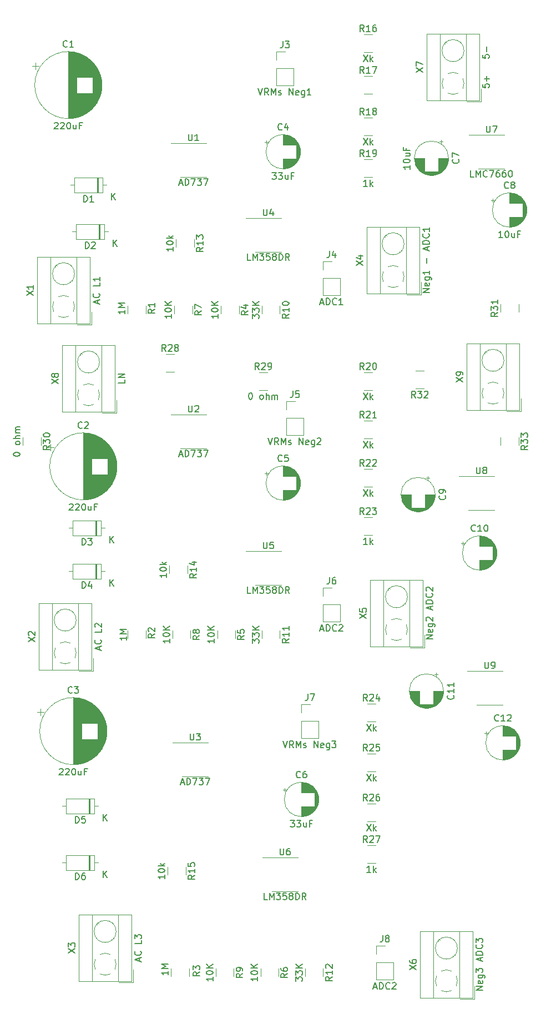
<source format=gto>
%TF.GenerationSoftware,KiCad,Pcbnew,(5.1.6)-1*%
%TF.CreationDate,2024-03-01T18:25:57-06:00*%
%TF.ProjectId,Loop PCVR,4c6f6f70-2050-4435-9652-2e6b69636164,rev?*%
%TF.SameCoordinates,Original*%
%TF.FileFunction,Legend,Top*%
%TF.FilePolarity,Positive*%
%FSLAX46Y46*%
G04 Gerber Fmt 4.6, Leading zero omitted, Abs format (unit mm)*
G04 Created by KiCad (PCBNEW (5.1.6)-1) date 2024-03-01 18:25:57*
%MOMM*%
%LPD*%
G01*
G04 APERTURE LIST*
%ADD10C,0.120000*%
%ADD11C,0.150000*%
G04 APERTURE END LIST*
D10*
%TO.C,C3*%
X28762354Y-118037000D02*
X28762354Y-119037000D01*
X28262354Y-118537000D02*
X29262354Y-118537000D01*
X38823000Y-120813000D02*
X38823000Y-122011000D01*
X38783000Y-120550000D02*
X38783000Y-122274000D01*
X38743000Y-120350000D02*
X38743000Y-122474000D01*
X38703000Y-120182000D02*
X38703000Y-122642000D01*
X38663000Y-120034000D02*
X38663000Y-122790000D01*
X38623000Y-119902000D02*
X38623000Y-122922000D01*
X38583000Y-119782000D02*
X38583000Y-123042000D01*
X38543000Y-119670000D02*
X38543000Y-123154000D01*
X38503000Y-119566000D02*
X38503000Y-123258000D01*
X38463000Y-119468000D02*
X38463000Y-123356000D01*
X38423000Y-119375000D02*
X38423000Y-123449000D01*
X38383000Y-119287000D02*
X38383000Y-123537000D01*
X38343000Y-119203000D02*
X38343000Y-123621000D01*
X38303000Y-119123000D02*
X38303000Y-123701000D01*
X38263000Y-119047000D02*
X38263000Y-123777000D01*
X38223000Y-118973000D02*
X38223000Y-123851000D01*
X38183000Y-118902000D02*
X38183000Y-123922000D01*
X38143000Y-118833000D02*
X38143000Y-123991000D01*
X38103000Y-118767000D02*
X38103000Y-124057000D01*
X38063000Y-118703000D02*
X38063000Y-124121000D01*
X38023000Y-118642000D02*
X38023000Y-124182000D01*
X37983000Y-118582000D02*
X37983000Y-124242000D01*
X37943000Y-118523000D02*
X37943000Y-124301000D01*
X37903000Y-118467000D02*
X37903000Y-124357000D01*
X37863000Y-118412000D02*
X37863000Y-124412000D01*
X37823000Y-118358000D02*
X37823000Y-124466000D01*
X37783000Y-118306000D02*
X37783000Y-124518000D01*
X37743000Y-118256000D02*
X37743000Y-124568000D01*
X37703000Y-118206000D02*
X37703000Y-124618000D01*
X37663000Y-118158000D02*
X37663000Y-124666000D01*
X37623000Y-118111000D02*
X37623000Y-124713000D01*
X37583000Y-118065000D02*
X37583000Y-124759000D01*
X37543000Y-118020000D02*
X37543000Y-124804000D01*
X37503000Y-117976000D02*
X37503000Y-124848000D01*
X37463000Y-122653000D02*
X37463000Y-124890000D01*
X37463000Y-117934000D02*
X37463000Y-120171000D01*
X37423000Y-122653000D02*
X37423000Y-124932000D01*
X37423000Y-117892000D02*
X37423000Y-120171000D01*
X37383000Y-122653000D02*
X37383000Y-124973000D01*
X37383000Y-117851000D02*
X37383000Y-120171000D01*
X37343000Y-122653000D02*
X37343000Y-125013000D01*
X37343000Y-117811000D02*
X37343000Y-120171000D01*
X37303000Y-122653000D02*
X37303000Y-125052000D01*
X37303000Y-117772000D02*
X37303000Y-120171000D01*
X37263000Y-122653000D02*
X37263000Y-125091000D01*
X37263000Y-117733000D02*
X37263000Y-120171000D01*
X37223000Y-122653000D02*
X37223000Y-125128000D01*
X37223000Y-117696000D02*
X37223000Y-120171000D01*
X37183000Y-122653000D02*
X37183000Y-125165000D01*
X37183000Y-117659000D02*
X37183000Y-120171000D01*
X37143000Y-122653000D02*
X37143000Y-125201000D01*
X37143000Y-117623000D02*
X37143000Y-120171000D01*
X37103000Y-122653000D02*
X37103000Y-125236000D01*
X37103000Y-117588000D02*
X37103000Y-120171000D01*
X37063000Y-122653000D02*
X37063000Y-125270000D01*
X37063000Y-117554000D02*
X37063000Y-120171000D01*
X37023000Y-122653000D02*
X37023000Y-125304000D01*
X37023000Y-117520000D02*
X37023000Y-120171000D01*
X36983000Y-122653000D02*
X36983000Y-125337000D01*
X36983000Y-117487000D02*
X36983000Y-120171000D01*
X36943000Y-122653000D02*
X36943000Y-125369000D01*
X36943000Y-117455000D02*
X36943000Y-120171000D01*
X36903000Y-122653000D02*
X36903000Y-125401000D01*
X36903000Y-117423000D02*
X36903000Y-120171000D01*
X36863000Y-122653000D02*
X36863000Y-125432000D01*
X36863000Y-117392000D02*
X36863000Y-120171000D01*
X36823000Y-122653000D02*
X36823000Y-125462000D01*
X36823000Y-117362000D02*
X36823000Y-120171000D01*
X36783000Y-122653000D02*
X36783000Y-125492000D01*
X36783000Y-117332000D02*
X36783000Y-120171000D01*
X36743000Y-122653000D02*
X36743000Y-125522000D01*
X36743000Y-117302000D02*
X36743000Y-120171000D01*
X36703000Y-122653000D02*
X36703000Y-125550000D01*
X36703000Y-117274000D02*
X36703000Y-120171000D01*
X36663000Y-122653000D02*
X36663000Y-125578000D01*
X36663000Y-117246000D02*
X36663000Y-120171000D01*
X36623000Y-122653000D02*
X36623000Y-125606000D01*
X36623000Y-117218000D02*
X36623000Y-120171000D01*
X36583000Y-122653000D02*
X36583000Y-125633000D01*
X36583000Y-117191000D02*
X36583000Y-120171000D01*
X36543000Y-122653000D02*
X36543000Y-125659000D01*
X36543000Y-117165000D02*
X36543000Y-120171000D01*
X36503000Y-122653000D02*
X36503000Y-125685000D01*
X36503000Y-117139000D02*
X36503000Y-120171000D01*
X36463000Y-122653000D02*
X36463000Y-125710000D01*
X36463000Y-117114000D02*
X36463000Y-120171000D01*
X36423000Y-122653000D02*
X36423000Y-125735000D01*
X36423000Y-117089000D02*
X36423000Y-120171000D01*
X36383000Y-122653000D02*
X36383000Y-125759000D01*
X36383000Y-117065000D02*
X36383000Y-120171000D01*
X36343000Y-122653000D02*
X36343000Y-125783000D01*
X36343000Y-117041000D02*
X36343000Y-120171000D01*
X36303000Y-122653000D02*
X36303000Y-125807000D01*
X36303000Y-117017000D02*
X36303000Y-120171000D01*
X36263000Y-122653000D02*
X36263000Y-125829000D01*
X36263000Y-116995000D02*
X36263000Y-120171000D01*
X36223000Y-122653000D02*
X36223000Y-125852000D01*
X36223000Y-116972000D02*
X36223000Y-120171000D01*
X36183000Y-122653000D02*
X36183000Y-125874000D01*
X36183000Y-116950000D02*
X36183000Y-120171000D01*
X36143000Y-122653000D02*
X36143000Y-125895000D01*
X36143000Y-116929000D02*
X36143000Y-120171000D01*
X36103000Y-122653000D02*
X36103000Y-125916000D01*
X36103000Y-116908000D02*
X36103000Y-120171000D01*
X36063000Y-122653000D02*
X36063000Y-125937000D01*
X36063000Y-116887000D02*
X36063000Y-120171000D01*
X36023000Y-122653000D02*
X36023000Y-125957000D01*
X36023000Y-116867000D02*
X36023000Y-120171000D01*
X35983000Y-122653000D02*
X35983000Y-125976000D01*
X35983000Y-116848000D02*
X35983000Y-120171000D01*
X35943000Y-122653000D02*
X35943000Y-125996000D01*
X35943000Y-116828000D02*
X35943000Y-120171000D01*
X35903000Y-122653000D02*
X35903000Y-126015000D01*
X35903000Y-116809000D02*
X35903000Y-120171000D01*
X35863000Y-122653000D02*
X35863000Y-126033000D01*
X35863000Y-116791000D02*
X35863000Y-120171000D01*
X35823000Y-122653000D02*
X35823000Y-126051000D01*
X35823000Y-116773000D02*
X35823000Y-120171000D01*
X35783000Y-122653000D02*
X35783000Y-126069000D01*
X35783000Y-116755000D02*
X35783000Y-120171000D01*
X35743000Y-122653000D02*
X35743000Y-126086000D01*
X35743000Y-116738000D02*
X35743000Y-120171000D01*
X35703000Y-122653000D02*
X35703000Y-126102000D01*
X35703000Y-116722000D02*
X35703000Y-120171000D01*
X35663000Y-122653000D02*
X35663000Y-126119000D01*
X35663000Y-116705000D02*
X35663000Y-120171000D01*
X35623000Y-122653000D02*
X35623000Y-126135000D01*
X35623000Y-116689000D02*
X35623000Y-120171000D01*
X35583000Y-122653000D02*
X35583000Y-126150000D01*
X35583000Y-116674000D02*
X35583000Y-120171000D01*
X35543000Y-122653000D02*
X35543000Y-126166000D01*
X35543000Y-116658000D02*
X35543000Y-120171000D01*
X35503000Y-122653000D02*
X35503000Y-126180000D01*
X35503000Y-116644000D02*
X35503000Y-120171000D01*
X35463000Y-122653000D02*
X35463000Y-126195000D01*
X35463000Y-116629000D02*
X35463000Y-120171000D01*
X35423000Y-122653000D02*
X35423000Y-126209000D01*
X35423000Y-116615000D02*
X35423000Y-120171000D01*
X35383000Y-122653000D02*
X35383000Y-126223000D01*
X35383000Y-116601000D02*
X35383000Y-120171000D01*
X35343000Y-122653000D02*
X35343000Y-126236000D01*
X35343000Y-116588000D02*
X35343000Y-120171000D01*
X35303000Y-122653000D02*
X35303000Y-126249000D01*
X35303000Y-116575000D02*
X35303000Y-120171000D01*
X35263000Y-122653000D02*
X35263000Y-126262000D01*
X35263000Y-116562000D02*
X35263000Y-120171000D01*
X35223000Y-122653000D02*
X35223000Y-126274000D01*
X35223000Y-116550000D02*
X35223000Y-120171000D01*
X35183000Y-122653000D02*
X35183000Y-126286000D01*
X35183000Y-116538000D02*
X35183000Y-120171000D01*
X35143000Y-122653000D02*
X35143000Y-126297000D01*
X35143000Y-116527000D02*
X35143000Y-120171000D01*
X35103000Y-122653000D02*
X35103000Y-126309000D01*
X35103000Y-116515000D02*
X35103000Y-120171000D01*
X35063000Y-122653000D02*
X35063000Y-126319000D01*
X35063000Y-116505000D02*
X35063000Y-120171000D01*
X35023000Y-122653000D02*
X35023000Y-126330000D01*
X35023000Y-116494000D02*
X35023000Y-120171000D01*
X34983000Y-116484000D02*
X34983000Y-126340000D01*
X34943000Y-116474000D02*
X34943000Y-126350000D01*
X34903000Y-116465000D02*
X34903000Y-126359000D01*
X34863000Y-116456000D02*
X34863000Y-126368000D01*
X34823000Y-116447000D02*
X34823000Y-126377000D01*
X34783000Y-116438000D02*
X34783000Y-126386000D01*
X34743000Y-116430000D02*
X34743000Y-126394000D01*
X34703000Y-116422000D02*
X34703000Y-126402000D01*
X34663000Y-116415000D02*
X34663000Y-126409000D01*
X34623000Y-116408000D02*
X34623000Y-126416000D01*
X34583000Y-116401000D02*
X34583000Y-126423000D01*
X34543000Y-116394000D02*
X34543000Y-126430000D01*
X34503000Y-116388000D02*
X34503000Y-126436000D01*
X34463000Y-116382000D02*
X34463000Y-126442000D01*
X34422000Y-116377000D02*
X34422000Y-126447000D01*
X34382000Y-116372000D02*
X34382000Y-126452000D01*
X34342000Y-116367000D02*
X34342000Y-126457000D01*
X34302000Y-116362000D02*
X34302000Y-126462000D01*
X34262000Y-116358000D02*
X34262000Y-126466000D01*
X34222000Y-116354000D02*
X34222000Y-126470000D01*
X34182000Y-116350000D02*
X34182000Y-126474000D01*
X34142000Y-116347000D02*
X34142000Y-126477000D01*
X34102000Y-116344000D02*
X34102000Y-126480000D01*
X34062000Y-116342000D02*
X34062000Y-126482000D01*
X34022000Y-116339000D02*
X34022000Y-126485000D01*
X33982000Y-116337000D02*
X33982000Y-126487000D01*
X33942000Y-116335000D02*
X33942000Y-126489000D01*
X33902000Y-116334000D02*
X33902000Y-126490000D01*
X33862000Y-116333000D02*
X33862000Y-126491000D01*
X33822000Y-116332000D02*
X33822000Y-126492000D01*
X33782000Y-116332000D02*
X33782000Y-126492000D01*
X33742000Y-116332000D02*
X33742000Y-126492000D01*
X38862000Y-121412000D02*
G75*
G03*
X38862000Y-121412000I-5120000J0D01*
G01*
%TO.C,X9*%
X99470000Y-64850000D02*
G75*
G03*
X99470000Y-64850000I-1680000J0D01*
G01*
X99790000Y-72410000D02*
X99790000Y-62290000D01*
X95790000Y-72410000D02*
X95790000Y-62290000D01*
X93730000Y-72410000D02*
X93730000Y-62290000D01*
X101850000Y-72410000D02*
X101850000Y-62290000D01*
X93730000Y-72410000D02*
X101850000Y-72410000D01*
X93730000Y-62290000D02*
X101850000Y-62290000D01*
X96721000Y-63575000D02*
X96814000Y-63669000D01*
X99006000Y-65860000D02*
X99064000Y-65919000D01*
X96515000Y-63780000D02*
X96574000Y-63839000D01*
X98766000Y-66030000D02*
X98859000Y-66124000D01*
X99850000Y-72650000D02*
X102090000Y-72650000D01*
X102090000Y-72650000D02*
X102090000Y-70650000D01*
X99470450Y-69820617D02*
G75*
G02*
X99274000Y-70639000I-1680450J-29383D01*
G01*
X98579088Y-71333953D02*
G75*
G02*
X97001000Y-71334000I-789088J1483953D01*
G01*
X96306047Y-70639088D02*
G75*
G02*
X96306000Y-69061000I1483953J789088D01*
G01*
X97000912Y-68366047D02*
G75*
G02*
X98579000Y-68366000I789088J-1483953D01*
G01*
X99273352Y-69061288D02*
G75*
G02*
X99470000Y-69850000I-1483352J-788712D01*
G01*
%TO.C,U7*%
X97536000Y-30460000D02*
X94086000Y-30460000D01*
X97536000Y-30460000D02*
X99486000Y-30460000D01*
X97536000Y-35580000D02*
X95586000Y-35580000D01*
X97536000Y-35580000D02*
X99486000Y-35580000D01*
%TO.C,X8*%
X37748000Y-65104000D02*
G75*
G03*
X37748000Y-65104000I-1680000J0D01*
G01*
X38068000Y-72664000D02*
X38068000Y-62544000D01*
X34068000Y-72664000D02*
X34068000Y-62544000D01*
X32008000Y-72664000D02*
X32008000Y-62544000D01*
X40128000Y-72664000D02*
X40128000Y-62544000D01*
X32008000Y-72664000D02*
X40128000Y-72664000D01*
X32008000Y-62544000D02*
X40128000Y-62544000D01*
X34999000Y-63829000D02*
X35092000Y-63923000D01*
X37284000Y-66114000D02*
X37342000Y-66173000D01*
X34793000Y-64034000D02*
X34852000Y-64093000D01*
X37044000Y-66284000D02*
X37137000Y-66378000D01*
X38128000Y-72904000D02*
X40368000Y-72904000D01*
X40368000Y-72904000D02*
X40368000Y-70904000D01*
X37748450Y-70074617D02*
G75*
G02*
X37552000Y-70893000I-1680450J-29383D01*
G01*
X36857088Y-71587953D02*
G75*
G02*
X35279000Y-71588000I-789088J1483953D01*
G01*
X34584047Y-70893088D02*
G75*
G02*
X34584000Y-69315000I1483953J789088D01*
G01*
X35278912Y-68620047D02*
G75*
G02*
X36857000Y-68620000I789088J-1483953D01*
G01*
X37551352Y-69315288D02*
G75*
G02*
X37748000Y-70104000I-1483352J-788712D01*
G01*
%TO.C,U9*%
X97282000Y-117368000D02*
X99232000Y-117368000D01*
X97282000Y-117368000D02*
X95332000Y-117368000D01*
X97282000Y-112248000D02*
X99232000Y-112248000D01*
X97282000Y-112248000D02*
X93832000Y-112248000D01*
%TO.C,U8*%
X96012000Y-87650000D02*
X97962000Y-87650000D01*
X96012000Y-87650000D02*
X94062000Y-87650000D01*
X96012000Y-82530000D02*
X97962000Y-82530000D01*
X96012000Y-82530000D02*
X92562000Y-82530000D01*
%TO.C,R33*%
X101690000Y-76613936D02*
X101690000Y-77818064D01*
X98970000Y-76613936D02*
X98970000Y-77818064D01*
%TO.C,R32*%
X87216064Y-69178000D02*
X86011936Y-69178000D01*
X87216064Y-66458000D02*
X86011936Y-66458000D01*
%TO.C,R31*%
X98970000Y-57498064D02*
X98970000Y-56293936D01*
X101690000Y-57498064D02*
X101690000Y-56293936D01*
%TO.C,C12*%
X101918000Y-123190000D02*
G75*
G03*
X101918000Y-123190000I-2620000J0D01*
G01*
X99298000Y-124230000D02*
X99298000Y-125770000D01*
X99298000Y-120610000D02*
X99298000Y-122150000D01*
X99338000Y-124230000D02*
X99338000Y-125770000D01*
X99338000Y-120610000D02*
X99338000Y-122150000D01*
X99378000Y-120611000D02*
X99378000Y-122150000D01*
X99378000Y-124230000D02*
X99378000Y-125769000D01*
X99418000Y-120612000D02*
X99418000Y-122150000D01*
X99418000Y-124230000D02*
X99418000Y-125768000D01*
X99458000Y-120614000D02*
X99458000Y-122150000D01*
X99458000Y-124230000D02*
X99458000Y-125766000D01*
X99498000Y-120617000D02*
X99498000Y-122150000D01*
X99498000Y-124230000D02*
X99498000Y-125763000D01*
X99538000Y-120621000D02*
X99538000Y-122150000D01*
X99538000Y-124230000D02*
X99538000Y-125759000D01*
X99578000Y-120625000D02*
X99578000Y-122150000D01*
X99578000Y-124230000D02*
X99578000Y-125755000D01*
X99618000Y-120629000D02*
X99618000Y-122150000D01*
X99618000Y-124230000D02*
X99618000Y-125751000D01*
X99658000Y-120634000D02*
X99658000Y-122150000D01*
X99658000Y-124230000D02*
X99658000Y-125746000D01*
X99698000Y-120640000D02*
X99698000Y-122150000D01*
X99698000Y-124230000D02*
X99698000Y-125740000D01*
X99738000Y-120647000D02*
X99738000Y-122150000D01*
X99738000Y-124230000D02*
X99738000Y-125733000D01*
X99778000Y-120654000D02*
X99778000Y-122150000D01*
X99778000Y-124230000D02*
X99778000Y-125726000D01*
X99818000Y-120662000D02*
X99818000Y-122150000D01*
X99818000Y-124230000D02*
X99818000Y-125718000D01*
X99858000Y-120670000D02*
X99858000Y-122150000D01*
X99858000Y-124230000D02*
X99858000Y-125710000D01*
X99898000Y-120679000D02*
X99898000Y-122150000D01*
X99898000Y-124230000D02*
X99898000Y-125701000D01*
X99938000Y-120689000D02*
X99938000Y-122150000D01*
X99938000Y-124230000D02*
X99938000Y-125691000D01*
X99978000Y-120699000D02*
X99978000Y-122150000D01*
X99978000Y-124230000D02*
X99978000Y-125681000D01*
X100019000Y-120710000D02*
X100019000Y-122150000D01*
X100019000Y-124230000D02*
X100019000Y-125670000D01*
X100059000Y-120722000D02*
X100059000Y-122150000D01*
X100059000Y-124230000D02*
X100059000Y-125658000D01*
X100099000Y-120735000D02*
X100099000Y-122150000D01*
X100099000Y-124230000D02*
X100099000Y-125645000D01*
X100139000Y-120748000D02*
X100139000Y-122150000D01*
X100139000Y-124230000D02*
X100139000Y-125632000D01*
X100179000Y-120762000D02*
X100179000Y-122150000D01*
X100179000Y-124230000D02*
X100179000Y-125618000D01*
X100219000Y-120776000D02*
X100219000Y-122150000D01*
X100219000Y-124230000D02*
X100219000Y-125604000D01*
X100259000Y-120792000D02*
X100259000Y-122150000D01*
X100259000Y-124230000D02*
X100259000Y-125588000D01*
X100299000Y-120808000D02*
X100299000Y-122150000D01*
X100299000Y-124230000D02*
X100299000Y-125572000D01*
X100339000Y-120825000D02*
X100339000Y-122150000D01*
X100339000Y-124230000D02*
X100339000Y-125555000D01*
X100379000Y-120842000D02*
X100379000Y-122150000D01*
X100379000Y-124230000D02*
X100379000Y-125538000D01*
X100419000Y-120861000D02*
X100419000Y-122150000D01*
X100419000Y-124230000D02*
X100419000Y-125519000D01*
X100459000Y-120880000D02*
X100459000Y-122150000D01*
X100459000Y-124230000D02*
X100459000Y-125500000D01*
X100499000Y-120900000D02*
X100499000Y-122150000D01*
X100499000Y-124230000D02*
X100499000Y-125480000D01*
X100539000Y-120922000D02*
X100539000Y-122150000D01*
X100539000Y-124230000D02*
X100539000Y-125458000D01*
X100579000Y-120943000D02*
X100579000Y-122150000D01*
X100579000Y-124230000D02*
X100579000Y-125437000D01*
X100619000Y-120966000D02*
X100619000Y-122150000D01*
X100619000Y-124230000D02*
X100619000Y-125414000D01*
X100659000Y-120990000D02*
X100659000Y-122150000D01*
X100659000Y-124230000D02*
X100659000Y-125390000D01*
X100699000Y-121015000D02*
X100699000Y-122150000D01*
X100699000Y-124230000D02*
X100699000Y-125365000D01*
X100739000Y-121041000D02*
X100739000Y-122150000D01*
X100739000Y-124230000D02*
X100739000Y-125339000D01*
X100779000Y-121068000D02*
X100779000Y-122150000D01*
X100779000Y-124230000D02*
X100779000Y-125312000D01*
X100819000Y-121095000D02*
X100819000Y-122150000D01*
X100819000Y-124230000D02*
X100819000Y-125285000D01*
X100859000Y-121125000D02*
X100859000Y-122150000D01*
X100859000Y-124230000D02*
X100859000Y-125255000D01*
X100899000Y-121155000D02*
X100899000Y-122150000D01*
X100899000Y-124230000D02*
X100899000Y-125225000D01*
X100939000Y-121186000D02*
X100939000Y-122150000D01*
X100939000Y-124230000D02*
X100939000Y-125194000D01*
X100979000Y-121219000D02*
X100979000Y-122150000D01*
X100979000Y-124230000D02*
X100979000Y-125161000D01*
X101019000Y-121253000D02*
X101019000Y-122150000D01*
X101019000Y-124230000D02*
X101019000Y-125127000D01*
X101059000Y-121289000D02*
X101059000Y-122150000D01*
X101059000Y-124230000D02*
X101059000Y-125091000D01*
X101099000Y-121326000D02*
X101099000Y-122150000D01*
X101099000Y-124230000D02*
X101099000Y-125054000D01*
X101139000Y-121364000D02*
X101139000Y-122150000D01*
X101139000Y-124230000D02*
X101139000Y-125016000D01*
X101179000Y-121405000D02*
X101179000Y-122150000D01*
X101179000Y-124230000D02*
X101179000Y-124975000D01*
X101219000Y-121447000D02*
X101219000Y-122150000D01*
X101219000Y-124230000D02*
X101219000Y-124933000D01*
X101259000Y-121491000D02*
X101259000Y-122150000D01*
X101259000Y-124230000D02*
X101259000Y-124889000D01*
X101299000Y-121537000D02*
X101299000Y-122150000D01*
X101299000Y-124230000D02*
X101299000Y-124843000D01*
X101339000Y-121585000D02*
X101339000Y-124795000D01*
X101379000Y-121636000D02*
X101379000Y-124744000D01*
X101419000Y-121690000D02*
X101419000Y-124690000D01*
X101459000Y-121747000D02*
X101459000Y-124633000D01*
X101499000Y-121807000D02*
X101499000Y-124573000D01*
X101539000Y-121871000D02*
X101539000Y-124509000D01*
X101579000Y-121939000D02*
X101579000Y-124441000D01*
X101619000Y-122012000D02*
X101619000Y-124368000D01*
X101659000Y-122092000D02*
X101659000Y-124288000D01*
X101699000Y-122179000D02*
X101699000Y-124201000D01*
X101739000Y-122275000D02*
X101739000Y-124105000D01*
X101779000Y-122385000D02*
X101779000Y-123995000D01*
X101819000Y-122513000D02*
X101819000Y-123867000D01*
X101859000Y-122672000D02*
X101859000Y-123708000D01*
X101899000Y-122906000D02*
X101899000Y-123474000D01*
X96493225Y-121715000D02*
X96993225Y-121715000D01*
X96743225Y-121465000D02*
X96743225Y-121965000D01*
%TO.C,C11*%
X90250000Y-115300000D02*
G75*
G03*
X90250000Y-115300000I-2620000J0D01*
G01*
X86590000Y-115300000D02*
X85050000Y-115300000D01*
X90210000Y-115300000D02*
X88670000Y-115300000D01*
X86590000Y-115340000D02*
X85050000Y-115340000D01*
X90210000Y-115340000D02*
X88670000Y-115340000D01*
X90209000Y-115380000D02*
X88670000Y-115380000D01*
X86590000Y-115380000D02*
X85051000Y-115380000D01*
X90208000Y-115420000D02*
X88670000Y-115420000D01*
X86590000Y-115420000D02*
X85052000Y-115420000D01*
X90206000Y-115460000D02*
X88670000Y-115460000D01*
X86590000Y-115460000D02*
X85054000Y-115460000D01*
X90203000Y-115500000D02*
X88670000Y-115500000D01*
X86590000Y-115500000D02*
X85057000Y-115500000D01*
X90199000Y-115540000D02*
X88670000Y-115540000D01*
X86590000Y-115540000D02*
X85061000Y-115540000D01*
X90195000Y-115580000D02*
X88670000Y-115580000D01*
X86590000Y-115580000D02*
X85065000Y-115580000D01*
X90191000Y-115620000D02*
X88670000Y-115620000D01*
X86590000Y-115620000D02*
X85069000Y-115620000D01*
X90186000Y-115660000D02*
X88670000Y-115660000D01*
X86590000Y-115660000D02*
X85074000Y-115660000D01*
X90180000Y-115700000D02*
X88670000Y-115700000D01*
X86590000Y-115700000D02*
X85080000Y-115700000D01*
X90173000Y-115740000D02*
X88670000Y-115740000D01*
X86590000Y-115740000D02*
X85087000Y-115740000D01*
X90166000Y-115780000D02*
X88670000Y-115780000D01*
X86590000Y-115780000D02*
X85094000Y-115780000D01*
X90158000Y-115820000D02*
X88670000Y-115820000D01*
X86590000Y-115820000D02*
X85102000Y-115820000D01*
X90150000Y-115860000D02*
X88670000Y-115860000D01*
X86590000Y-115860000D02*
X85110000Y-115860000D01*
X90141000Y-115900000D02*
X88670000Y-115900000D01*
X86590000Y-115900000D02*
X85119000Y-115900000D01*
X90131000Y-115940000D02*
X88670000Y-115940000D01*
X86590000Y-115940000D02*
X85129000Y-115940000D01*
X90121000Y-115980000D02*
X88670000Y-115980000D01*
X86590000Y-115980000D02*
X85139000Y-115980000D01*
X90110000Y-116021000D02*
X88670000Y-116021000D01*
X86590000Y-116021000D02*
X85150000Y-116021000D01*
X90098000Y-116061000D02*
X88670000Y-116061000D01*
X86590000Y-116061000D02*
X85162000Y-116061000D01*
X90085000Y-116101000D02*
X88670000Y-116101000D01*
X86590000Y-116101000D02*
X85175000Y-116101000D01*
X90072000Y-116141000D02*
X88670000Y-116141000D01*
X86590000Y-116141000D02*
X85188000Y-116141000D01*
X90058000Y-116181000D02*
X88670000Y-116181000D01*
X86590000Y-116181000D02*
X85202000Y-116181000D01*
X90044000Y-116221000D02*
X88670000Y-116221000D01*
X86590000Y-116221000D02*
X85216000Y-116221000D01*
X90028000Y-116261000D02*
X88670000Y-116261000D01*
X86590000Y-116261000D02*
X85232000Y-116261000D01*
X90012000Y-116301000D02*
X88670000Y-116301000D01*
X86590000Y-116301000D02*
X85248000Y-116301000D01*
X89995000Y-116341000D02*
X88670000Y-116341000D01*
X86590000Y-116341000D02*
X85265000Y-116341000D01*
X89978000Y-116381000D02*
X88670000Y-116381000D01*
X86590000Y-116381000D02*
X85282000Y-116381000D01*
X89959000Y-116421000D02*
X88670000Y-116421000D01*
X86590000Y-116421000D02*
X85301000Y-116421000D01*
X89940000Y-116461000D02*
X88670000Y-116461000D01*
X86590000Y-116461000D02*
X85320000Y-116461000D01*
X89920000Y-116501000D02*
X88670000Y-116501000D01*
X86590000Y-116501000D02*
X85340000Y-116501000D01*
X89898000Y-116541000D02*
X88670000Y-116541000D01*
X86590000Y-116541000D02*
X85362000Y-116541000D01*
X89877000Y-116581000D02*
X88670000Y-116581000D01*
X86590000Y-116581000D02*
X85383000Y-116581000D01*
X89854000Y-116621000D02*
X88670000Y-116621000D01*
X86590000Y-116621000D02*
X85406000Y-116621000D01*
X89830000Y-116661000D02*
X88670000Y-116661000D01*
X86590000Y-116661000D02*
X85430000Y-116661000D01*
X89805000Y-116701000D02*
X88670000Y-116701000D01*
X86590000Y-116701000D02*
X85455000Y-116701000D01*
X89779000Y-116741000D02*
X88670000Y-116741000D01*
X86590000Y-116741000D02*
X85481000Y-116741000D01*
X89752000Y-116781000D02*
X88670000Y-116781000D01*
X86590000Y-116781000D02*
X85508000Y-116781000D01*
X89725000Y-116821000D02*
X88670000Y-116821000D01*
X86590000Y-116821000D02*
X85535000Y-116821000D01*
X89695000Y-116861000D02*
X88670000Y-116861000D01*
X86590000Y-116861000D02*
X85565000Y-116861000D01*
X89665000Y-116901000D02*
X88670000Y-116901000D01*
X86590000Y-116901000D02*
X85595000Y-116901000D01*
X89634000Y-116941000D02*
X88670000Y-116941000D01*
X86590000Y-116941000D02*
X85626000Y-116941000D01*
X89601000Y-116981000D02*
X88670000Y-116981000D01*
X86590000Y-116981000D02*
X85659000Y-116981000D01*
X89567000Y-117021000D02*
X88670000Y-117021000D01*
X86590000Y-117021000D02*
X85693000Y-117021000D01*
X89531000Y-117061000D02*
X88670000Y-117061000D01*
X86590000Y-117061000D02*
X85729000Y-117061000D01*
X89494000Y-117101000D02*
X88670000Y-117101000D01*
X86590000Y-117101000D02*
X85766000Y-117101000D01*
X89456000Y-117141000D02*
X88670000Y-117141000D01*
X86590000Y-117141000D02*
X85804000Y-117141000D01*
X89415000Y-117181000D02*
X88670000Y-117181000D01*
X86590000Y-117181000D02*
X85845000Y-117181000D01*
X89373000Y-117221000D02*
X88670000Y-117221000D01*
X86590000Y-117221000D02*
X85887000Y-117221000D01*
X89329000Y-117261000D02*
X88670000Y-117261000D01*
X86590000Y-117261000D02*
X85931000Y-117261000D01*
X89283000Y-117301000D02*
X88670000Y-117301000D01*
X86590000Y-117301000D02*
X85977000Y-117301000D01*
X89235000Y-117341000D02*
X86025000Y-117341000D01*
X89184000Y-117381000D02*
X86076000Y-117381000D01*
X89130000Y-117421000D02*
X86130000Y-117421000D01*
X89073000Y-117461000D02*
X86187000Y-117461000D01*
X89013000Y-117501000D02*
X86247000Y-117501000D01*
X88949000Y-117541000D02*
X86311000Y-117541000D01*
X88881000Y-117581000D02*
X86379000Y-117581000D01*
X88808000Y-117621000D02*
X86452000Y-117621000D01*
X88728000Y-117661000D02*
X86532000Y-117661000D01*
X88641000Y-117701000D02*
X86619000Y-117701000D01*
X88545000Y-117741000D02*
X86715000Y-117741000D01*
X88435000Y-117781000D02*
X86825000Y-117781000D01*
X88307000Y-117821000D02*
X86953000Y-117821000D01*
X88148000Y-117861000D02*
X87112000Y-117861000D01*
X87914000Y-117901000D02*
X87346000Y-117901000D01*
X89105000Y-112495225D02*
X89105000Y-112995225D01*
X89355000Y-112745225D02*
X88855000Y-112745225D01*
%TO.C,C10*%
X98362000Y-94234000D02*
G75*
G03*
X98362000Y-94234000I-2620000J0D01*
G01*
X95742000Y-95274000D02*
X95742000Y-96814000D01*
X95742000Y-91654000D02*
X95742000Y-93194000D01*
X95782000Y-95274000D02*
X95782000Y-96814000D01*
X95782000Y-91654000D02*
X95782000Y-93194000D01*
X95822000Y-91655000D02*
X95822000Y-93194000D01*
X95822000Y-95274000D02*
X95822000Y-96813000D01*
X95862000Y-91656000D02*
X95862000Y-93194000D01*
X95862000Y-95274000D02*
X95862000Y-96812000D01*
X95902000Y-91658000D02*
X95902000Y-93194000D01*
X95902000Y-95274000D02*
X95902000Y-96810000D01*
X95942000Y-91661000D02*
X95942000Y-93194000D01*
X95942000Y-95274000D02*
X95942000Y-96807000D01*
X95982000Y-91665000D02*
X95982000Y-93194000D01*
X95982000Y-95274000D02*
X95982000Y-96803000D01*
X96022000Y-91669000D02*
X96022000Y-93194000D01*
X96022000Y-95274000D02*
X96022000Y-96799000D01*
X96062000Y-91673000D02*
X96062000Y-93194000D01*
X96062000Y-95274000D02*
X96062000Y-96795000D01*
X96102000Y-91678000D02*
X96102000Y-93194000D01*
X96102000Y-95274000D02*
X96102000Y-96790000D01*
X96142000Y-91684000D02*
X96142000Y-93194000D01*
X96142000Y-95274000D02*
X96142000Y-96784000D01*
X96182000Y-91691000D02*
X96182000Y-93194000D01*
X96182000Y-95274000D02*
X96182000Y-96777000D01*
X96222000Y-91698000D02*
X96222000Y-93194000D01*
X96222000Y-95274000D02*
X96222000Y-96770000D01*
X96262000Y-91706000D02*
X96262000Y-93194000D01*
X96262000Y-95274000D02*
X96262000Y-96762000D01*
X96302000Y-91714000D02*
X96302000Y-93194000D01*
X96302000Y-95274000D02*
X96302000Y-96754000D01*
X96342000Y-91723000D02*
X96342000Y-93194000D01*
X96342000Y-95274000D02*
X96342000Y-96745000D01*
X96382000Y-91733000D02*
X96382000Y-93194000D01*
X96382000Y-95274000D02*
X96382000Y-96735000D01*
X96422000Y-91743000D02*
X96422000Y-93194000D01*
X96422000Y-95274000D02*
X96422000Y-96725000D01*
X96463000Y-91754000D02*
X96463000Y-93194000D01*
X96463000Y-95274000D02*
X96463000Y-96714000D01*
X96503000Y-91766000D02*
X96503000Y-93194000D01*
X96503000Y-95274000D02*
X96503000Y-96702000D01*
X96543000Y-91779000D02*
X96543000Y-93194000D01*
X96543000Y-95274000D02*
X96543000Y-96689000D01*
X96583000Y-91792000D02*
X96583000Y-93194000D01*
X96583000Y-95274000D02*
X96583000Y-96676000D01*
X96623000Y-91806000D02*
X96623000Y-93194000D01*
X96623000Y-95274000D02*
X96623000Y-96662000D01*
X96663000Y-91820000D02*
X96663000Y-93194000D01*
X96663000Y-95274000D02*
X96663000Y-96648000D01*
X96703000Y-91836000D02*
X96703000Y-93194000D01*
X96703000Y-95274000D02*
X96703000Y-96632000D01*
X96743000Y-91852000D02*
X96743000Y-93194000D01*
X96743000Y-95274000D02*
X96743000Y-96616000D01*
X96783000Y-91869000D02*
X96783000Y-93194000D01*
X96783000Y-95274000D02*
X96783000Y-96599000D01*
X96823000Y-91886000D02*
X96823000Y-93194000D01*
X96823000Y-95274000D02*
X96823000Y-96582000D01*
X96863000Y-91905000D02*
X96863000Y-93194000D01*
X96863000Y-95274000D02*
X96863000Y-96563000D01*
X96903000Y-91924000D02*
X96903000Y-93194000D01*
X96903000Y-95274000D02*
X96903000Y-96544000D01*
X96943000Y-91944000D02*
X96943000Y-93194000D01*
X96943000Y-95274000D02*
X96943000Y-96524000D01*
X96983000Y-91966000D02*
X96983000Y-93194000D01*
X96983000Y-95274000D02*
X96983000Y-96502000D01*
X97023000Y-91987000D02*
X97023000Y-93194000D01*
X97023000Y-95274000D02*
X97023000Y-96481000D01*
X97063000Y-92010000D02*
X97063000Y-93194000D01*
X97063000Y-95274000D02*
X97063000Y-96458000D01*
X97103000Y-92034000D02*
X97103000Y-93194000D01*
X97103000Y-95274000D02*
X97103000Y-96434000D01*
X97143000Y-92059000D02*
X97143000Y-93194000D01*
X97143000Y-95274000D02*
X97143000Y-96409000D01*
X97183000Y-92085000D02*
X97183000Y-93194000D01*
X97183000Y-95274000D02*
X97183000Y-96383000D01*
X97223000Y-92112000D02*
X97223000Y-93194000D01*
X97223000Y-95274000D02*
X97223000Y-96356000D01*
X97263000Y-92139000D02*
X97263000Y-93194000D01*
X97263000Y-95274000D02*
X97263000Y-96329000D01*
X97303000Y-92169000D02*
X97303000Y-93194000D01*
X97303000Y-95274000D02*
X97303000Y-96299000D01*
X97343000Y-92199000D02*
X97343000Y-93194000D01*
X97343000Y-95274000D02*
X97343000Y-96269000D01*
X97383000Y-92230000D02*
X97383000Y-93194000D01*
X97383000Y-95274000D02*
X97383000Y-96238000D01*
X97423000Y-92263000D02*
X97423000Y-93194000D01*
X97423000Y-95274000D02*
X97423000Y-96205000D01*
X97463000Y-92297000D02*
X97463000Y-93194000D01*
X97463000Y-95274000D02*
X97463000Y-96171000D01*
X97503000Y-92333000D02*
X97503000Y-93194000D01*
X97503000Y-95274000D02*
X97503000Y-96135000D01*
X97543000Y-92370000D02*
X97543000Y-93194000D01*
X97543000Y-95274000D02*
X97543000Y-96098000D01*
X97583000Y-92408000D02*
X97583000Y-93194000D01*
X97583000Y-95274000D02*
X97583000Y-96060000D01*
X97623000Y-92449000D02*
X97623000Y-93194000D01*
X97623000Y-95274000D02*
X97623000Y-96019000D01*
X97663000Y-92491000D02*
X97663000Y-93194000D01*
X97663000Y-95274000D02*
X97663000Y-95977000D01*
X97703000Y-92535000D02*
X97703000Y-93194000D01*
X97703000Y-95274000D02*
X97703000Y-95933000D01*
X97743000Y-92581000D02*
X97743000Y-93194000D01*
X97743000Y-95274000D02*
X97743000Y-95887000D01*
X97783000Y-92629000D02*
X97783000Y-95839000D01*
X97823000Y-92680000D02*
X97823000Y-95788000D01*
X97863000Y-92734000D02*
X97863000Y-95734000D01*
X97903000Y-92791000D02*
X97903000Y-95677000D01*
X97943000Y-92851000D02*
X97943000Y-95617000D01*
X97983000Y-92915000D02*
X97983000Y-95553000D01*
X98023000Y-92983000D02*
X98023000Y-95485000D01*
X98063000Y-93056000D02*
X98063000Y-95412000D01*
X98103000Y-93136000D02*
X98103000Y-95332000D01*
X98143000Y-93223000D02*
X98143000Y-95245000D01*
X98183000Y-93319000D02*
X98183000Y-95149000D01*
X98223000Y-93429000D02*
X98223000Y-95039000D01*
X98263000Y-93557000D02*
X98263000Y-94911000D01*
X98303000Y-93716000D02*
X98303000Y-94752000D01*
X98343000Y-93950000D02*
X98343000Y-94518000D01*
X92937225Y-92759000D02*
X93437225Y-92759000D01*
X93187225Y-92509000D02*
X93187225Y-93009000D01*
%TO.C,C9*%
X88980000Y-85328000D02*
G75*
G03*
X88980000Y-85328000I-2620000J0D01*
G01*
X85320000Y-85328000D02*
X83780000Y-85328000D01*
X88940000Y-85328000D02*
X87400000Y-85328000D01*
X85320000Y-85368000D02*
X83780000Y-85368000D01*
X88940000Y-85368000D02*
X87400000Y-85368000D01*
X88939000Y-85408000D02*
X87400000Y-85408000D01*
X85320000Y-85408000D02*
X83781000Y-85408000D01*
X88938000Y-85448000D02*
X87400000Y-85448000D01*
X85320000Y-85448000D02*
X83782000Y-85448000D01*
X88936000Y-85488000D02*
X87400000Y-85488000D01*
X85320000Y-85488000D02*
X83784000Y-85488000D01*
X88933000Y-85528000D02*
X87400000Y-85528000D01*
X85320000Y-85528000D02*
X83787000Y-85528000D01*
X88929000Y-85568000D02*
X87400000Y-85568000D01*
X85320000Y-85568000D02*
X83791000Y-85568000D01*
X88925000Y-85608000D02*
X87400000Y-85608000D01*
X85320000Y-85608000D02*
X83795000Y-85608000D01*
X88921000Y-85648000D02*
X87400000Y-85648000D01*
X85320000Y-85648000D02*
X83799000Y-85648000D01*
X88916000Y-85688000D02*
X87400000Y-85688000D01*
X85320000Y-85688000D02*
X83804000Y-85688000D01*
X88910000Y-85728000D02*
X87400000Y-85728000D01*
X85320000Y-85728000D02*
X83810000Y-85728000D01*
X88903000Y-85768000D02*
X87400000Y-85768000D01*
X85320000Y-85768000D02*
X83817000Y-85768000D01*
X88896000Y-85808000D02*
X87400000Y-85808000D01*
X85320000Y-85808000D02*
X83824000Y-85808000D01*
X88888000Y-85848000D02*
X87400000Y-85848000D01*
X85320000Y-85848000D02*
X83832000Y-85848000D01*
X88880000Y-85888000D02*
X87400000Y-85888000D01*
X85320000Y-85888000D02*
X83840000Y-85888000D01*
X88871000Y-85928000D02*
X87400000Y-85928000D01*
X85320000Y-85928000D02*
X83849000Y-85928000D01*
X88861000Y-85968000D02*
X87400000Y-85968000D01*
X85320000Y-85968000D02*
X83859000Y-85968000D01*
X88851000Y-86008000D02*
X87400000Y-86008000D01*
X85320000Y-86008000D02*
X83869000Y-86008000D01*
X88840000Y-86049000D02*
X87400000Y-86049000D01*
X85320000Y-86049000D02*
X83880000Y-86049000D01*
X88828000Y-86089000D02*
X87400000Y-86089000D01*
X85320000Y-86089000D02*
X83892000Y-86089000D01*
X88815000Y-86129000D02*
X87400000Y-86129000D01*
X85320000Y-86129000D02*
X83905000Y-86129000D01*
X88802000Y-86169000D02*
X87400000Y-86169000D01*
X85320000Y-86169000D02*
X83918000Y-86169000D01*
X88788000Y-86209000D02*
X87400000Y-86209000D01*
X85320000Y-86209000D02*
X83932000Y-86209000D01*
X88774000Y-86249000D02*
X87400000Y-86249000D01*
X85320000Y-86249000D02*
X83946000Y-86249000D01*
X88758000Y-86289000D02*
X87400000Y-86289000D01*
X85320000Y-86289000D02*
X83962000Y-86289000D01*
X88742000Y-86329000D02*
X87400000Y-86329000D01*
X85320000Y-86329000D02*
X83978000Y-86329000D01*
X88725000Y-86369000D02*
X87400000Y-86369000D01*
X85320000Y-86369000D02*
X83995000Y-86369000D01*
X88708000Y-86409000D02*
X87400000Y-86409000D01*
X85320000Y-86409000D02*
X84012000Y-86409000D01*
X88689000Y-86449000D02*
X87400000Y-86449000D01*
X85320000Y-86449000D02*
X84031000Y-86449000D01*
X88670000Y-86489000D02*
X87400000Y-86489000D01*
X85320000Y-86489000D02*
X84050000Y-86489000D01*
X88650000Y-86529000D02*
X87400000Y-86529000D01*
X85320000Y-86529000D02*
X84070000Y-86529000D01*
X88628000Y-86569000D02*
X87400000Y-86569000D01*
X85320000Y-86569000D02*
X84092000Y-86569000D01*
X88607000Y-86609000D02*
X87400000Y-86609000D01*
X85320000Y-86609000D02*
X84113000Y-86609000D01*
X88584000Y-86649000D02*
X87400000Y-86649000D01*
X85320000Y-86649000D02*
X84136000Y-86649000D01*
X88560000Y-86689000D02*
X87400000Y-86689000D01*
X85320000Y-86689000D02*
X84160000Y-86689000D01*
X88535000Y-86729000D02*
X87400000Y-86729000D01*
X85320000Y-86729000D02*
X84185000Y-86729000D01*
X88509000Y-86769000D02*
X87400000Y-86769000D01*
X85320000Y-86769000D02*
X84211000Y-86769000D01*
X88482000Y-86809000D02*
X87400000Y-86809000D01*
X85320000Y-86809000D02*
X84238000Y-86809000D01*
X88455000Y-86849000D02*
X87400000Y-86849000D01*
X85320000Y-86849000D02*
X84265000Y-86849000D01*
X88425000Y-86889000D02*
X87400000Y-86889000D01*
X85320000Y-86889000D02*
X84295000Y-86889000D01*
X88395000Y-86929000D02*
X87400000Y-86929000D01*
X85320000Y-86929000D02*
X84325000Y-86929000D01*
X88364000Y-86969000D02*
X87400000Y-86969000D01*
X85320000Y-86969000D02*
X84356000Y-86969000D01*
X88331000Y-87009000D02*
X87400000Y-87009000D01*
X85320000Y-87009000D02*
X84389000Y-87009000D01*
X88297000Y-87049000D02*
X87400000Y-87049000D01*
X85320000Y-87049000D02*
X84423000Y-87049000D01*
X88261000Y-87089000D02*
X87400000Y-87089000D01*
X85320000Y-87089000D02*
X84459000Y-87089000D01*
X88224000Y-87129000D02*
X87400000Y-87129000D01*
X85320000Y-87129000D02*
X84496000Y-87129000D01*
X88186000Y-87169000D02*
X87400000Y-87169000D01*
X85320000Y-87169000D02*
X84534000Y-87169000D01*
X88145000Y-87209000D02*
X87400000Y-87209000D01*
X85320000Y-87209000D02*
X84575000Y-87209000D01*
X88103000Y-87249000D02*
X87400000Y-87249000D01*
X85320000Y-87249000D02*
X84617000Y-87249000D01*
X88059000Y-87289000D02*
X87400000Y-87289000D01*
X85320000Y-87289000D02*
X84661000Y-87289000D01*
X88013000Y-87329000D02*
X87400000Y-87329000D01*
X85320000Y-87329000D02*
X84707000Y-87329000D01*
X87965000Y-87369000D02*
X84755000Y-87369000D01*
X87914000Y-87409000D02*
X84806000Y-87409000D01*
X87860000Y-87449000D02*
X84860000Y-87449000D01*
X87803000Y-87489000D02*
X84917000Y-87489000D01*
X87743000Y-87529000D02*
X84977000Y-87529000D01*
X87679000Y-87569000D02*
X85041000Y-87569000D01*
X87611000Y-87609000D02*
X85109000Y-87609000D01*
X87538000Y-87649000D02*
X85182000Y-87649000D01*
X87458000Y-87689000D02*
X85262000Y-87689000D01*
X87371000Y-87729000D02*
X85349000Y-87729000D01*
X87275000Y-87769000D02*
X85445000Y-87769000D01*
X87165000Y-87809000D02*
X85555000Y-87809000D01*
X87037000Y-87849000D02*
X85683000Y-87849000D01*
X86878000Y-87889000D02*
X85842000Y-87889000D01*
X86644000Y-87929000D02*
X86076000Y-87929000D01*
X87835000Y-82523225D02*
X87835000Y-83023225D01*
X88085000Y-82773225D02*
X87585000Y-82773225D01*
%TO.C,X6*%
X94978000Y-162312000D02*
X94978000Y-160312000D01*
X92738000Y-162312000D02*
X94978000Y-162312000D01*
X91654000Y-155692000D02*
X91747000Y-155786000D01*
X89403000Y-153442000D02*
X89462000Y-153501000D01*
X91894000Y-155522000D02*
X91952000Y-155581000D01*
X89609000Y-153237000D02*
X89702000Y-153331000D01*
X86618000Y-151952000D02*
X94738000Y-151952000D01*
X86618000Y-162072000D02*
X94738000Y-162072000D01*
X94738000Y-162072000D02*
X94738000Y-151952000D01*
X86618000Y-162072000D02*
X86618000Y-151952000D01*
X88678000Y-162072000D02*
X88678000Y-151952000D01*
X92678000Y-162072000D02*
X92678000Y-151952000D01*
X92358000Y-154512000D02*
G75*
G03*
X92358000Y-154512000I-1680000J0D01*
G01*
X92358450Y-159482617D02*
G75*
G02*
X92162000Y-160301000I-1680450J-29383D01*
G01*
X91467088Y-160995953D02*
G75*
G02*
X89889000Y-160996000I-789088J1483953D01*
G01*
X89194047Y-160301088D02*
G75*
G02*
X89194000Y-158723000I1483953J789088D01*
G01*
X89888912Y-158028047D02*
G75*
G02*
X91467000Y-158028000I789088J-1483953D01*
G01*
X92161352Y-158723288D02*
G75*
G02*
X92358000Y-159512000I-1483352J-788712D01*
G01*
%TO.C,X5*%
X87358000Y-108718000D02*
X87358000Y-106718000D01*
X85118000Y-108718000D02*
X87358000Y-108718000D01*
X84034000Y-102098000D02*
X84127000Y-102192000D01*
X81783000Y-99848000D02*
X81842000Y-99907000D01*
X84274000Y-101928000D02*
X84332000Y-101987000D01*
X81989000Y-99643000D02*
X82082000Y-99737000D01*
X78998000Y-98358000D02*
X87118000Y-98358000D01*
X78998000Y-108478000D02*
X87118000Y-108478000D01*
X87118000Y-108478000D02*
X87118000Y-98358000D01*
X78998000Y-108478000D02*
X78998000Y-98358000D01*
X81058000Y-108478000D02*
X81058000Y-98358000D01*
X85058000Y-108478000D02*
X85058000Y-98358000D01*
X84738000Y-100918000D02*
G75*
G03*
X84738000Y-100918000I-1680000J0D01*
G01*
X84738450Y-105888617D02*
G75*
G02*
X84542000Y-106707000I-1680450J-29383D01*
G01*
X83847088Y-107401953D02*
G75*
G02*
X82269000Y-107402000I-789088J1483953D01*
G01*
X81574047Y-106707088D02*
G75*
G02*
X81574000Y-105129000I1483953J789088D01*
G01*
X82268912Y-104434047D02*
G75*
G02*
X83847000Y-104434000I789088J-1483953D01*
G01*
X84541352Y-105129288D02*
G75*
G02*
X84738000Y-105918000I-1483352J-788712D01*
G01*
%TO.C,J8*%
X79950000Y-154118000D02*
X81280000Y-154118000D01*
X79950000Y-155448000D02*
X79950000Y-154118000D01*
X79950000Y-156718000D02*
X82610000Y-156718000D01*
X82610000Y-156718000D02*
X82610000Y-159318000D01*
X79950000Y-156718000D02*
X79950000Y-159318000D01*
X79950000Y-159318000D02*
X82610000Y-159318000D01*
%TO.C,J7*%
X68520000Y-117288000D02*
X69850000Y-117288000D01*
X68520000Y-118618000D02*
X68520000Y-117288000D01*
X68520000Y-119888000D02*
X71180000Y-119888000D01*
X71180000Y-119888000D02*
X71180000Y-122488000D01*
X68520000Y-119888000D02*
X68520000Y-122488000D01*
X68520000Y-122488000D02*
X71180000Y-122488000D01*
%TO.C,J6*%
X71822000Y-99508000D02*
X73152000Y-99508000D01*
X71822000Y-100838000D02*
X71822000Y-99508000D01*
X71822000Y-102108000D02*
X74482000Y-102108000D01*
X74482000Y-102108000D02*
X74482000Y-104708000D01*
X71822000Y-102108000D02*
X71822000Y-104708000D01*
X71822000Y-104708000D02*
X74482000Y-104708000D01*
%TO.C,U6*%
X66040000Y-140696000D02*
X62590000Y-140696000D01*
X66040000Y-140696000D02*
X67990000Y-140696000D01*
X66040000Y-145816000D02*
X64090000Y-145816000D01*
X66040000Y-145816000D02*
X67990000Y-145816000D01*
%TO.C,U5*%
X63500000Y-93960000D02*
X60050000Y-93960000D01*
X63500000Y-93960000D02*
X65450000Y-93960000D01*
X63500000Y-99080000D02*
X61550000Y-99080000D01*
X63500000Y-99080000D02*
X65450000Y-99080000D01*
%TO.C,U4*%
X63500000Y-43160000D02*
X60050000Y-43160000D01*
X63500000Y-43160000D02*
X65450000Y-43160000D01*
X63500000Y-48280000D02*
X61550000Y-48280000D01*
X63500000Y-48280000D02*
X65450000Y-48280000D01*
%TO.C,U3*%
X52324000Y-123170000D02*
X48874000Y-123170000D01*
X52324000Y-123170000D02*
X54274000Y-123170000D01*
X52324000Y-128290000D02*
X50374000Y-128290000D01*
X52324000Y-128290000D02*
X54274000Y-128290000D01*
%TO.C,U2*%
X52070000Y-73132000D02*
X48620000Y-73132000D01*
X52070000Y-73132000D02*
X54020000Y-73132000D01*
X52070000Y-78252000D02*
X50120000Y-78252000D01*
X52070000Y-78252000D02*
X54020000Y-78252000D01*
%TO.C,U1*%
X52070000Y-31730000D02*
X48620000Y-31730000D01*
X52070000Y-31730000D02*
X54020000Y-31730000D01*
X52070000Y-36850000D02*
X50120000Y-36850000D01*
X52070000Y-36850000D02*
X54020000Y-36850000D01*
%TO.C,R29*%
X62135936Y-69432000D02*
X63340064Y-69432000D01*
X62135936Y-66712000D02*
X63340064Y-66712000D01*
%TO.C,R28*%
X47911936Y-66638000D02*
X49116064Y-66638000D01*
X47911936Y-63918000D02*
X49116064Y-63918000D01*
%TO.C,X4*%
X86850000Y-54870000D02*
X86850000Y-52870000D01*
X84610000Y-54870000D02*
X86850000Y-54870000D01*
X83526000Y-48250000D02*
X83619000Y-48344000D01*
X81275000Y-46000000D02*
X81334000Y-46059000D01*
X83766000Y-48080000D02*
X83824000Y-48139000D01*
X81481000Y-45795000D02*
X81574000Y-45889000D01*
X78490000Y-44510000D02*
X86610000Y-44510000D01*
X78490000Y-54630000D02*
X86610000Y-54630000D01*
X86610000Y-54630000D02*
X86610000Y-44510000D01*
X78490000Y-54630000D02*
X78490000Y-44510000D01*
X80550000Y-54630000D02*
X80550000Y-44510000D01*
X84550000Y-54630000D02*
X84550000Y-44510000D01*
X84230000Y-47070000D02*
G75*
G03*
X84230000Y-47070000I-1680000J0D01*
G01*
X84230450Y-52040617D02*
G75*
G02*
X84034000Y-52859000I-1680450J-29383D01*
G01*
X83339088Y-53553953D02*
G75*
G02*
X81761000Y-53554000I-789088J1483953D01*
G01*
X81066047Y-52859088D02*
G75*
G02*
X81066000Y-51281000I1483953J789088D01*
G01*
X81760912Y-50586047D02*
G75*
G02*
X83339000Y-50586000I789088J-1483953D01*
G01*
X84033352Y-51281288D02*
G75*
G02*
X84230000Y-52070000I-1483352J-788712D01*
G01*
%TO.C,X7*%
X95994000Y-25406000D02*
X95994000Y-23406000D01*
X93754000Y-25406000D02*
X95994000Y-25406000D01*
X92670000Y-18786000D02*
X92763000Y-18880000D01*
X90419000Y-16536000D02*
X90478000Y-16595000D01*
X92910000Y-18616000D02*
X92968000Y-18675000D01*
X90625000Y-16331000D02*
X90718000Y-16425000D01*
X87634000Y-15046000D02*
X95754000Y-15046000D01*
X87634000Y-25166000D02*
X95754000Y-25166000D01*
X95754000Y-25166000D02*
X95754000Y-15046000D01*
X87634000Y-25166000D02*
X87634000Y-15046000D01*
X89694000Y-25166000D02*
X89694000Y-15046000D01*
X93694000Y-25166000D02*
X93694000Y-15046000D01*
X93374000Y-17606000D02*
G75*
G03*
X93374000Y-17606000I-1680000J0D01*
G01*
X93374450Y-22576617D02*
G75*
G02*
X93178000Y-23395000I-1680450J-29383D01*
G01*
X92483088Y-24089953D02*
G75*
G02*
X90905000Y-24090000I-789088J1483953D01*
G01*
X90210047Y-23395088D02*
G75*
G02*
X90210000Y-21817000I1483953J789088D01*
G01*
X90904912Y-21122047D02*
G75*
G02*
X92483000Y-21122000I789088J-1483953D01*
G01*
X93177352Y-21817288D02*
G75*
G02*
X93374000Y-22606000I-1483352J-788712D01*
G01*
%TO.C,R30*%
X26072000Y-76613936D02*
X26072000Y-77818064D01*
X28792000Y-76613936D02*
X28792000Y-77818064D01*
%TO.C,R27*%
X78645936Y-141568000D02*
X79850064Y-141568000D01*
X78645936Y-138848000D02*
X79850064Y-138848000D01*
%TO.C,R26*%
X78645936Y-135218000D02*
X79850064Y-135218000D01*
X78645936Y-132498000D02*
X79850064Y-132498000D01*
%TO.C,R25*%
X78645936Y-127598000D02*
X79850064Y-127598000D01*
X78645936Y-124878000D02*
X79850064Y-124878000D01*
%TO.C,R24*%
X78645936Y-119978000D02*
X79850064Y-119978000D01*
X78645936Y-117258000D02*
X79850064Y-117258000D01*
%TO.C,R23*%
X78137936Y-91530000D02*
X79342064Y-91530000D01*
X78137936Y-88810000D02*
X79342064Y-88810000D01*
%TO.C,R22*%
X78137936Y-84164000D02*
X79342064Y-84164000D01*
X78137936Y-81444000D02*
X79342064Y-81444000D01*
%TO.C,R21*%
X78137936Y-76798000D02*
X79342064Y-76798000D01*
X78137936Y-74078000D02*
X79342064Y-74078000D01*
%TO.C,R20*%
X78137936Y-69432000D02*
X79342064Y-69432000D01*
X78137936Y-66712000D02*
X79342064Y-66712000D01*
%TO.C,R19*%
X78137936Y-36920000D02*
X79342064Y-36920000D01*
X78137936Y-34200000D02*
X79342064Y-34200000D01*
%TO.C,R18*%
X78137936Y-30570000D02*
X79342064Y-30570000D01*
X78137936Y-27850000D02*
X79342064Y-27850000D01*
%TO.C,R17*%
X78137936Y-24220000D02*
X79342064Y-24220000D01*
X78137936Y-21500000D02*
X79342064Y-21500000D01*
%TO.C,R16*%
X78137936Y-17870000D02*
X79342064Y-17870000D01*
X78137936Y-15150000D02*
X79342064Y-15150000D01*
%TO.C,R15*%
X48170000Y-142145936D02*
X48170000Y-143350064D01*
X50890000Y-142145936D02*
X50890000Y-143350064D01*
%TO.C,R14*%
X48424000Y-96171936D02*
X48424000Y-97376064D01*
X51144000Y-96171936D02*
X51144000Y-97376064D01*
%TO.C,R13*%
X49440000Y-46387936D02*
X49440000Y-47592064D01*
X52160000Y-46387936D02*
X52160000Y-47592064D01*
%TO.C,R12*%
X69146501Y-157639936D02*
X69146501Y-158844064D01*
X71866501Y-157639936D02*
X71866501Y-158844064D01*
%TO.C,R11*%
X62542501Y-106077936D02*
X62542501Y-107282064D01*
X65262501Y-106077936D02*
X65262501Y-107282064D01*
%TO.C,J5*%
X66234000Y-71060000D02*
X67564000Y-71060000D01*
X66234000Y-72390000D02*
X66234000Y-71060000D01*
X66234000Y-73660000D02*
X68894000Y-73660000D01*
X68894000Y-73660000D02*
X68894000Y-76260000D01*
X66234000Y-73660000D02*
X66234000Y-76260000D01*
X66234000Y-76260000D02*
X68894000Y-76260000D01*
%TO.C,J4*%
X71822000Y-49724000D02*
X73152000Y-49724000D01*
X71822000Y-51054000D02*
X71822000Y-49724000D01*
X71822000Y-52324000D02*
X74482000Y-52324000D01*
X74482000Y-52324000D02*
X74482000Y-54924000D01*
X71822000Y-52324000D02*
X71822000Y-54924000D01*
X71822000Y-54924000D02*
X74482000Y-54924000D01*
%TO.C,J3*%
X64710000Y-17720000D02*
X66040000Y-17720000D01*
X64710000Y-19050000D02*
X64710000Y-17720000D01*
X64710000Y-20320000D02*
X67370000Y-20320000D01*
X67370000Y-20320000D02*
X67370000Y-22920000D01*
X64710000Y-20320000D02*
X64710000Y-22920000D01*
X64710000Y-22920000D02*
X67370000Y-22920000D01*
%TO.C,D6*%
X36318000Y-142598000D02*
X36318000Y-140358000D01*
X36078000Y-142598000D02*
X36078000Y-140358000D01*
X36198000Y-142598000D02*
X36198000Y-140358000D01*
X32028000Y-141478000D02*
X32678000Y-141478000D01*
X37568000Y-141478000D02*
X36918000Y-141478000D01*
X32678000Y-142598000D02*
X36918000Y-142598000D01*
X32678000Y-140358000D02*
X32678000Y-142598000D01*
X36918000Y-140358000D02*
X32678000Y-140358000D01*
X36918000Y-142598000D02*
X36918000Y-140358000D01*
%TO.C,D5*%
X36318000Y-133962000D02*
X36318000Y-131722000D01*
X36078000Y-133962000D02*
X36078000Y-131722000D01*
X36198000Y-133962000D02*
X36198000Y-131722000D01*
X32028000Y-132842000D02*
X32678000Y-132842000D01*
X37568000Y-132842000D02*
X36918000Y-132842000D01*
X32678000Y-133962000D02*
X36918000Y-133962000D01*
X32678000Y-131722000D02*
X32678000Y-133962000D01*
X36918000Y-131722000D02*
X32678000Y-131722000D01*
X36918000Y-133962000D02*
X36918000Y-131722000D01*
%TO.C,D4*%
X37334000Y-98148000D02*
X37334000Y-95908000D01*
X37094000Y-98148000D02*
X37094000Y-95908000D01*
X37214000Y-98148000D02*
X37214000Y-95908000D01*
X33044000Y-97028000D02*
X33694000Y-97028000D01*
X38584000Y-97028000D02*
X37934000Y-97028000D01*
X33694000Y-98148000D02*
X37934000Y-98148000D01*
X33694000Y-95908000D02*
X33694000Y-98148000D01*
X37934000Y-95908000D02*
X33694000Y-95908000D01*
X37934000Y-98148000D02*
X37934000Y-95908000D01*
%TO.C,D3*%
X37334000Y-91544000D02*
X37334000Y-89304000D01*
X37094000Y-91544000D02*
X37094000Y-89304000D01*
X37214000Y-91544000D02*
X37214000Y-89304000D01*
X33044000Y-90424000D02*
X33694000Y-90424000D01*
X38584000Y-90424000D02*
X37934000Y-90424000D01*
X33694000Y-91544000D02*
X37934000Y-91544000D01*
X33694000Y-89304000D02*
X33694000Y-91544000D01*
X37934000Y-89304000D02*
X33694000Y-89304000D01*
X37934000Y-91544000D02*
X37934000Y-89304000D01*
%TO.C,C8*%
X97759225Y-40185000D02*
X97759225Y-40685000D01*
X97509225Y-40435000D02*
X98009225Y-40435000D01*
X102915000Y-41626000D02*
X102915000Y-42194000D01*
X102875000Y-41392000D02*
X102875000Y-42428000D01*
X102835000Y-41233000D02*
X102835000Y-42587000D01*
X102795000Y-41105000D02*
X102795000Y-42715000D01*
X102755000Y-40995000D02*
X102755000Y-42825000D01*
X102715000Y-40899000D02*
X102715000Y-42921000D01*
X102675000Y-40812000D02*
X102675000Y-43008000D01*
X102635000Y-40732000D02*
X102635000Y-43088000D01*
X102595000Y-40659000D02*
X102595000Y-43161000D01*
X102555000Y-40591000D02*
X102555000Y-43229000D01*
X102515000Y-40527000D02*
X102515000Y-43293000D01*
X102475000Y-40467000D02*
X102475000Y-43353000D01*
X102435000Y-40410000D02*
X102435000Y-43410000D01*
X102395000Y-40356000D02*
X102395000Y-43464000D01*
X102355000Y-40305000D02*
X102355000Y-43515000D01*
X102315000Y-42950000D02*
X102315000Y-43563000D01*
X102315000Y-40257000D02*
X102315000Y-40870000D01*
X102275000Y-42950000D02*
X102275000Y-43609000D01*
X102275000Y-40211000D02*
X102275000Y-40870000D01*
X102235000Y-42950000D02*
X102235000Y-43653000D01*
X102235000Y-40167000D02*
X102235000Y-40870000D01*
X102195000Y-42950000D02*
X102195000Y-43695000D01*
X102195000Y-40125000D02*
X102195000Y-40870000D01*
X102155000Y-42950000D02*
X102155000Y-43736000D01*
X102155000Y-40084000D02*
X102155000Y-40870000D01*
X102115000Y-42950000D02*
X102115000Y-43774000D01*
X102115000Y-40046000D02*
X102115000Y-40870000D01*
X102075000Y-42950000D02*
X102075000Y-43811000D01*
X102075000Y-40009000D02*
X102075000Y-40870000D01*
X102035000Y-42950000D02*
X102035000Y-43847000D01*
X102035000Y-39973000D02*
X102035000Y-40870000D01*
X101995000Y-42950000D02*
X101995000Y-43881000D01*
X101995000Y-39939000D02*
X101995000Y-40870000D01*
X101955000Y-42950000D02*
X101955000Y-43914000D01*
X101955000Y-39906000D02*
X101955000Y-40870000D01*
X101915000Y-42950000D02*
X101915000Y-43945000D01*
X101915000Y-39875000D02*
X101915000Y-40870000D01*
X101875000Y-42950000D02*
X101875000Y-43975000D01*
X101875000Y-39845000D02*
X101875000Y-40870000D01*
X101835000Y-42950000D02*
X101835000Y-44005000D01*
X101835000Y-39815000D02*
X101835000Y-40870000D01*
X101795000Y-42950000D02*
X101795000Y-44032000D01*
X101795000Y-39788000D02*
X101795000Y-40870000D01*
X101755000Y-42950000D02*
X101755000Y-44059000D01*
X101755000Y-39761000D02*
X101755000Y-40870000D01*
X101715000Y-42950000D02*
X101715000Y-44085000D01*
X101715000Y-39735000D02*
X101715000Y-40870000D01*
X101675000Y-42950000D02*
X101675000Y-44110000D01*
X101675000Y-39710000D02*
X101675000Y-40870000D01*
X101635000Y-42950000D02*
X101635000Y-44134000D01*
X101635000Y-39686000D02*
X101635000Y-40870000D01*
X101595000Y-42950000D02*
X101595000Y-44157000D01*
X101595000Y-39663000D02*
X101595000Y-40870000D01*
X101555000Y-42950000D02*
X101555000Y-44178000D01*
X101555000Y-39642000D02*
X101555000Y-40870000D01*
X101515000Y-42950000D02*
X101515000Y-44200000D01*
X101515000Y-39620000D02*
X101515000Y-40870000D01*
X101475000Y-42950000D02*
X101475000Y-44220000D01*
X101475000Y-39600000D02*
X101475000Y-40870000D01*
X101435000Y-42950000D02*
X101435000Y-44239000D01*
X101435000Y-39581000D02*
X101435000Y-40870000D01*
X101395000Y-42950000D02*
X101395000Y-44258000D01*
X101395000Y-39562000D02*
X101395000Y-40870000D01*
X101355000Y-42950000D02*
X101355000Y-44275000D01*
X101355000Y-39545000D02*
X101355000Y-40870000D01*
X101315000Y-42950000D02*
X101315000Y-44292000D01*
X101315000Y-39528000D02*
X101315000Y-40870000D01*
X101275000Y-42950000D02*
X101275000Y-44308000D01*
X101275000Y-39512000D02*
X101275000Y-40870000D01*
X101235000Y-42950000D02*
X101235000Y-44324000D01*
X101235000Y-39496000D02*
X101235000Y-40870000D01*
X101195000Y-42950000D02*
X101195000Y-44338000D01*
X101195000Y-39482000D02*
X101195000Y-40870000D01*
X101155000Y-42950000D02*
X101155000Y-44352000D01*
X101155000Y-39468000D02*
X101155000Y-40870000D01*
X101115000Y-42950000D02*
X101115000Y-44365000D01*
X101115000Y-39455000D02*
X101115000Y-40870000D01*
X101075000Y-42950000D02*
X101075000Y-44378000D01*
X101075000Y-39442000D02*
X101075000Y-40870000D01*
X101035000Y-42950000D02*
X101035000Y-44390000D01*
X101035000Y-39430000D02*
X101035000Y-40870000D01*
X100994000Y-42950000D02*
X100994000Y-44401000D01*
X100994000Y-39419000D02*
X100994000Y-40870000D01*
X100954000Y-42950000D02*
X100954000Y-44411000D01*
X100954000Y-39409000D02*
X100954000Y-40870000D01*
X100914000Y-42950000D02*
X100914000Y-44421000D01*
X100914000Y-39399000D02*
X100914000Y-40870000D01*
X100874000Y-42950000D02*
X100874000Y-44430000D01*
X100874000Y-39390000D02*
X100874000Y-40870000D01*
X100834000Y-42950000D02*
X100834000Y-44438000D01*
X100834000Y-39382000D02*
X100834000Y-40870000D01*
X100794000Y-42950000D02*
X100794000Y-44446000D01*
X100794000Y-39374000D02*
X100794000Y-40870000D01*
X100754000Y-42950000D02*
X100754000Y-44453000D01*
X100754000Y-39367000D02*
X100754000Y-40870000D01*
X100714000Y-42950000D02*
X100714000Y-44460000D01*
X100714000Y-39360000D02*
X100714000Y-40870000D01*
X100674000Y-42950000D02*
X100674000Y-44466000D01*
X100674000Y-39354000D02*
X100674000Y-40870000D01*
X100634000Y-42950000D02*
X100634000Y-44471000D01*
X100634000Y-39349000D02*
X100634000Y-40870000D01*
X100594000Y-42950000D02*
X100594000Y-44475000D01*
X100594000Y-39345000D02*
X100594000Y-40870000D01*
X100554000Y-42950000D02*
X100554000Y-44479000D01*
X100554000Y-39341000D02*
X100554000Y-40870000D01*
X100514000Y-42950000D02*
X100514000Y-44483000D01*
X100514000Y-39337000D02*
X100514000Y-40870000D01*
X100474000Y-42950000D02*
X100474000Y-44486000D01*
X100474000Y-39334000D02*
X100474000Y-40870000D01*
X100434000Y-42950000D02*
X100434000Y-44488000D01*
X100434000Y-39332000D02*
X100434000Y-40870000D01*
X100394000Y-42950000D02*
X100394000Y-44489000D01*
X100394000Y-39331000D02*
X100394000Y-40870000D01*
X100354000Y-39330000D02*
X100354000Y-40870000D01*
X100354000Y-42950000D02*
X100354000Y-44490000D01*
X100314000Y-39330000D02*
X100314000Y-40870000D01*
X100314000Y-42950000D02*
X100314000Y-44490000D01*
X102934000Y-41910000D02*
G75*
G03*
X102934000Y-41910000I-2620000J0D01*
G01*
%TO.C,C7*%
X90117000Y-31465225D02*
X89617000Y-31465225D01*
X89867000Y-31215225D02*
X89867000Y-31715225D01*
X88676000Y-36621000D02*
X88108000Y-36621000D01*
X88910000Y-36581000D02*
X87874000Y-36581000D01*
X89069000Y-36541000D02*
X87715000Y-36541000D01*
X89197000Y-36501000D02*
X87587000Y-36501000D01*
X89307000Y-36461000D02*
X87477000Y-36461000D01*
X89403000Y-36421000D02*
X87381000Y-36421000D01*
X89490000Y-36381000D02*
X87294000Y-36381000D01*
X89570000Y-36341000D02*
X87214000Y-36341000D01*
X89643000Y-36301000D02*
X87141000Y-36301000D01*
X89711000Y-36261000D02*
X87073000Y-36261000D01*
X89775000Y-36221000D02*
X87009000Y-36221000D01*
X89835000Y-36181000D02*
X86949000Y-36181000D01*
X89892000Y-36141000D02*
X86892000Y-36141000D01*
X89946000Y-36101000D02*
X86838000Y-36101000D01*
X89997000Y-36061000D02*
X86787000Y-36061000D01*
X87352000Y-36021000D02*
X86739000Y-36021000D01*
X90045000Y-36021000D02*
X89432000Y-36021000D01*
X87352000Y-35981000D02*
X86693000Y-35981000D01*
X90091000Y-35981000D02*
X89432000Y-35981000D01*
X87352000Y-35941000D02*
X86649000Y-35941000D01*
X90135000Y-35941000D02*
X89432000Y-35941000D01*
X87352000Y-35901000D02*
X86607000Y-35901000D01*
X90177000Y-35901000D02*
X89432000Y-35901000D01*
X87352000Y-35861000D02*
X86566000Y-35861000D01*
X90218000Y-35861000D02*
X89432000Y-35861000D01*
X87352000Y-35821000D02*
X86528000Y-35821000D01*
X90256000Y-35821000D02*
X89432000Y-35821000D01*
X87352000Y-35781000D02*
X86491000Y-35781000D01*
X90293000Y-35781000D02*
X89432000Y-35781000D01*
X87352000Y-35741000D02*
X86455000Y-35741000D01*
X90329000Y-35741000D02*
X89432000Y-35741000D01*
X87352000Y-35701000D02*
X86421000Y-35701000D01*
X90363000Y-35701000D02*
X89432000Y-35701000D01*
X87352000Y-35661000D02*
X86388000Y-35661000D01*
X90396000Y-35661000D02*
X89432000Y-35661000D01*
X87352000Y-35621000D02*
X86357000Y-35621000D01*
X90427000Y-35621000D02*
X89432000Y-35621000D01*
X87352000Y-35581000D02*
X86327000Y-35581000D01*
X90457000Y-35581000D02*
X89432000Y-35581000D01*
X87352000Y-35541000D02*
X86297000Y-35541000D01*
X90487000Y-35541000D02*
X89432000Y-35541000D01*
X87352000Y-35501000D02*
X86270000Y-35501000D01*
X90514000Y-35501000D02*
X89432000Y-35501000D01*
X87352000Y-35461000D02*
X86243000Y-35461000D01*
X90541000Y-35461000D02*
X89432000Y-35461000D01*
X87352000Y-35421000D02*
X86217000Y-35421000D01*
X90567000Y-35421000D02*
X89432000Y-35421000D01*
X87352000Y-35381000D02*
X86192000Y-35381000D01*
X90592000Y-35381000D02*
X89432000Y-35381000D01*
X87352000Y-35341000D02*
X86168000Y-35341000D01*
X90616000Y-35341000D02*
X89432000Y-35341000D01*
X87352000Y-35301000D02*
X86145000Y-35301000D01*
X90639000Y-35301000D02*
X89432000Y-35301000D01*
X87352000Y-35261000D02*
X86124000Y-35261000D01*
X90660000Y-35261000D02*
X89432000Y-35261000D01*
X87352000Y-35221000D02*
X86102000Y-35221000D01*
X90682000Y-35221000D02*
X89432000Y-35221000D01*
X87352000Y-35181000D02*
X86082000Y-35181000D01*
X90702000Y-35181000D02*
X89432000Y-35181000D01*
X87352000Y-35141000D02*
X86063000Y-35141000D01*
X90721000Y-35141000D02*
X89432000Y-35141000D01*
X87352000Y-35101000D02*
X86044000Y-35101000D01*
X90740000Y-35101000D02*
X89432000Y-35101000D01*
X87352000Y-35061000D02*
X86027000Y-35061000D01*
X90757000Y-35061000D02*
X89432000Y-35061000D01*
X87352000Y-35021000D02*
X86010000Y-35021000D01*
X90774000Y-35021000D02*
X89432000Y-35021000D01*
X87352000Y-34981000D02*
X85994000Y-34981000D01*
X90790000Y-34981000D02*
X89432000Y-34981000D01*
X87352000Y-34941000D02*
X85978000Y-34941000D01*
X90806000Y-34941000D02*
X89432000Y-34941000D01*
X87352000Y-34901000D02*
X85964000Y-34901000D01*
X90820000Y-34901000D02*
X89432000Y-34901000D01*
X87352000Y-34861000D02*
X85950000Y-34861000D01*
X90834000Y-34861000D02*
X89432000Y-34861000D01*
X87352000Y-34821000D02*
X85937000Y-34821000D01*
X90847000Y-34821000D02*
X89432000Y-34821000D01*
X87352000Y-34781000D02*
X85924000Y-34781000D01*
X90860000Y-34781000D02*
X89432000Y-34781000D01*
X87352000Y-34741000D02*
X85912000Y-34741000D01*
X90872000Y-34741000D02*
X89432000Y-34741000D01*
X87352000Y-34700000D02*
X85901000Y-34700000D01*
X90883000Y-34700000D02*
X89432000Y-34700000D01*
X87352000Y-34660000D02*
X85891000Y-34660000D01*
X90893000Y-34660000D02*
X89432000Y-34660000D01*
X87352000Y-34620000D02*
X85881000Y-34620000D01*
X90903000Y-34620000D02*
X89432000Y-34620000D01*
X87352000Y-34580000D02*
X85872000Y-34580000D01*
X90912000Y-34580000D02*
X89432000Y-34580000D01*
X87352000Y-34540000D02*
X85864000Y-34540000D01*
X90920000Y-34540000D02*
X89432000Y-34540000D01*
X87352000Y-34500000D02*
X85856000Y-34500000D01*
X90928000Y-34500000D02*
X89432000Y-34500000D01*
X87352000Y-34460000D02*
X85849000Y-34460000D01*
X90935000Y-34460000D02*
X89432000Y-34460000D01*
X87352000Y-34420000D02*
X85842000Y-34420000D01*
X90942000Y-34420000D02*
X89432000Y-34420000D01*
X87352000Y-34380000D02*
X85836000Y-34380000D01*
X90948000Y-34380000D02*
X89432000Y-34380000D01*
X87352000Y-34340000D02*
X85831000Y-34340000D01*
X90953000Y-34340000D02*
X89432000Y-34340000D01*
X87352000Y-34300000D02*
X85827000Y-34300000D01*
X90957000Y-34300000D02*
X89432000Y-34300000D01*
X87352000Y-34260000D02*
X85823000Y-34260000D01*
X90961000Y-34260000D02*
X89432000Y-34260000D01*
X87352000Y-34220000D02*
X85819000Y-34220000D01*
X90965000Y-34220000D02*
X89432000Y-34220000D01*
X87352000Y-34180000D02*
X85816000Y-34180000D01*
X90968000Y-34180000D02*
X89432000Y-34180000D01*
X87352000Y-34140000D02*
X85814000Y-34140000D01*
X90970000Y-34140000D02*
X89432000Y-34140000D01*
X87352000Y-34100000D02*
X85813000Y-34100000D01*
X90971000Y-34100000D02*
X89432000Y-34100000D01*
X90972000Y-34060000D02*
X89432000Y-34060000D01*
X87352000Y-34060000D02*
X85812000Y-34060000D01*
X90972000Y-34020000D02*
X89432000Y-34020000D01*
X87352000Y-34020000D02*
X85812000Y-34020000D01*
X91012000Y-34020000D02*
G75*
G03*
X91012000Y-34020000I-2620000J0D01*
G01*
%TO.C,C6*%
X66009225Y-130101000D02*
X66009225Y-130601000D01*
X65759225Y-130351000D02*
X66259225Y-130351000D01*
X71165000Y-131542000D02*
X71165000Y-132110000D01*
X71125000Y-131308000D02*
X71125000Y-132344000D01*
X71085000Y-131149000D02*
X71085000Y-132503000D01*
X71045000Y-131021000D02*
X71045000Y-132631000D01*
X71005000Y-130911000D02*
X71005000Y-132741000D01*
X70965000Y-130815000D02*
X70965000Y-132837000D01*
X70925000Y-130728000D02*
X70925000Y-132924000D01*
X70885000Y-130648000D02*
X70885000Y-133004000D01*
X70845000Y-130575000D02*
X70845000Y-133077000D01*
X70805000Y-130507000D02*
X70805000Y-133145000D01*
X70765000Y-130443000D02*
X70765000Y-133209000D01*
X70725000Y-130383000D02*
X70725000Y-133269000D01*
X70685000Y-130326000D02*
X70685000Y-133326000D01*
X70645000Y-130272000D02*
X70645000Y-133380000D01*
X70605000Y-130221000D02*
X70605000Y-133431000D01*
X70565000Y-132866000D02*
X70565000Y-133479000D01*
X70565000Y-130173000D02*
X70565000Y-130786000D01*
X70525000Y-132866000D02*
X70525000Y-133525000D01*
X70525000Y-130127000D02*
X70525000Y-130786000D01*
X70485000Y-132866000D02*
X70485000Y-133569000D01*
X70485000Y-130083000D02*
X70485000Y-130786000D01*
X70445000Y-132866000D02*
X70445000Y-133611000D01*
X70445000Y-130041000D02*
X70445000Y-130786000D01*
X70405000Y-132866000D02*
X70405000Y-133652000D01*
X70405000Y-130000000D02*
X70405000Y-130786000D01*
X70365000Y-132866000D02*
X70365000Y-133690000D01*
X70365000Y-129962000D02*
X70365000Y-130786000D01*
X70325000Y-132866000D02*
X70325000Y-133727000D01*
X70325000Y-129925000D02*
X70325000Y-130786000D01*
X70285000Y-132866000D02*
X70285000Y-133763000D01*
X70285000Y-129889000D02*
X70285000Y-130786000D01*
X70245000Y-132866000D02*
X70245000Y-133797000D01*
X70245000Y-129855000D02*
X70245000Y-130786000D01*
X70205000Y-132866000D02*
X70205000Y-133830000D01*
X70205000Y-129822000D02*
X70205000Y-130786000D01*
X70165000Y-132866000D02*
X70165000Y-133861000D01*
X70165000Y-129791000D02*
X70165000Y-130786000D01*
X70125000Y-132866000D02*
X70125000Y-133891000D01*
X70125000Y-129761000D02*
X70125000Y-130786000D01*
X70085000Y-132866000D02*
X70085000Y-133921000D01*
X70085000Y-129731000D02*
X70085000Y-130786000D01*
X70045000Y-132866000D02*
X70045000Y-133948000D01*
X70045000Y-129704000D02*
X70045000Y-130786000D01*
X70005000Y-132866000D02*
X70005000Y-133975000D01*
X70005000Y-129677000D02*
X70005000Y-130786000D01*
X69965000Y-132866000D02*
X69965000Y-134001000D01*
X69965000Y-129651000D02*
X69965000Y-130786000D01*
X69925000Y-132866000D02*
X69925000Y-134026000D01*
X69925000Y-129626000D02*
X69925000Y-130786000D01*
X69885000Y-132866000D02*
X69885000Y-134050000D01*
X69885000Y-129602000D02*
X69885000Y-130786000D01*
X69845000Y-132866000D02*
X69845000Y-134073000D01*
X69845000Y-129579000D02*
X69845000Y-130786000D01*
X69805000Y-132866000D02*
X69805000Y-134094000D01*
X69805000Y-129558000D02*
X69805000Y-130786000D01*
X69765000Y-132866000D02*
X69765000Y-134116000D01*
X69765000Y-129536000D02*
X69765000Y-130786000D01*
X69725000Y-132866000D02*
X69725000Y-134136000D01*
X69725000Y-129516000D02*
X69725000Y-130786000D01*
X69685000Y-132866000D02*
X69685000Y-134155000D01*
X69685000Y-129497000D02*
X69685000Y-130786000D01*
X69645000Y-132866000D02*
X69645000Y-134174000D01*
X69645000Y-129478000D02*
X69645000Y-130786000D01*
X69605000Y-132866000D02*
X69605000Y-134191000D01*
X69605000Y-129461000D02*
X69605000Y-130786000D01*
X69565000Y-132866000D02*
X69565000Y-134208000D01*
X69565000Y-129444000D02*
X69565000Y-130786000D01*
X69525000Y-132866000D02*
X69525000Y-134224000D01*
X69525000Y-129428000D02*
X69525000Y-130786000D01*
X69485000Y-132866000D02*
X69485000Y-134240000D01*
X69485000Y-129412000D02*
X69485000Y-130786000D01*
X69445000Y-132866000D02*
X69445000Y-134254000D01*
X69445000Y-129398000D02*
X69445000Y-130786000D01*
X69405000Y-132866000D02*
X69405000Y-134268000D01*
X69405000Y-129384000D02*
X69405000Y-130786000D01*
X69365000Y-132866000D02*
X69365000Y-134281000D01*
X69365000Y-129371000D02*
X69365000Y-130786000D01*
X69325000Y-132866000D02*
X69325000Y-134294000D01*
X69325000Y-129358000D02*
X69325000Y-130786000D01*
X69285000Y-132866000D02*
X69285000Y-134306000D01*
X69285000Y-129346000D02*
X69285000Y-130786000D01*
X69244000Y-132866000D02*
X69244000Y-134317000D01*
X69244000Y-129335000D02*
X69244000Y-130786000D01*
X69204000Y-132866000D02*
X69204000Y-134327000D01*
X69204000Y-129325000D02*
X69204000Y-130786000D01*
X69164000Y-132866000D02*
X69164000Y-134337000D01*
X69164000Y-129315000D02*
X69164000Y-130786000D01*
X69124000Y-132866000D02*
X69124000Y-134346000D01*
X69124000Y-129306000D02*
X69124000Y-130786000D01*
X69084000Y-132866000D02*
X69084000Y-134354000D01*
X69084000Y-129298000D02*
X69084000Y-130786000D01*
X69044000Y-132866000D02*
X69044000Y-134362000D01*
X69044000Y-129290000D02*
X69044000Y-130786000D01*
X69004000Y-132866000D02*
X69004000Y-134369000D01*
X69004000Y-129283000D02*
X69004000Y-130786000D01*
X68964000Y-132866000D02*
X68964000Y-134376000D01*
X68964000Y-129276000D02*
X68964000Y-130786000D01*
X68924000Y-132866000D02*
X68924000Y-134382000D01*
X68924000Y-129270000D02*
X68924000Y-130786000D01*
X68884000Y-132866000D02*
X68884000Y-134387000D01*
X68884000Y-129265000D02*
X68884000Y-130786000D01*
X68844000Y-132866000D02*
X68844000Y-134391000D01*
X68844000Y-129261000D02*
X68844000Y-130786000D01*
X68804000Y-132866000D02*
X68804000Y-134395000D01*
X68804000Y-129257000D02*
X68804000Y-130786000D01*
X68764000Y-132866000D02*
X68764000Y-134399000D01*
X68764000Y-129253000D02*
X68764000Y-130786000D01*
X68724000Y-132866000D02*
X68724000Y-134402000D01*
X68724000Y-129250000D02*
X68724000Y-130786000D01*
X68684000Y-132866000D02*
X68684000Y-134404000D01*
X68684000Y-129248000D02*
X68684000Y-130786000D01*
X68644000Y-132866000D02*
X68644000Y-134405000D01*
X68644000Y-129247000D02*
X68644000Y-130786000D01*
X68604000Y-129246000D02*
X68604000Y-130786000D01*
X68604000Y-132866000D02*
X68604000Y-134406000D01*
X68564000Y-129246000D02*
X68564000Y-130786000D01*
X68564000Y-132866000D02*
X68564000Y-134406000D01*
X71184000Y-131826000D02*
G75*
G03*
X71184000Y-131826000I-2620000J0D01*
G01*
%TO.C,C5*%
X63215225Y-81841000D02*
X63215225Y-82341000D01*
X62965225Y-82091000D02*
X63465225Y-82091000D01*
X68371000Y-83282000D02*
X68371000Y-83850000D01*
X68331000Y-83048000D02*
X68331000Y-84084000D01*
X68291000Y-82889000D02*
X68291000Y-84243000D01*
X68251000Y-82761000D02*
X68251000Y-84371000D01*
X68211000Y-82651000D02*
X68211000Y-84481000D01*
X68171000Y-82555000D02*
X68171000Y-84577000D01*
X68131000Y-82468000D02*
X68131000Y-84664000D01*
X68091000Y-82388000D02*
X68091000Y-84744000D01*
X68051000Y-82315000D02*
X68051000Y-84817000D01*
X68011000Y-82247000D02*
X68011000Y-84885000D01*
X67971000Y-82183000D02*
X67971000Y-84949000D01*
X67931000Y-82123000D02*
X67931000Y-85009000D01*
X67891000Y-82066000D02*
X67891000Y-85066000D01*
X67851000Y-82012000D02*
X67851000Y-85120000D01*
X67811000Y-81961000D02*
X67811000Y-85171000D01*
X67771000Y-84606000D02*
X67771000Y-85219000D01*
X67771000Y-81913000D02*
X67771000Y-82526000D01*
X67731000Y-84606000D02*
X67731000Y-85265000D01*
X67731000Y-81867000D02*
X67731000Y-82526000D01*
X67691000Y-84606000D02*
X67691000Y-85309000D01*
X67691000Y-81823000D02*
X67691000Y-82526000D01*
X67651000Y-84606000D02*
X67651000Y-85351000D01*
X67651000Y-81781000D02*
X67651000Y-82526000D01*
X67611000Y-84606000D02*
X67611000Y-85392000D01*
X67611000Y-81740000D02*
X67611000Y-82526000D01*
X67571000Y-84606000D02*
X67571000Y-85430000D01*
X67571000Y-81702000D02*
X67571000Y-82526000D01*
X67531000Y-84606000D02*
X67531000Y-85467000D01*
X67531000Y-81665000D02*
X67531000Y-82526000D01*
X67491000Y-84606000D02*
X67491000Y-85503000D01*
X67491000Y-81629000D02*
X67491000Y-82526000D01*
X67451000Y-84606000D02*
X67451000Y-85537000D01*
X67451000Y-81595000D02*
X67451000Y-82526000D01*
X67411000Y-84606000D02*
X67411000Y-85570000D01*
X67411000Y-81562000D02*
X67411000Y-82526000D01*
X67371000Y-84606000D02*
X67371000Y-85601000D01*
X67371000Y-81531000D02*
X67371000Y-82526000D01*
X67331000Y-84606000D02*
X67331000Y-85631000D01*
X67331000Y-81501000D02*
X67331000Y-82526000D01*
X67291000Y-84606000D02*
X67291000Y-85661000D01*
X67291000Y-81471000D02*
X67291000Y-82526000D01*
X67251000Y-84606000D02*
X67251000Y-85688000D01*
X67251000Y-81444000D02*
X67251000Y-82526000D01*
X67211000Y-84606000D02*
X67211000Y-85715000D01*
X67211000Y-81417000D02*
X67211000Y-82526000D01*
X67171000Y-84606000D02*
X67171000Y-85741000D01*
X67171000Y-81391000D02*
X67171000Y-82526000D01*
X67131000Y-84606000D02*
X67131000Y-85766000D01*
X67131000Y-81366000D02*
X67131000Y-82526000D01*
X67091000Y-84606000D02*
X67091000Y-85790000D01*
X67091000Y-81342000D02*
X67091000Y-82526000D01*
X67051000Y-84606000D02*
X67051000Y-85813000D01*
X67051000Y-81319000D02*
X67051000Y-82526000D01*
X67011000Y-84606000D02*
X67011000Y-85834000D01*
X67011000Y-81298000D02*
X67011000Y-82526000D01*
X66971000Y-84606000D02*
X66971000Y-85856000D01*
X66971000Y-81276000D02*
X66971000Y-82526000D01*
X66931000Y-84606000D02*
X66931000Y-85876000D01*
X66931000Y-81256000D02*
X66931000Y-82526000D01*
X66891000Y-84606000D02*
X66891000Y-85895000D01*
X66891000Y-81237000D02*
X66891000Y-82526000D01*
X66851000Y-84606000D02*
X66851000Y-85914000D01*
X66851000Y-81218000D02*
X66851000Y-82526000D01*
X66811000Y-84606000D02*
X66811000Y-85931000D01*
X66811000Y-81201000D02*
X66811000Y-82526000D01*
X66771000Y-84606000D02*
X66771000Y-85948000D01*
X66771000Y-81184000D02*
X66771000Y-82526000D01*
X66731000Y-84606000D02*
X66731000Y-85964000D01*
X66731000Y-81168000D02*
X66731000Y-82526000D01*
X66691000Y-84606000D02*
X66691000Y-85980000D01*
X66691000Y-81152000D02*
X66691000Y-82526000D01*
X66651000Y-84606000D02*
X66651000Y-85994000D01*
X66651000Y-81138000D02*
X66651000Y-82526000D01*
X66611000Y-84606000D02*
X66611000Y-86008000D01*
X66611000Y-81124000D02*
X66611000Y-82526000D01*
X66571000Y-84606000D02*
X66571000Y-86021000D01*
X66571000Y-81111000D02*
X66571000Y-82526000D01*
X66531000Y-84606000D02*
X66531000Y-86034000D01*
X66531000Y-81098000D02*
X66531000Y-82526000D01*
X66491000Y-84606000D02*
X66491000Y-86046000D01*
X66491000Y-81086000D02*
X66491000Y-82526000D01*
X66450000Y-84606000D02*
X66450000Y-86057000D01*
X66450000Y-81075000D02*
X66450000Y-82526000D01*
X66410000Y-84606000D02*
X66410000Y-86067000D01*
X66410000Y-81065000D02*
X66410000Y-82526000D01*
X66370000Y-84606000D02*
X66370000Y-86077000D01*
X66370000Y-81055000D02*
X66370000Y-82526000D01*
X66330000Y-84606000D02*
X66330000Y-86086000D01*
X66330000Y-81046000D02*
X66330000Y-82526000D01*
X66290000Y-84606000D02*
X66290000Y-86094000D01*
X66290000Y-81038000D02*
X66290000Y-82526000D01*
X66250000Y-84606000D02*
X66250000Y-86102000D01*
X66250000Y-81030000D02*
X66250000Y-82526000D01*
X66210000Y-84606000D02*
X66210000Y-86109000D01*
X66210000Y-81023000D02*
X66210000Y-82526000D01*
X66170000Y-84606000D02*
X66170000Y-86116000D01*
X66170000Y-81016000D02*
X66170000Y-82526000D01*
X66130000Y-84606000D02*
X66130000Y-86122000D01*
X66130000Y-81010000D02*
X66130000Y-82526000D01*
X66090000Y-84606000D02*
X66090000Y-86127000D01*
X66090000Y-81005000D02*
X66090000Y-82526000D01*
X66050000Y-84606000D02*
X66050000Y-86131000D01*
X66050000Y-81001000D02*
X66050000Y-82526000D01*
X66010000Y-84606000D02*
X66010000Y-86135000D01*
X66010000Y-80997000D02*
X66010000Y-82526000D01*
X65970000Y-84606000D02*
X65970000Y-86139000D01*
X65970000Y-80993000D02*
X65970000Y-82526000D01*
X65930000Y-84606000D02*
X65930000Y-86142000D01*
X65930000Y-80990000D02*
X65930000Y-82526000D01*
X65890000Y-84606000D02*
X65890000Y-86144000D01*
X65890000Y-80988000D02*
X65890000Y-82526000D01*
X65850000Y-84606000D02*
X65850000Y-86145000D01*
X65850000Y-80987000D02*
X65850000Y-82526000D01*
X65810000Y-80986000D02*
X65810000Y-82526000D01*
X65810000Y-84606000D02*
X65810000Y-86146000D01*
X65770000Y-80986000D02*
X65770000Y-82526000D01*
X65770000Y-84606000D02*
X65770000Y-86146000D01*
X68390000Y-83566000D02*
G75*
G03*
X68390000Y-83566000I-2620000J0D01*
G01*
%TO.C,C2*%
X30286354Y-77651000D02*
X30286354Y-78651000D01*
X29786354Y-78151000D02*
X30786354Y-78151000D01*
X40347000Y-80427000D02*
X40347000Y-81625000D01*
X40307000Y-80164000D02*
X40307000Y-81888000D01*
X40267000Y-79964000D02*
X40267000Y-82088000D01*
X40227000Y-79796000D02*
X40227000Y-82256000D01*
X40187000Y-79648000D02*
X40187000Y-82404000D01*
X40147000Y-79516000D02*
X40147000Y-82536000D01*
X40107000Y-79396000D02*
X40107000Y-82656000D01*
X40067000Y-79284000D02*
X40067000Y-82768000D01*
X40027000Y-79180000D02*
X40027000Y-82872000D01*
X39987000Y-79082000D02*
X39987000Y-82970000D01*
X39947000Y-78989000D02*
X39947000Y-83063000D01*
X39907000Y-78901000D02*
X39907000Y-83151000D01*
X39867000Y-78817000D02*
X39867000Y-83235000D01*
X39827000Y-78737000D02*
X39827000Y-83315000D01*
X39787000Y-78661000D02*
X39787000Y-83391000D01*
X39747000Y-78587000D02*
X39747000Y-83465000D01*
X39707000Y-78516000D02*
X39707000Y-83536000D01*
X39667000Y-78447000D02*
X39667000Y-83605000D01*
X39627000Y-78381000D02*
X39627000Y-83671000D01*
X39587000Y-78317000D02*
X39587000Y-83735000D01*
X39547000Y-78256000D02*
X39547000Y-83796000D01*
X39507000Y-78196000D02*
X39507000Y-83856000D01*
X39467000Y-78137000D02*
X39467000Y-83915000D01*
X39427000Y-78081000D02*
X39427000Y-83971000D01*
X39387000Y-78026000D02*
X39387000Y-84026000D01*
X39347000Y-77972000D02*
X39347000Y-84080000D01*
X39307000Y-77920000D02*
X39307000Y-84132000D01*
X39267000Y-77870000D02*
X39267000Y-84182000D01*
X39227000Y-77820000D02*
X39227000Y-84232000D01*
X39187000Y-77772000D02*
X39187000Y-84280000D01*
X39147000Y-77725000D02*
X39147000Y-84327000D01*
X39107000Y-77679000D02*
X39107000Y-84373000D01*
X39067000Y-77634000D02*
X39067000Y-84418000D01*
X39027000Y-77590000D02*
X39027000Y-84462000D01*
X38987000Y-82267000D02*
X38987000Y-84504000D01*
X38987000Y-77548000D02*
X38987000Y-79785000D01*
X38947000Y-82267000D02*
X38947000Y-84546000D01*
X38947000Y-77506000D02*
X38947000Y-79785000D01*
X38907000Y-82267000D02*
X38907000Y-84587000D01*
X38907000Y-77465000D02*
X38907000Y-79785000D01*
X38867000Y-82267000D02*
X38867000Y-84627000D01*
X38867000Y-77425000D02*
X38867000Y-79785000D01*
X38827000Y-82267000D02*
X38827000Y-84666000D01*
X38827000Y-77386000D02*
X38827000Y-79785000D01*
X38787000Y-82267000D02*
X38787000Y-84705000D01*
X38787000Y-77347000D02*
X38787000Y-79785000D01*
X38747000Y-82267000D02*
X38747000Y-84742000D01*
X38747000Y-77310000D02*
X38747000Y-79785000D01*
X38707000Y-82267000D02*
X38707000Y-84779000D01*
X38707000Y-77273000D02*
X38707000Y-79785000D01*
X38667000Y-82267000D02*
X38667000Y-84815000D01*
X38667000Y-77237000D02*
X38667000Y-79785000D01*
X38627000Y-82267000D02*
X38627000Y-84850000D01*
X38627000Y-77202000D02*
X38627000Y-79785000D01*
X38587000Y-82267000D02*
X38587000Y-84884000D01*
X38587000Y-77168000D02*
X38587000Y-79785000D01*
X38547000Y-82267000D02*
X38547000Y-84918000D01*
X38547000Y-77134000D02*
X38547000Y-79785000D01*
X38507000Y-82267000D02*
X38507000Y-84951000D01*
X38507000Y-77101000D02*
X38507000Y-79785000D01*
X38467000Y-82267000D02*
X38467000Y-84983000D01*
X38467000Y-77069000D02*
X38467000Y-79785000D01*
X38427000Y-82267000D02*
X38427000Y-85015000D01*
X38427000Y-77037000D02*
X38427000Y-79785000D01*
X38387000Y-82267000D02*
X38387000Y-85046000D01*
X38387000Y-77006000D02*
X38387000Y-79785000D01*
X38347000Y-82267000D02*
X38347000Y-85076000D01*
X38347000Y-76976000D02*
X38347000Y-79785000D01*
X38307000Y-82267000D02*
X38307000Y-85106000D01*
X38307000Y-76946000D02*
X38307000Y-79785000D01*
X38267000Y-82267000D02*
X38267000Y-85136000D01*
X38267000Y-76916000D02*
X38267000Y-79785000D01*
X38227000Y-82267000D02*
X38227000Y-85164000D01*
X38227000Y-76888000D02*
X38227000Y-79785000D01*
X38187000Y-82267000D02*
X38187000Y-85192000D01*
X38187000Y-76860000D02*
X38187000Y-79785000D01*
X38147000Y-82267000D02*
X38147000Y-85220000D01*
X38147000Y-76832000D02*
X38147000Y-79785000D01*
X38107000Y-82267000D02*
X38107000Y-85247000D01*
X38107000Y-76805000D02*
X38107000Y-79785000D01*
X38067000Y-82267000D02*
X38067000Y-85273000D01*
X38067000Y-76779000D02*
X38067000Y-79785000D01*
X38027000Y-82267000D02*
X38027000Y-85299000D01*
X38027000Y-76753000D02*
X38027000Y-79785000D01*
X37987000Y-82267000D02*
X37987000Y-85324000D01*
X37987000Y-76728000D02*
X37987000Y-79785000D01*
X37947000Y-82267000D02*
X37947000Y-85349000D01*
X37947000Y-76703000D02*
X37947000Y-79785000D01*
X37907000Y-82267000D02*
X37907000Y-85373000D01*
X37907000Y-76679000D02*
X37907000Y-79785000D01*
X37867000Y-82267000D02*
X37867000Y-85397000D01*
X37867000Y-76655000D02*
X37867000Y-79785000D01*
X37827000Y-82267000D02*
X37827000Y-85421000D01*
X37827000Y-76631000D02*
X37827000Y-79785000D01*
X37787000Y-82267000D02*
X37787000Y-85443000D01*
X37787000Y-76609000D02*
X37787000Y-79785000D01*
X37747000Y-82267000D02*
X37747000Y-85466000D01*
X37747000Y-76586000D02*
X37747000Y-79785000D01*
X37707000Y-82267000D02*
X37707000Y-85488000D01*
X37707000Y-76564000D02*
X37707000Y-79785000D01*
X37667000Y-82267000D02*
X37667000Y-85509000D01*
X37667000Y-76543000D02*
X37667000Y-79785000D01*
X37627000Y-82267000D02*
X37627000Y-85530000D01*
X37627000Y-76522000D02*
X37627000Y-79785000D01*
X37587000Y-82267000D02*
X37587000Y-85551000D01*
X37587000Y-76501000D02*
X37587000Y-79785000D01*
X37547000Y-82267000D02*
X37547000Y-85571000D01*
X37547000Y-76481000D02*
X37547000Y-79785000D01*
X37507000Y-82267000D02*
X37507000Y-85590000D01*
X37507000Y-76462000D02*
X37507000Y-79785000D01*
X37467000Y-82267000D02*
X37467000Y-85610000D01*
X37467000Y-76442000D02*
X37467000Y-79785000D01*
X37427000Y-82267000D02*
X37427000Y-85629000D01*
X37427000Y-76423000D02*
X37427000Y-79785000D01*
X37387000Y-82267000D02*
X37387000Y-85647000D01*
X37387000Y-76405000D02*
X37387000Y-79785000D01*
X37347000Y-82267000D02*
X37347000Y-85665000D01*
X37347000Y-76387000D02*
X37347000Y-79785000D01*
X37307000Y-82267000D02*
X37307000Y-85683000D01*
X37307000Y-76369000D02*
X37307000Y-79785000D01*
X37267000Y-82267000D02*
X37267000Y-85700000D01*
X37267000Y-76352000D02*
X37267000Y-79785000D01*
X37227000Y-82267000D02*
X37227000Y-85716000D01*
X37227000Y-76336000D02*
X37227000Y-79785000D01*
X37187000Y-82267000D02*
X37187000Y-85733000D01*
X37187000Y-76319000D02*
X37187000Y-79785000D01*
X37147000Y-82267000D02*
X37147000Y-85749000D01*
X37147000Y-76303000D02*
X37147000Y-79785000D01*
X37107000Y-82267000D02*
X37107000Y-85764000D01*
X37107000Y-76288000D02*
X37107000Y-79785000D01*
X37067000Y-82267000D02*
X37067000Y-85780000D01*
X37067000Y-76272000D02*
X37067000Y-79785000D01*
X37027000Y-82267000D02*
X37027000Y-85794000D01*
X37027000Y-76258000D02*
X37027000Y-79785000D01*
X36987000Y-82267000D02*
X36987000Y-85809000D01*
X36987000Y-76243000D02*
X36987000Y-79785000D01*
X36947000Y-82267000D02*
X36947000Y-85823000D01*
X36947000Y-76229000D02*
X36947000Y-79785000D01*
X36907000Y-82267000D02*
X36907000Y-85837000D01*
X36907000Y-76215000D02*
X36907000Y-79785000D01*
X36867000Y-82267000D02*
X36867000Y-85850000D01*
X36867000Y-76202000D02*
X36867000Y-79785000D01*
X36827000Y-82267000D02*
X36827000Y-85863000D01*
X36827000Y-76189000D02*
X36827000Y-79785000D01*
X36787000Y-82267000D02*
X36787000Y-85876000D01*
X36787000Y-76176000D02*
X36787000Y-79785000D01*
X36747000Y-82267000D02*
X36747000Y-85888000D01*
X36747000Y-76164000D02*
X36747000Y-79785000D01*
X36707000Y-82267000D02*
X36707000Y-85900000D01*
X36707000Y-76152000D02*
X36707000Y-79785000D01*
X36667000Y-82267000D02*
X36667000Y-85911000D01*
X36667000Y-76141000D02*
X36667000Y-79785000D01*
X36627000Y-82267000D02*
X36627000Y-85923000D01*
X36627000Y-76129000D02*
X36627000Y-79785000D01*
X36587000Y-82267000D02*
X36587000Y-85933000D01*
X36587000Y-76119000D02*
X36587000Y-79785000D01*
X36547000Y-82267000D02*
X36547000Y-85944000D01*
X36547000Y-76108000D02*
X36547000Y-79785000D01*
X36507000Y-76098000D02*
X36507000Y-85954000D01*
X36467000Y-76088000D02*
X36467000Y-85964000D01*
X36427000Y-76079000D02*
X36427000Y-85973000D01*
X36387000Y-76070000D02*
X36387000Y-85982000D01*
X36347000Y-76061000D02*
X36347000Y-85991000D01*
X36307000Y-76052000D02*
X36307000Y-86000000D01*
X36267000Y-76044000D02*
X36267000Y-86008000D01*
X36227000Y-76036000D02*
X36227000Y-86016000D01*
X36187000Y-76029000D02*
X36187000Y-86023000D01*
X36147000Y-76022000D02*
X36147000Y-86030000D01*
X36107000Y-76015000D02*
X36107000Y-86037000D01*
X36067000Y-76008000D02*
X36067000Y-86044000D01*
X36027000Y-76002000D02*
X36027000Y-86050000D01*
X35987000Y-75996000D02*
X35987000Y-86056000D01*
X35946000Y-75991000D02*
X35946000Y-86061000D01*
X35906000Y-75986000D02*
X35906000Y-86066000D01*
X35866000Y-75981000D02*
X35866000Y-86071000D01*
X35826000Y-75976000D02*
X35826000Y-86076000D01*
X35786000Y-75972000D02*
X35786000Y-86080000D01*
X35746000Y-75968000D02*
X35746000Y-86084000D01*
X35706000Y-75964000D02*
X35706000Y-86088000D01*
X35666000Y-75961000D02*
X35666000Y-86091000D01*
X35626000Y-75958000D02*
X35626000Y-86094000D01*
X35586000Y-75956000D02*
X35586000Y-86096000D01*
X35546000Y-75953000D02*
X35546000Y-86099000D01*
X35506000Y-75951000D02*
X35506000Y-86101000D01*
X35466000Y-75949000D02*
X35466000Y-86103000D01*
X35426000Y-75948000D02*
X35426000Y-86104000D01*
X35386000Y-75947000D02*
X35386000Y-86105000D01*
X35346000Y-75946000D02*
X35346000Y-86106000D01*
X35306000Y-75946000D02*
X35306000Y-86106000D01*
X35266000Y-75946000D02*
X35266000Y-86106000D01*
X40386000Y-81026000D02*
G75*
G03*
X40386000Y-81026000I-5120000J0D01*
G01*
%TO.C,C1*%
X28000354Y-19485000D02*
X28000354Y-20485000D01*
X27500354Y-19985000D02*
X28500354Y-19985000D01*
X38061000Y-22261000D02*
X38061000Y-23459000D01*
X38021000Y-21998000D02*
X38021000Y-23722000D01*
X37981000Y-21798000D02*
X37981000Y-23922000D01*
X37941000Y-21630000D02*
X37941000Y-24090000D01*
X37901000Y-21482000D02*
X37901000Y-24238000D01*
X37861000Y-21350000D02*
X37861000Y-24370000D01*
X37821000Y-21230000D02*
X37821000Y-24490000D01*
X37781000Y-21118000D02*
X37781000Y-24602000D01*
X37741000Y-21014000D02*
X37741000Y-24706000D01*
X37701000Y-20916000D02*
X37701000Y-24804000D01*
X37661000Y-20823000D02*
X37661000Y-24897000D01*
X37621000Y-20735000D02*
X37621000Y-24985000D01*
X37581000Y-20651000D02*
X37581000Y-25069000D01*
X37541000Y-20571000D02*
X37541000Y-25149000D01*
X37501000Y-20495000D02*
X37501000Y-25225000D01*
X37461000Y-20421000D02*
X37461000Y-25299000D01*
X37421000Y-20350000D02*
X37421000Y-25370000D01*
X37381000Y-20281000D02*
X37381000Y-25439000D01*
X37341000Y-20215000D02*
X37341000Y-25505000D01*
X37301000Y-20151000D02*
X37301000Y-25569000D01*
X37261000Y-20090000D02*
X37261000Y-25630000D01*
X37221000Y-20030000D02*
X37221000Y-25690000D01*
X37181000Y-19971000D02*
X37181000Y-25749000D01*
X37141000Y-19915000D02*
X37141000Y-25805000D01*
X37101000Y-19860000D02*
X37101000Y-25860000D01*
X37061000Y-19806000D02*
X37061000Y-25914000D01*
X37021000Y-19754000D02*
X37021000Y-25966000D01*
X36981000Y-19704000D02*
X36981000Y-26016000D01*
X36941000Y-19654000D02*
X36941000Y-26066000D01*
X36901000Y-19606000D02*
X36901000Y-26114000D01*
X36861000Y-19559000D02*
X36861000Y-26161000D01*
X36821000Y-19513000D02*
X36821000Y-26207000D01*
X36781000Y-19468000D02*
X36781000Y-26252000D01*
X36741000Y-19424000D02*
X36741000Y-26296000D01*
X36701000Y-24101000D02*
X36701000Y-26338000D01*
X36701000Y-19382000D02*
X36701000Y-21619000D01*
X36661000Y-24101000D02*
X36661000Y-26380000D01*
X36661000Y-19340000D02*
X36661000Y-21619000D01*
X36621000Y-24101000D02*
X36621000Y-26421000D01*
X36621000Y-19299000D02*
X36621000Y-21619000D01*
X36581000Y-24101000D02*
X36581000Y-26461000D01*
X36581000Y-19259000D02*
X36581000Y-21619000D01*
X36541000Y-24101000D02*
X36541000Y-26500000D01*
X36541000Y-19220000D02*
X36541000Y-21619000D01*
X36501000Y-24101000D02*
X36501000Y-26539000D01*
X36501000Y-19181000D02*
X36501000Y-21619000D01*
X36461000Y-24101000D02*
X36461000Y-26576000D01*
X36461000Y-19144000D02*
X36461000Y-21619000D01*
X36421000Y-24101000D02*
X36421000Y-26613000D01*
X36421000Y-19107000D02*
X36421000Y-21619000D01*
X36381000Y-24101000D02*
X36381000Y-26649000D01*
X36381000Y-19071000D02*
X36381000Y-21619000D01*
X36341000Y-24101000D02*
X36341000Y-26684000D01*
X36341000Y-19036000D02*
X36341000Y-21619000D01*
X36301000Y-24101000D02*
X36301000Y-26718000D01*
X36301000Y-19002000D02*
X36301000Y-21619000D01*
X36261000Y-24101000D02*
X36261000Y-26752000D01*
X36261000Y-18968000D02*
X36261000Y-21619000D01*
X36221000Y-24101000D02*
X36221000Y-26785000D01*
X36221000Y-18935000D02*
X36221000Y-21619000D01*
X36181000Y-24101000D02*
X36181000Y-26817000D01*
X36181000Y-18903000D02*
X36181000Y-21619000D01*
X36141000Y-24101000D02*
X36141000Y-26849000D01*
X36141000Y-18871000D02*
X36141000Y-21619000D01*
X36101000Y-24101000D02*
X36101000Y-26880000D01*
X36101000Y-18840000D02*
X36101000Y-21619000D01*
X36061000Y-24101000D02*
X36061000Y-26910000D01*
X36061000Y-18810000D02*
X36061000Y-21619000D01*
X36021000Y-24101000D02*
X36021000Y-26940000D01*
X36021000Y-18780000D02*
X36021000Y-21619000D01*
X35981000Y-24101000D02*
X35981000Y-26970000D01*
X35981000Y-18750000D02*
X35981000Y-21619000D01*
X35941000Y-24101000D02*
X35941000Y-26998000D01*
X35941000Y-18722000D02*
X35941000Y-21619000D01*
X35901000Y-24101000D02*
X35901000Y-27026000D01*
X35901000Y-18694000D02*
X35901000Y-21619000D01*
X35861000Y-24101000D02*
X35861000Y-27054000D01*
X35861000Y-18666000D02*
X35861000Y-21619000D01*
X35821000Y-24101000D02*
X35821000Y-27081000D01*
X35821000Y-18639000D02*
X35821000Y-21619000D01*
X35781000Y-24101000D02*
X35781000Y-27107000D01*
X35781000Y-18613000D02*
X35781000Y-21619000D01*
X35741000Y-24101000D02*
X35741000Y-27133000D01*
X35741000Y-18587000D02*
X35741000Y-21619000D01*
X35701000Y-24101000D02*
X35701000Y-27158000D01*
X35701000Y-18562000D02*
X35701000Y-21619000D01*
X35661000Y-24101000D02*
X35661000Y-27183000D01*
X35661000Y-18537000D02*
X35661000Y-21619000D01*
X35621000Y-24101000D02*
X35621000Y-27207000D01*
X35621000Y-18513000D02*
X35621000Y-21619000D01*
X35581000Y-24101000D02*
X35581000Y-27231000D01*
X35581000Y-18489000D02*
X35581000Y-21619000D01*
X35541000Y-24101000D02*
X35541000Y-27255000D01*
X35541000Y-18465000D02*
X35541000Y-21619000D01*
X35501000Y-24101000D02*
X35501000Y-27277000D01*
X35501000Y-18443000D02*
X35501000Y-21619000D01*
X35461000Y-24101000D02*
X35461000Y-27300000D01*
X35461000Y-18420000D02*
X35461000Y-21619000D01*
X35421000Y-24101000D02*
X35421000Y-27322000D01*
X35421000Y-18398000D02*
X35421000Y-21619000D01*
X35381000Y-24101000D02*
X35381000Y-27343000D01*
X35381000Y-18377000D02*
X35381000Y-21619000D01*
X35341000Y-24101000D02*
X35341000Y-27364000D01*
X35341000Y-18356000D02*
X35341000Y-21619000D01*
X35301000Y-24101000D02*
X35301000Y-27385000D01*
X35301000Y-18335000D02*
X35301000Y-21619000D01*
X35261000Y-24101000D02*
X35261000Y-27405000D01*
X35261000Y-18315000D02*
X35261000Y-21619000D01*
X35221000Y-24101000D02*
X35221000Y-27424000D01*
X35221000Y-18296000D02*
X35221000Y-21619000D01*
X35181000Y-24101000D02*
X35181000Y-27444000D01*
X35181000Y-18276000D02*
X35181000Y-21619000D01*
X35141000Y-24101000D02*
X35141000Y-27463000D01*
X35141000Y-18257000D02*
X35141000Y-21619000D01*
X35101000Y-24101000D02*
X35101000Y-27481000D01*
X35101000Y-18239000D02*
X35101000Y-21619000D01*
X35061000Y-24101000D02*
X35061000Y-27499000D01*
X35061000Y-18221000D02*
X35061000Y-21619000D01*
X35021000Y-24101000D02*
X35021000Y-27517000D01*
X35021000Y-18203000D02*
X35021000Y-21619000D01*
X34981000Y-24101000D02*
X34981000Y-27534000D01*
X34981000Y-18186000D02*
X34981000Y-21619000D01*
X34941000Y-24101000D02*
X34941000Y-27550000D01*
X34941000Y-18170000D02*
X34941000Y-21619000D01*
X34901000Y-24101000D02*
X34901000Y-27567000D01*
X34901000Y-18153000D02*
X34901000Y-21619000D01*
X34861000Y-24101000D02*
X34861000Y-27583000D01*
X34861000Y-18137000D02*
X34861000Y-21619000D01*
X34821000Y-24101000D02*
X34821000Y-27598000D01*
X34821000Y-18122000D02*
X34821000Y-21619000D01*
X34781000Y-24101000D02*
X34781000Y-27614000D01*
X34781000Y-18106000D02*
X34781000Y-21619000D01*
X34741000Y-24101000D02*
X34741000Y-27628000D01*
X34741000Y-18092000D02*
X34741000Y-21619000D01*
X34701000Y-24101000D02*
X34701000Y-27643000D01*
X34701000Y-18077000D02*
X34701000Y-21619000D01*
X34661000Y-24101000D02*
X34661000Y-27657000D01*
X34661000Y-18063000D02*
X34661000Y-21619000D01*
X34621000Y-24101000D02*
X34621000Y-27671000D01*
X34621000Y-18049000D02*
X34621000Y-21619000D01*
X34581000Y-24101000D02*
X34581000Y-27684000D01*
X34581000Y-18036000D02*
X34581000Y-21619000D01*
X34541000Y-24101000D02*
X34541000Y-27697000D01*
X34541000Y-18023000D02*
X34541000Y-21619000D01*
X34501000Y-24101000D02*
X34501000Y-27710000D01*
X34501000Y-18010000D02*
X34501000Y-21619000D01*
X34461000Y-24101000D02*
X34461000Y-27722000D01*
X34461000Y-17998000D02*
X34461000Y-21619000D01*
X34421000Y-24101000D02*
X34421000Y-27734000D01*
X34421000Y-17986000D02*
X34421000Y-21619000D01*
X34381000Y-24101000D02*
X34381000Y-27745000D01*
X34381000Y-17975000D02*
X34381000Y-21619000D01*
X34341000Y-24101000D02*
X34341000Y-27757000D01*
X34341000Y-17963000D02*
X34341000Y-21619000D01*
X34301000Y-24101000D02*
X34301000Y-27767000D01*
X34301000Y-17953000D02*
X34301000Y-21619000D01*
X34261000Y-24101000D02*
X34261000Y-27778000D01*
X34261000Y-17942000D02*
X34261000Y-21619000D01*
X34221000Y-17932000D02*
X34221000Y-27788000D01*
X34181000Y-17922000D02*
X34181000Y-27798000D01*
X34141000Y-17913000D02*
X34141000Y-27807000D01*
X34101000Y-17904000D02*
X34101000Y-27816000D01*
X34061000Y-17895000D02*
X34061000Y-27825000D01*
X34021000Y-17886000D02*
X34021000Y-27834000D01*
X33981000Y-17878000D02*
X33981000Y-27842000D01*
X33941000Y-17870000D02*
X33941000Y-27850000D01*
X33901000Y-17863000D02*
X33901000Y-27857000D01*
X33861000Y-17856000D02*
X33861000Y-27864000D01*
X33821000Y-17849000D02*
X33821000Y-27871000D01*
X33781000Y-17842000D02*
X33781000Y-27878000D01*
X33741000Y-17836000D02*
X33741000Y-27884000D01*
X33701000Y-17830000D02*
X33701000Y-27890000D01*
X33660000Y-17825000D02*
X33660000Y-27895000D01*
X33620000Y-17820000D02*
X33620000Y-27900000D01*
X33580000Y-17815000D02*
X33580000Y-27905000D01*
X33540000Y-17810000D02*
X33540000Y-27910000D01*
X33500000Y-17806000D02*
X33500000Y-27914000D01*
X33460000Y-17802000D02*
X33460000Y-27918000D01*
X33420000Y-17798000D02*
X33420000Y-27922000D01*
X33380000Y-17795000D02*
X33380000Y-27925000D01*
X33340000Y-17792000D02*
X33340000Y-27928000D01*
X33300000Y-17790000D02*
X33300000Y-27930000D01*
X33260000Y-17787000D02*
X33260000Y-27933000D01*
X33220000Y-17785000D02*
X33220000Y-27935000D01*
X33180000Y-17783000D02*
X33180000Y-27937000D01*
X33140000Y-17782000D02*
X33140000Y-27938000D01*
X33100000Y-17781000D02*
X33100000Y-27939000D01*
X33060000Y-17780000D02*
X33060000Y-27940000D01*
X33020000Y-17780000D02*
X33020000Y-27940000D01*
X32980000Y-17780000D02*
X32980000Y-27940000D01*
X38100000Y-22860000D02*
G75*
G03*
X38100000Y-22860000I-5120000J0D01*
G01*
%TO.C,X3*%
X42908000Y-159772000D02*
X42908000Y-157772000D01*
X40668000Y-159772000D02*
X42908000Y-159772000D01*
X39584000Y-153152000D02*
X39677000Y-153246000D01*
X37333000Y-150902000D02*
X37392000Y-150961000D01*
X39824000Y-152982000D02*
X39882000Y-153041000D01*
X37539000Y-150697000D02*
X37632000Y-150791000D01*
X34548000Y-149412000D02*
X42668000Y-149412000D01*
X34548000Y-159532000D02*
X42668000Y-159532000D01*
X42668000Y-159532000D02*
X42668000Y-149412000D01*
X34548000Y-159532000D02*
X34548000Y-149412000D01*
X36608000Y-159532000D02*
X36608000Y-149412000D01*
X40608000Y-159532000D02*
X40608000Y-149412000D01*
X40288000Y-151972000D02*
G75*
G03*
X40288000Y-151972000I-1680000J0D01*
G01*
X40288450Y-156942617D02*
G75*
G02*
X40092000Y-157761000I-1680450J-29383D01*
G01*
X39397088Y-158455953D02*
G75*
G02*
X37819000Y-158456000I-789088J1483953D01*
G01*
X37124047Y-157761088D02*
G75*
G02*
X37124000Y-156183000I1483953J789088D01*
G01*
X37818912Y-155488047D02*
G75*
G02*
X39397000Y-155488000I789088J-1483953D01*
G01*
X40091352Y-156183288D02*
G75*
G02*
X40288000Y-156972000I-1483352J-788712D01*
G01*
%TO.C,X2*%
X36812000Y-112274000D02*
X36812000Y-110274000D01*
X34572000Y-112274000D02*
X36812000Y-112274000D01*
X33488000Y-105654000D02*
X33581000Y-105748000D01*
X31237000Y-103404000D02*
X31296000Y-103463000D01*
X33728000Y-105484000D02*
X33786000Y-105543000D01*
X31443000Y-103199000D02*
X31536000Y-103293000D01*
X28452000Y-101914000D02*
X36572000Y-101914000D01*
X28452000Y-112034000D02*
X36572000Y-112034000D01*
X36572000Y-112034000D02*
X36572000Y-101914000D01*
X28452000Y-112034000D02*
X28452000Y-101914000D01*
X30512000Y-112034000D02*
X30512000Y-101914000D01*
X34512000Y-112034000D02*
X34512000Y-101914000D01*
X34192000Y-104474000D02*
G75*
G03*
X34192000Y-104474000I-1680000J0D01*
G01*
X34192450Y-109444617D02*
G75*
G02*
X33996000Y-110263000I-1680450J-29383D01*
G01*
X33301088Y-110957953D02*
G75*
G02*
X31723000Y-110958000I-789088J1483953D01*
G01*
X31028047Y-110263088D02*
G75*
G02*
X31028000Y-108685000I1483953J789088D01*
G01*
X31722912Y-107990047D02*
G75*
G02*
X33301000Y-107990000I789088J-1483953D01*
G01*
X33995352Y-108685288D02*
G75*
G02*
X34192000Y-109474000I-1483352J-788712D01*
G01*
%TO.C,X1*%
X36558000Y-59442000D02*
X36558000Y-57442000D01*
X34318000Y-59442000D02*
X36558000Y-59442000D01*
X33234000Y-52822000D02*
X33327000Y-52916000D01*
X30983000Y-50572000D02*
X31042000Y-50631000D01*
X33474000Y-52652000D02*
X33532000Y-52711000D01*
X31189000Y-50367000D02*
X31282000Y-50461000D01*
X28198000Y-49082000D02*
X36318000Y-49082000D01*
X28198000Y-59202000D02*
X36318000Y-59202000D01*
X36318000Y-59202000D02*
X36318000Y-49082000D01*
X28198000Y-59202000D02*
X28198000Y-49082000D01*
X30258000Y-59202000D02*
X30258000Y-49082000D01*
X34258000Y-59202000D02*
X34258000Y-49082000D01*
X33938000Y-51642000D02*
G75*
G03*
X33938000Y-51642000I-1680000J0D01*
G01*
X33938450Y-56612617D02*
G75*
G02*
X33742000Y-57431000I-1680450J-29383D01*
G01*
X33047088Y-58125953D02*
G75*
G02*
X31469000Y-58126000I-789088J1483953D01*
G01*
X30774047Y-57431088D02*
G75*
G02*
X30774000Y-55853000I1483953J789088D01*
G01*
X31468912Y-55158047D02*
G75*
G02*
X33047000Y-55158000I789088J-1483953D01*
G01*
X33741352Y-55853288D02*
G75*
G02*
X33938000Y-56642000I-1483352J-788712D01*
G01*
%TO.C,R10*%
X62542501Y-56547936D02*
X62542501Y-57752064D01*
X65262501Y-56547936D02*
X65262501Y-57752064D01*
%TO.C,R9*%
X55500833Y-157639936D02*
X55500833Y-158844064D01*
X58220833Y-157639936D02*
X58220833Y-158844064D01*
%TO.C,R8*%
X48896833Y-106077936D02*
X48896833Y-107282064D01*
X51616833Y-106077936D02*
X51616833Y-107282064D01*
%TO.C,C4*%
X63215225Y-31295000D02*
X63215225Y-31795000D01*
X62965225Y-31545000D02*
X63465225Y-31545000D01*
X68371000Y-32736000D02*
X68371000Y-33304000D01*
X68331000Y-32502000D02*
X68331000Y-33538000D01*
X68291000Y-32343000D02*
X68291000Y-33697000D01*
X68251000Y-32215000D02*
X68251000Y-33825000D01*
X68211000Y-32105000D02*
X68211000Y-33935000D01*
X68171000Y-32009000D02*
X68171000Y-34031000D01*
X68131000Y-31922000D02*
X68131000Y-34118000D01*
X68091000Y-31842000D02*
X68091000Y-34198000D01*
X68051000Y-31769000D02*
X68051000Y-34271000D01*
X68011000Y-31701000D02*
X68011000Y-34339000D01*
X67971000Y-31637000D02*
X67971000Y-34403000D01*
X67931000Y-31577000D02*
X67931000Y-34463000D01*
X67891000Y-31520000D02*
X67891000Y-34520000D01*
X67851000Y-31466000D02*
X67851000Y-34574000D01*
X67811000Y-31415000D02*
X67811000Y-34625000D01*
X67771000Y-34060000D02*
X67771000Y-34673000D01*
X67771000Y-31367000D02*
X67771000Y-31980000D01*
X67731000Y-34060000D02*
X67731000Y-34719000D01*
X67731000Y-31321000D02*
X67731000Y-31980000D01*
X67691000Y-34060000D02*
X67691000Y-34763000D01*
X67691000Y-31277000D02*
X67691000Y-31980000D01*
X67651000Y-34060000D02*
X67651000Y-34805000D01*
X67651000Y-31235000D02*
X67651000Y-31980000D01*
X67611000Y-34060000D02*
X67611000Y-34846000D01*
X67611000Y-31194000D02*
X67611000Y-31980000D01*
X67571000Y-34060000D02*
X67571000Y-34884000D01*
X67571000Y-31156000D02*
X67571000Y-31980000D01*
X67531000Y-34060000D02*
X67531000Y-34921000D01*
X67531000Y-31119000D02*
X67531000Y-31980000D01*
X67491000Y-34060000D02*
X67491000Y-34957000D01*
X67491000Y-31083000D02*
X67491000Y-31980000D01*
X67451000Y-34060000D02*
X67451000Y-34991000D01*
X67451000Y-31049000D02*
X67451000Y-31980000D01*
X67411000Y-34060000D02*
X67411000Y-35024000D01*
X67411000Y-31016000D02*
X67411000Y-31980000D01*
X67371000Y-34060000D02*
X67371000Y-35055000D01*
X67371000Y-30985000D02*
X67371000Y-31980000D01*
X67331000Y-34060000D02*
X67331000Y-35085000D01*
X67331000Y-30955000D02*
X67331000Y-31980000D01*
X67291000Y-34060000D02*
X67291000Y-35115000D01*
X67291000Y-30925000D02*
X67291000Y-31980000D01*
X67251000Y-34060000D02*
X67251000Y-35142000D01*
X67251000Y-30898000D02*
X67251000Y-31980000D01*
X67211000Y-34060000D02*
X67211000Y-35169000D01*
X67211000Y-30871000D02*
X67211000Y-31980000D01*
X67171000Y-34060000D02*
X67171000Y-35195000D01*
X67171000Y-30845000D02*
X67171000Y-31980000D01*
X67131000Y-34060000D02*
X67131000Y-35220000D01*
X67131000Y-30820000D02*
X67131000Y-31980000D01*
X67091000Y-34060000D02*
X67091000Y-35244000D01*
X67091000Y-30796000D02*
X67091000Y-31980000D01*
X67051000Y-34060000D02*
X67051000Y-35267000D01*
X67051000Y-30773000D02*
X67051000Y-31980000D01*
X67011000Y-34060000D02*
X67011000Y-35288000D01*
X67011000Y-30752000D02*
X67011000Y-31980000D01*
X66971000Y-34060000D02*
X66971000Y-35310000D01*
X66971000Y-30730000D02*
X66971000Y-31980000D01*
X66931000Y-34060000D02*
X66931000Y-35330000D01*
X66931000Y-30710000D02*
X66931000Y-31980000D01*
X66891000Y-34060000D02*
X66891000Y-35349000D01*
X66891000Y-30691000D02*
X66891000Y-31980000D01*
X66851000Y-34060000D02*
X66851000Y-35368000D01*
X66851000Y-30672000D02*
X66851000Y-31980000D01*
X66811000Y-34060000D02*
X66811000Y-35385000D01*
X66811000Y-30655000D02*
X66811000Y-31980000D01*
X66771000Y-34060000D02*
X66771000Y-35402000D01*
X66771000Y-30638000D02*
X66771000Y-31980000D01*
X66731000Y-34060000D02*
X66731000Y-35418000D01*
X66731000Y-30622000D02*
X66731000Y-31980000D01*
X66691000Y-34060000D02*
X66691000Y-35434000D01*
X66691000Y-30606000D02*
X66691000Y-31980000D01*
X66651000Y-34060000D02*
X66651000Y-35448000D01*
X66651000Y-30592000D02*
X66651000Y-31980000D01*
X66611000Y-34060000D02*
X66611000Y-35462000D01*
X66611000Y-30578000D02*
X66611000Y-31980000D01*
X66571000Y-34060000D02*
X66571000Y-35475000D01*
X66571000Y-30565000D02*
X66571000Y-31980000D01*
X66531000Y-34060000D02*
X66531000Y-35488000D01*
X66531000Y-30552000D02*
X66531000Y-31980000D01*
X66491000Y-34060000D02*
X66491000Y-35500000D01*
X66491000Y-30540000D02*
X66491000Y-31980000D01*
X66450000Y-34060000D02*
X66450000Y-35511000D01*
X66450000Y-30529000D02*
X66450000Y-31980000D01*
X66410000Y-34060000D02*
X66410000Y-35521000D01*
X66410000Y-30519000D02*
X66410000Y-31980000D01*
X66370000Y-34060000D02*
X66370000Y-35531000D01*
X66370000Y-30509000D02*
X66370000Y-31980000D01*
X66330000Y-34060000D02*
X66330000Y-35540000D01*
X66330000Y-30500000D02*
X66330000Y-31980000D01*
X66290000Y-34060000D02*
X66290000Y-35548000D01*
X66290000Y-30492000D02*
X66290000Y-31980000D01*
X66250000Y-34060000D02*
X66250000Y-35556000D01*
X66250000Y-30484000D02*
X66250000Y-31980000D01*
X66210000Y-34060000D02*
X66210000Y-35563000D01*
X66210000Y-30477000D02*
X66210000Y-31980000D01*
X66170000Y-34060000D02*
X66170000Y-35570000D01*
X66170000Y-30470000D02*
X66170000Y-31980000D01*
X66130000Y-34060000D02*
X66130000Y-35576000D01*
X66130000Y-30464000D02*
X66130000Y-31980000D01*
X66090000Y-34060000D02*
X66090000Y-35581000D01*
X66090000Y-30459000D02*
X66090000Y-31980000D01*
X66050000Y-34060000D02*
X66050000Y-35585000D01*
X66050000Y-30455000D02*
X66050000Y-31980000D01*
X66010000Y-34060000D02*
X66010000Y-35589000D01*
X66010000Y-30451000D02*
X66010000Y-31980000D01*
X65970000Y-34060000D02*
X65970000Y-35593000D01*
X65970000Y-30447000D02*
X65970000Y-31980000D01*
X65930000Y-34060000D02*
X65930000Y-35596000D01*
X65930000Y-30444000D02*
X65930000Y-31980000D01*
X65890000Y-34060000D02*
X65890000Y-35598000D01*
X65890000Y-30442000D02*
X65890000Y-31980000D01*
X65850000Y-34060000D02*
X65850000Y-35599000D01*
X65850000Y-30441000D02*
X65850000Y-31980000D01*
X65810000Y-30440000D02*
X65810000Y-31980000D01*
X65810000Y-34060000D02*
X65810000Y-35600000D01*
X65770000Y-30440000D02*
X65770000Y-31980000D01*
X65770000Y-34060000D02*
X65770000Y-35600000D01*
X68390000Y-33020000D02*
G75*
G03*
X68390000Y-33020000I-2620000J0D01*
G01*
%TO.C,D1*%
X38188000Y-39220000D02*
X38188000Y-36980000D01*
X38188000Y-36980000D02*
X33948000Y-36980000D01*
X33948000Y-36980000D02*
X33948000Y-39220000D01*
X33948000Y-39220000D02*
X38188000Y-39220000D01*
X38838000Y-38100000D02*
X38188000Y-38100000D01*
X33298000Y-38100000D02*
X33948000Y-38100000D01*
X37468000Y-39220000D02*
X37468000Y-36980000D01*
X37348000Y-39220000D02*
X37348000Y-36980000D01*
X37588000Y-39220000D02*
X37588000Y-36980000D01*
%TO.C,D2*%
X37842000Y-46332000D02*
X37842000Y-44092000D01*
X37602000Y-46332000D02*
X37602000Y-44092000D01*
X37722000Y-46332000D02*
X37722000Y-44092000D01*
X33552000Y-45212000D02*
X34202000Y-45212000D01*
X39092000Y-45212000D02*
X38442000Y-45212000D01*
X34202000Y-46332000D02*
X38442000Y-46332000D01*
X34202000Y-44092000D02*
X34202000Y-46332000D01*
X38442000Y-44092000D02*
X34202000Y-44092000D01*
X38442000Y-46332000D02*
X38442000Y-44092000D01*
%TO.C,R1*%
X44794000Y-57752064D02*
X44794000Y-56547936D01*
X42074000Y-57752064D02*
X42074000Y-56547936D01*
%TO.C,R2*%
X44794000Y-107282064D02*
X44794000Y-106077936D01*
X42074000Y-107282064D02*
X42074000Y-106077936D01*
%TO.C,R3*%
X51398000Y-158844064D02*
X51398000Y-157639936D01*
X48678000Y-158844064D02*
X48678000Y-157639936D01*
%TO.C,R4*%
X59018000Y-56547936D02*
X59018000Y-57752064D01*
X56298000Y-56547936D02*
X56298000Y-57752064D01*
%TO.C,R5*%
X58439666Y-106077936D02*
X58439666Y-107282064D01*
X55719666Y-106077936D02*
X55719666Y-107282064D01*
%TO.C,R6*%
X62323666Y-157639936D02*
X62323666Y-158844064D01*
X65043666Y-157639936D02*
X65043666Y-158844064D01*
%TO.C,R7*%
X51906000Y-56547936D02*
X51906000Y-57752064D01*
X49186000Y-56547936D02*
X49186000Y-57752064D01*
%TO.C,C3*%
D11*
X33575333Y-115519142D02*
X33527714Y-115566761D01*
X33384857Y-115614380D01*
X33289619Y-115614380D01*
X33146761Y-115566761D01*
X33051523Y-115471523D01*
X33003904Y-115376285D01*
X32956285Y-115185809D01*
X32956285Y-115042952D01*
X33003904Y-114852476D01*
X33051523Y-114757238D01*
X33146761Y-114662000D01*
X33289619Y-114614380D01*
X33384857Y-114614380D01*
X33527714Y-114662000D01*
X33575333Y-114709619D01*
X33908666Y-114614380D02*
X34527714Y-114614380D01*
X34194380Y-114995333D01*
X34337238Y-114995333D01*
X34432476Y-115042952D01*
X34480095Y-115090571D01*
X34527714Y-115185809D01*
X34527714Y-115423904D01*
X34480095Y-115519142D01*
X34432476Y-115566761D01*
X34337238Y-115614380D01*
X34051523Y-115614380D01*
X33956285Y-115566761D01*
X33908666Y-115519142D01*
X31622952Y-127209619D02*
X31670571Y-127162000D01*
X31765809Y-127114380D01*
X32003904Y-127114380D01*
X32099142Y-127162000D01*
X32146761Y-127209619D01*
X32194380Y-127304857D01*
X32194380Y-127400095D01*
X32146761Y-127542952D01*
X31575333Y-128114380D01*
X32194380Y-128114380D01*
X32575333Y-127209619D02*
X32622952Y-127162000D01*
X32718190Y-127114380D01*
X32956285Y-127114380D01*
X33051523Y-127162000D01*
X33099142Y-127209619D01*
X33146761Y-127304857D01*
X33146761Y-127400095D01*
X33099142Y-127542952D01*
X32527714Y-128114380D01*
X33146761Y-128114380D01*
X33765809Y-127114380D02*
X33861047Y-127114380D01*
X33956285Y-127162000D01*
X34003904Y-127209619D01*
X34051523Y-127304857D01*
X34099142Y-127495333D01*
X34099142Y-127733428D01*
X34051523Y-127923904D01*
X34003904Y-128019142D01*
X33956285Y-128066761D01*
X33861047Y-128114380D01*
X33765809Y-128114380D01*
X33670571Y-128066761D01*
X33622952Y-128019142D01*
X33575333Y-127923904D01*
X33527714Y-127733428D01*
X33527714Y-127495333D01*
X33575333Y-127304857D01*
X33622952Y-127209619D01*
X33670571Y-127162000D01*
X33765809Y-127114380D01*
X34956285Y-127447714D02*
X34956285Y-128114380D01*
X34527714Y-127447714D02*
X34527714Y-127971523D01*
X34575333Y-128066761D01*
X34670571Y-128114380D01*
X34813428Y-128114380D01*
X34908666Y-128066761D01*
X34956285Y-128019142D01*
X35765809Y-127590571D02*
X35432476Y-127590571D01*
X35432476Y-128114380D02*
X35432476Y-127114380D01*
X35908666Y-127114380D01*
%TO.C,X9*%
X92182380Y-68159523D02*
X93182380Y-67492857D01*
X92182380Y-67492857D02*
X93182380Y-68159523D01*
X93182380Y-67064285D02*
X93182380Y-66873809D01*
X93134761Y-66778571D01*
X93087142Y-66730952D01*
X92944285Y-66635714D01*
X92753809Y-66588095D01*
X92372857Y-66588095D01*
X92277619Y-66635714D01*
X92230000Y-66683333D01*
X92182380Y-66778571D01*
X92182380Y-66969047D01*
X92230000Y-67064285D01*
X92277619Y-67111904D01*
X92372857Y-67159523D01*
X92610952Y-67159523D01*
X92706190Y-67111904D01*
X92753809Y-67064285D01*
X92801428Y-66969047D01*
X92801428Y-66778571D01*
X92753809Y-66683333D01*
X92706190Y-66635714D01*
X92610952Y-66588095D01*
%TO.C,U7*%
X96774095Y-29072380D02*
X96774095Y-29881904D01*
X96821714Y-29977142D01*
X96869333Y-30024761D01*
X96964571Y-30072380D01*
X97155047Y-30072380D01*
X97250285Y-30024761D01*
X97297904Y-29977142D01*
X97345523Y-29881904D01*
X97345523Y-29072380D01*
X97726476Y-29072380D02*
X98393142Y-29072380D01*
X97964571Y-30072380D01*
X94869333Y-36872380D02*
X94393142Y-36872380D01*
X94393142Y-35872380D01*
X95202666Y-36872380D02*
X95202666Y-35872380D01*
X95536000Y-36586666D01*
X95869333Y-35872380D01*
X95869333Y-36872380D01*
X96916952Y-36777142D02*
X96869333Y-36824761D01*
X96726476Y-36872380D01*
X96631238Y-36872380D01*
X96488380Y-36824761D01*
X96393142Y-36729523D01*
X96345523Y-36634285D01*
X96297904Y-36443809D01*
X96297904Y-36300952D01*
X96345523Y-36110476D01*
X96393142Y-36015238D01*
X96488380Y-35920000D01*
X96631238Y-35872380D01*
X96726476Y-35872380D01*
X96869333Y-35920000D01*
X96916952Y-35967619D01*
X97250285Y-35872380D02*
X97916952Y-35872380D01*
X97488380Y-36872380D01*
X98726476Y-35872380D02*
X98536000Y-35872380D01*
X98440761Y-35920000D01*
X98393142Y-35967619D01*
X98297904Y-36110476D01*
X98250285Y-36300952D01*
X98250285Y-36681904D01*
X98297904Y-36777142D01*
X98345523Y-36824761D01*
X98440761Y-36872380D01*
X98631238Y-36872380D01*
X98726476Y-36824761D01*
X98774095Y-36777142D01*
X98821714Y-36681904D01*
X98821714Y-36443809D01*
X98774095Y-36348571D01*
X98726476Y-36300952D01*
X98631238Y-36253333D01*
X98440761Y-36253333D01*
X98345523Y-36300952D01*
X98297904Y-36348571D01*
X98250285Y-36443809D01*
X99678857Y-35872380D02*
X99488380Y-35872380D01*
X99393142Y-35920000D01*
X99345523Y-35967619D01*
X99250285Y-36110476D01*
X99202666Y-36300952D01*
X99202666Y-36681904D01*
X99250285Y-36777142D01*
X99297904Y-36824761D01*
X99393142Y-36872380D01*
X99583619Y-36872380D01*
X99678857Y-36824761D01*
X99726476Y-36777142D01*
X99774095Y-36681904D01*
X99774095Y-36443809D01*
X99726476Y-36348571D01*
X99678857Y-36300952D01*
X99583619Y-36253333D01*
X99393142Y-36253333D01*
X99297904Y-36300952D01*
X99250285Y-36348571D01*
X99202666Y-36443809D01*
X100393142Y-35872380D02*
X100488380Y-35872380D01*
X100583619Y-35920000D01*
X100631238Y-35967619D01*
X100678857Y-36062857D01*
X100726476Y-36253333D01*
X100726476Y-36491428D01*
X100678857Y-36681904D01*
X100631238Y-36777142D01*
X100583619Y-36824761D01*
X100488380Y-36872380D01*
X100393142Y-36872380D01*
X100297904Y-36824761D01*
X100250285Y-36777142D01*
X100202666Y-36681904D01*
X100155047Y-36491428D01*
X100155047Y-36253333D01*
X100202666Y-36062857D01*
X100250285Y-35967619D01*
X100297904Y-35920000D01*
X100393142Y-35872380D01*
%TO.C,X8*%
X30460380Y-68413523D02*
X31460380Y-67746857D01*
X30460380Y-67746857D02*
X31460380Y-68413523D01*
X30888952Y-67223047D02*
X30841333Y-67318285D01*
X30793714Y-67365904D01*
X30698476Y-67413523D01*
X30650857Y-67413523D01*
X30555619Y-67365904D01*
X30508000Y-67318285D01*
X30460380Y-67223047D01*
X30460380Y-67032571D01*
X30508000Y-66937333D01*
X30555619Y-66889714D01*
X30650857Y-66842095D01*
X30698476Y-66842095D01*
X30793714Y-66889714D01*
X30841333Y-66937333D01*
X30888952Y-67032571D01*
X30888952Y-67223047D01*
X30936571Y-67318285D01*
X30984190Y-67365904D01*
X31079428Y-67413523D01*
X31269904Y-67413523D01*
X31365142Y-67365904D01*
X31412761Y-67318285D01*
X31460380Y-67223047D01*
X31460380Y-67032571D01*
X31412761Y-66937333D01*
X31365142Y-66889714D01*
X31269904Y-66842095D01*
X31079428Y-66842095D01*
X30984190Y-66889714D01*
X30936571Y-66937333D01*
X30888952Y-67032571D01*
X41580380Y-67818285D02*
X41580380Y-68294476D01*
X40580380Y-68294476D01*
X41580380Y-67484952D02*
X40580380Y-67484952D01*
X41580380Y-66913523D01*
X40580380Y-66913523D01*
%TO.C,U9*%
X96520095Y-110860380D02*
X96520095Y-111669904D01*
X96567714Y-111765142D01*
X96615333Y-111812761D01*
X96710571Y-111860380D01*
X96901047Y-111860380D01*
X96996285Y-111812761D01*
X97043904Y-111765142D01*
X97091523Y-111669904D01*
X97091523Y-110860380D01*
X97615333Y-111860380D02*
X97805809Y-111860380D01*
X97901047Y-111812761D01*
X97948666Y-111765142D01*
X98043904Y-111622285D01*
X98091523Y-111431809D01*
X98091523Y-111050857D01*
X98043904Y-110955619D01*
X97996285Y-110908000D01*
X97901047Y-110860380D01*
X97710571Y-110860380D01*
X97615333Y-110908000D01*
X97567714Y-110955619D01*
X97520095Y-111050857D01*
X97520095Y-111288952D01*
X97567714Y-111384190D01*
X97615333Y-111431809D01*
X97710571Y-111479428D01*
X97901047Y-111479428D01*
X97996285Y-111431809D01*
X98043904Y-111384190D01*
X98091523Y-111288952D01*
%TO.C,U8*%
X95250095Y-81142380D02*
X95250095Y-81951904D01*
X95297714Y-82047142D01*
X95345333Y-82094761D01*
X95440571Y-82142380D01*
X95631047Y-82142380D01*
X95726285Y-82094761D01*
X95773904Y-82047142D01*
X95821523Y-81951904D01*
X95821523Y-81142380D01*
X96440571Y-81570952D02*
X96345333Y-81523333D01*
X96297714Y-81475714D01*
X96250095Y-81380476D01*
X96250095Y-81332857D01*
X96297714Y-81237619D01*
X96345333Y-81190000D01*
X96440571Y-81142380D01*
X96631047Y-81142380D01*
X96726285Y-81190000D01*
X96773904Y-81237619D01*
X96821523Y-81332857D01*
X96821523Y-81380476D01*
X96773904Y-81475714D01*
X96726285Y-81523333D01*
X96631047Y-81570952D01*
X96440571Y-81570952D01*
X96345333Y-81618571D01*
X96297714Y-81666190D01*
X96250095Y-81761428D01*
X96250095Y-81951904D01*
X96297714Y-82047142D01*
X96345333Y-82094761D01*
X96440571Y-82142380D01*
X96631047Y-82142380D01*
X96726285Y-82094761D01*
X96773904Y-82047142D01*
X96821523Y-81951904D01*
X96821523Y-81761428D01*
X96773904Y-81666190D01*
X96726285Y-81618571D01*
X96631047Y-81570952D01*
%TO.C,R33*%
X103062380Y-77858857D02*
X102586190Y-78192190D01*
X103062380Y-78430285D02*
X102062380Y-78430285D01*
X102062380Y-78049333D01*
X102110000Y-77954095D01*
X102157619Y-77906476D01*
X102252857Y-77858857D01*
X102395714Y-77858857D01*
X102490952Y-77906476D01*
X102538571Y-77954095D01*
X102586190Y-78049333D01*
X102586190Y-78430285D01*
X102062380Y-77525523D02*
X102062380Y-76906476D01*
X102443333Y-77239809D01*
X102443333Y-77096952D01*
X102490952Y-77001714D01*
X102538571Y-76954095D01*
X102633809Y-76906476D01*
X102871904Y-76906476D01*
X102967142Y-76954095D01*
X103014761Y-77001714D01*
X103062380Y-77096952D01*
X103062380Y-77382666D01*
X103014761Y-77477904D01*
X102967142Y-77525523D01*
X102062380Y-76573142D02*
X102062380Y-75954095D01*
X102443333Y-76287428D01*
X102443333Y-76144571D01*
X102490952Y-76049333D01*
X102538571Y-76001714D01*
X102633809Y-75954095D01*
X102871904Y-75954095D01*
X102967142Y-76001714D01*
X103014761Y-76049333D01*
X103062380Y-76144571D01*
X103062380Y-76430285D01*
X103014761Y-76525523D01*
X102967142Y-76573142D01*
%TO.C,R32*%
X85971142Y-70550380D02*
X85637809Y-70074190D01*
X85399714Y-70550380D02*
X85399714Y-69550380D01*
X85780666Y-69550380D01*
X85875904Y-69598000D01*
X85923523Y-69645619D01*
X85971142Y-69740857D01*
X85971142Y-69883714D01*
X85923523Y-69978952D01*
X85875904Y-70026571D01*
X85780666Y-70074190D01*
X85399714Y-70074190D01*
X86304476Y-69550380D02*
X86923523Y-69550380D01*
X86590190Y-69931333D01*
X86733047Y-69931333D01*
X86828285Y-69978952D01*
X86875904Y-70026571D01*
X86923523Y-70121809D01*
X86923523Y-70359904D01*
X86875904Y-70455142D01*
X86828285Y-70502761D01*
X86733047Y-70550380D01*
X86447333Y-70550380D01*
X86352095Y-70502761D01*
X86304476Y-70455142D01*
X87304476Y-69645619D02*
X87352095Y-69598000D01*
X87447333Y-69550380D01*
X87685428Y-69550380D01*
X87780666Y-69598000D01*
X87828285Y-69645619D01*
X87875904Y-69740857D01*
X87875904Y-69836095D01*
X87828285Y-69978952D01*
X87256857Y-70550380D01*
X87875904Y-70550380D01*
%TO.C,R31*%
X98502380Y-57538857D02*
X98026190Y-57872190D01*
X98502380Y-58110285D02*
X97502380Y-58110285D01*
X97502380Y-57729333D01*
X97550000Y-57634095D01*
X97597619Y-57586476D01*
X97692857Y-57538857D01*
X97835714Y-57538857D01*
X97930952Y-57586476D01*
X97978571Y-57634095D01*
X98026190Y-57729333D01*
X98026190Y-58110285D01*
X97502380Y-57205523D02*
X97502380Y-56586476D01*
X97883333Y-56919809D01*
X97883333Y-56776952D01*
X97930952Y-56681714D01*
X97978571Y-56634095D01*
X98073809Y-56586476D01*
X98311904Y-56586476D01*
X98407142Y-56634095D01*
X98454761Y-56681714D01*
X98502380Y-56776952D01*
X98502380Y-57062666D01*
X98454761Y-57157904D01*
X98407142Y-57205523D01*
X98502380Y-55634095D02*
X98502380Y-56205523D01*
X98502380Y-55919809D02*
X97502380Y-55919809D01*
X97645238Y-56015047D01*
X97740476Y-56110285D01*
X97788095Y-56205523D01*
%TO.C,C12*%
X98655142Y-119797142D02*
X98607523Y-119844761D01*
X98464666Y-119892380D01*
X98369428Y-119892380D01*
X98226571Y-119844761D01*
X98131333Y-119749523D01*
X98083714Y-119654285D01*
X98036095Y-119463809D01*
X98036095Y-119320952D01*
X98083714Y-119130476D01*
X98131333Y-119035238D01*
X98226571Y-118940000D01*
X98369428Y-118892380D01*
X98464666Y-118892380D01*
X98607523Y-118940000D01*
X98655142Y-118987619D01*
X99607523Y-119892380D02*
X99036095Y-119892380D01*
X99321809Y-119892380D02*
X99321809Y-118892380D01*
X99226571Y-119035238D01*
X99131333Y-119130476D01*
X99036095Y-119178095D01*
X99988476Y-118987619D02*
X100036095Y-118940000D01*
X100131333Y-118892380D01*
X100369428Y-118892380D01*
X100464666Y-118940000D01*
X100512285Y-118987619D01*
X100559904Y-119082857D01*
X100559904Y-119178095D01*
X100512285Y-119320952D01*
X99940857Y-119892380D01*
X100559904Y-119892380D01*
%TO.C,C11*%
X91737142Y-115942857D02*
X91784761Y-115990476D01*
X91832380Y-116133333D01*
X91832380Y-116228571D01*
X91784761Y-116371428D01*
X91689523Y-116466666D01*
X91594285Y-116514285D01*
X91403809Y-116561904D01*
X91260952Y-116561904D01*
X91070476Y-116514285D01*
X90975238Y-116466666D01*
X90880000Y-116371428D01*
X90832380Y-116228571D01*
X90832380Y-116133333D01*
X90880000Y-115990476D01*
X90927619Y-115942857D01*
X91832380Y-114990476D02*
X91832380Y-115561904D01*
X91832380Y-115276190D02*
X90832380Y-115276190D01*
X90975238Y-115371428D01*
X91070476Y-115466666D01*
X91118095Y-115561904D01*
X91832380Y-114038095D02*
X91832380Y-114609523D01*
X91832380Y-114323809D02*
X90832380Y-114323809D01*
X90975238Y-114419047D01*
X91070476Y-114514285D01*
X91118095Y-114609523D01*
%TO.C,C10*%
X95099142Y-90841142D02*
X95051523Y-90888761D01*
X94908666Y-90936380D01*
X94813428Y-90936380D01*
X94670571Y-90888761D01*
X94575333Y-90793523D01*
X94527714Y-90698285D01*
X94480095Y-90507809D01*
X94480095Y-90364952D01*
X94527714Y-90174476D01*
X94575333Y-90079238D01*
X94670571Y-89984000D01*
X94813428Y-89936380D01*
X94908666Y-89936380D01*
X95051523Y-89984000D01*
X95099142Y-90031619D01*
X96051523Y-90936380D02*
X95480095Y-90936380D01*
X95765809Y-90936380D02*
X95765809Y-89936380D01*
X95670571Y-90079238D01*
X95575333Y-90174476D01*
X95480095Y-90222095D01*
X96670571Y-89936380D02*
X96765809Y-89936380D01*
X96861047Y-89984000D01*
X96908666Y-90031619D01*
X96956285Y-90126857D01*
X97003904Y-90317333D01*
X97003904Y-90555428D01*
X96956285Y-90745904D01*
X96908666Y-90841142D01*
X96861047Y-90888761D01*
X96765809Y-90936380D01*
X96670571Y-90936380D01*
X96575333Y-90888761D01*
X96527714Y-90841142D01*
X96480095Y-90745904D01*
X96432476Y-90555428D01*
X96432476Y-90317333D01*
X96480095Y-90126857D01*
X96527714Y-90031619D01*
X96575333Y-89984000D01*
X96670571Y-89936380D01*
%TO.C,C9*%
X90467142Y-85494666D02*
X90514761Y-85542285D01*
X90562380Y-85685142D01*
X90562380Y-85780380D01*
X90514761Y-85923238D01*
X90419523Y-86018476D01*
X90324285Y-86066095D01*
X90133809Y-86113714D01*
X89990952Y-86113714D01*
X89800476Y-86066095D01*
X89705238Y-86018476D01*
X89610000Y-85923238D01*
X89562380Y-85780380D01*
X89562380Y-85685142D01*
X89610000Y-85542285D01*
X89657619Y-85494666D01*
X90562380Y-85018476D02*
X90562380Y-84828000D01*
X90514761Y-84732761D01*
X90467142Y-84685142D01*
X90324285Y-84589904D01*
X90133809Y-84542285D01*
X89752857Y-84542285D01*
X89657619Y-84589904D01*
X89610000Y-84637523D01*
X89562380Y-84732761D01*
X89562380Y-84923238D01*
X89610000Y-85018476D01*
X89657619Y-85066095D01*
X89752857Y-85113714D01*
X89990952Y-85113714D01*
X90086190Y-85066095D01*
X90133809Y-85018476D01*
X90181428Y-84923238D01*
X90181428Y-84732761D01*
X90133809Y-84637523D01*
X90086190Y-84589904D01*
X89990952Y-84542285D01*
%TO.C,X6*%
X85070380Y-157821523D02*
X86070380Y-157154857D01*
X85070380Y-157154857D02*
X86070380Y-157821523D01*
X85070380Y-156345333D02*
X85070380Y-156535809D01*
X85118000Y-156631047D01*
X85165619Y-156678666D01*
X85308476Y-156773904D01*
X85498952Y-156821523D01*
X85879904Y-156821523D01*
X85975142Y-156773904D01*
X86022761Y-156726285D01*
X86070380Y-156631047D01*
X86070380Y-156440571D01*
X86022761Y-156345333D01*
X85975142Y-156297714D01*
X85879904Y-156250095D01*
X85641809Y-156250095D01*
X85546571Y-156297714D01*
X85498952Y-156345333D01*
X85451333Y-156440571D01*
X85451333Y-156631047D01*
X85498952Y-156726285D01*
X85546571Y-156773904D01*
X85641809Y-156821523D01*
X96190380Y-160940571D02*
X95190380Y-160940571D01*
X96190380Y-160369142D01*
X95190380Y-160369142D01*
X96142761Y-159512000D02*
X96190380Y-159607238D01*
X96190380Y-159797714D01*
X96142761Y-159892952D01*
X96047523Y-159940571D01*
X95666571Y-159940571D01*
X95571333Y-159892952D01*
X95523714Y-159797714D01*
X95523714Y-159607238D01*
X95571333Y-159512000D01*
X95666571Y-159464380D01*
X95761809Y-159464380D01*
X95857047Y-159940571D01*
X95523714Y-158607238D02*
X96333238Y-158607238D01*
X96428476Y-158654857D01*
X96476095Y-158702476D01*
X96523714Y-158797714D01*
X96523714Y-158940571D01*
X96476095Y-159035809D01*
X96142761Y-158607238D02*
X96190380Y-158702476D01*
X96190380Y-158892952D01*
X96142761Y-158988190D01*
X96095142Y-159035809D01*
X95999904Y-159083428D01*
X95714190Y-159083428D01*
X95618952Y-159035809D01*
X95571333Y-158988190D01*
X95523714Y-158892952D01*
X95523714Y-158702476D01*
X95571333Y-158607238D01*
X95190380Y-158226285D02*
X95190380Y-157607238D01*
X95571333Y-157940571D01*
X95571333Y-157797714D01*
X95618952Y-157702476D01*
X95666571Y-157654857D01*
X95761809Y-157607238D01*
X95999904Y-157607238D01*
X96095142Y-157654857D01*
X96142761Y-157702476D01*
X96190380Y-157797714D01*
X96190380Y-158083428D01*
X96142761Y-158178666D01*
X96095142Y-158226285D01*
X95904666Y-156464380D02*
X95904666Y-155988190D01*
X96190380Y-156559619D02*
X95190380Y-156226285D01*
X96190380Y-155892952D01*
X96190380Y-155559619D02*
X95190380Y-155559619D01*
X95190380Y-155321523D01*
X95238000Y-155178666D01*
X95333238Y-155083428D01*
X95428476Y-155035809D01*
X95618952Y-154988190D01*
X95761809Y-154988190D01*
X95952285Y-155035809D01*
X96047523Y-155083428D01*
X96142761Y-155178666D01*
X96190380Y-155321523D01*
X96190380Y-155559619D01*
X96095142Y-153988190D02*
X96142761Y-154035809D01*
X96190380Y-154178666D01*
X96190380Y-154273904D01*
X96142761Y-154416761D01*
X96047523Y-154512000D01*
X95952285Y-154559619D01*
X95761809Y-154607238D01*
X95618952Y-154607238D01*
X95428476Y-154559619D01*
X95333238Y-154512000D01*
X95238000Y-154416761D01*
X95190380Y-154273904D01*
X95190380Y-154178666D01*
X95238000Y-154035809D01*
X95285619Y-153988190D01*
X95190380Y-153654857D02*
X95190380Y-153035809D01*
X95571333Y-153369142D01*
X95571333Y-153226285D01*
X95618952Y-153131047D01*
X95666571Y-153083428D01*
X95761809Y-153035809D01*
X95999904Y-153035809D01*
X96095142Y-153083428D01*
X96142761Y-153131047D01*
X96190380Y-153226285D01*
X96190380Y-153512000D01*
X96142761Y-153607238D01*
X96095142Y-153654857D01*
%TO.C,X5*%
X77450380Y-104227523D02*
X78450380Y-103560857D01*
X77450380Y-103560857D02*
X78450380Y-104227523D01*
X77450380Y-102703714D02*
X77450380Y-103179904D01*
X77926571Y-103227523D01*
X77878952Y-103179904D01*
X77831333Y-103084666D01*
X77831333Y-102846571D01*
X77878952Y-102751333D01*
X77926571Y-102703714D01*
X78021809Y-102656095D01*
X78259904Y-102656095D01*
X78355142Y-102703714D01*
X78402761Y-102751333D01*
X78450380Y-102846571D01*
X78450380Y-103084666D01*
X78402761Y-103179904D01*
X78355142Y-103227523D01*
X88570380Y-107346571D02*
X87570380Y-107346571D01*
X88570380Y-106775142D01*
X87570380Y-106775142D01*
X88522761Y-105918000D02*
X88570380Y-106013238D01*
X88570380Y-106203714D01*
X88522761Y-106298952D01*
X88427523Y-106346571D01*
X88046571Y-106346571D01*
X87951333Y-106298952D01*
X87903714Y-106203714D01*
X87903714Y-106013238D01*
X87951333Y-105918000D01*
X88046571Y-105870380D01*
X88141809Y-105870380D01*
X88237047Y-106346571D01*
X87903714Y-105013238D02*
X88713238Y-105013238D01*
X88808476Y-105060857D01*
X88856095Y-105108476D01*
X88903714Y-105203714D01*
X88903714Y-105346571D01*
X88856095Y-105441809D01*
X88522761Y-105013238D02*
X88570380Y-105108476D01*
X88570380Y-105298952D01*
X88522761Y-105394190D01*
X88475142Y-105441809D01*
X88379904Y-105489428D01*
X88094190Y-105489428D01*
X87998952Y-105441809D01*
X87951333Y-105394190D01*
X87903714Y-105298952D01*
X87903714Y-105108476D01*
X87951333Y-105013238D01*
X87665619Y-104584666D02*
X87618000Y-104537047D01*
X87570380Y-104441809D01*
X87570380Y-104203714D01*
X87618000Y-104108476D01*
X87665619Y-104060857D01*
X87760857Y-104013238D01*
X87856095Y-104013238D01*
X87998952Y-104060857D01*
X88570380Y-104632285D01*
X88570380Y-104013238D01*
X88284666Y-102870380D02*
X88284666Y-102394190D01*
X88570380Y-102965619D02*
X87570380Y-102632285D01*
X88570380Y-102298952D01*
X88570380Y-101965619D02*
X87570380Y-101965619D01*
X87570380Y-101727523D01*
X87618000Y-101584666D01*
X87713238Y-101489428D01*
X87808476Y-101441809D01*
X87998952Y-101394190D01*
X88141809Y-101394190D01*
X88332285Y-101441809D01*
X88427523Y-101489428D01*
X88522761Y-101584666D01*
X88570380Y-101727523D01*
X88570380Y-101965619D01*
X88475142Y-100394190D02*
X88522761Y-100441809D01*
X88570380Y-100584666D01*
X88570380Y-100679904D01*
X88522761Y-100822761D01*
X88427523Y-100918000D01*
X88332285Y-100965619D01*
X88141809Y-101013238D01*
X87998952Y-101013238D01*
X87808476Y-100965619D01*
X87713238Y-100918000D01*
X87618000Y-100822761D01*
X87570380Y-100679904D01*
X87570380Y-100584666D01*
X87618000Y-100441809D01*
X87665619Y-100394190D01*
X87665619Y-100013238D02*
X87618000Y-99965619D01*
X87570380Y-99870380D01*
X87570380Y-99632285D01*
X87618000Y-99537047D01*
X87665619Y-99489428D01*
X87760857Y-99441809D01*
X87856095Y-99441809D01*
X87998952Y-99489428D01*
X88570380Y-100060857D01*
X88570380Y-99441809D01*
%TO.C,J8*%
X80946666Y-152570380D02*
X80946666Y-153284666D01*
X80899047Y-153427523D01*
X80803809Y-153522761D01*
X80660952Y-153570380D01*
X80565714Y-153570380D01*
X81565714Y-152998952D02*
X81470476Y-152951333D01*
X81422857Y-152903714D01*
X81375238Y-152808476D01*
X81375238Y-152760857D01*
X81422857Y-152665619D01*
X81470476Y-152618000D01*
X81565714Y-152570380D01*
X81756190Y-152570380D01*
X81851428Y-152618000D01*
X81899047Y-152665619D01*
X81946666Y-152760857D01*
X81946666Y-152808476D01*
X81899047Y-152903714D01*
X81851428Y-152951333D01*
X81756190Y-152998952D01*
X81565714Y-152998952D01*
X81470476Y-153046571D01*
X81422857Y-153094190D01*
X81375238Y-153189428D01*
X81375238Y-153379904D01*
X81422857Y-153475142D01*
X81470476Y-153522761D01*
X81565714Y-153570380D01*
X81756190Y-153570380D01*
X81851428Y-153522761D01*
X81899047Y-153475142D01*
X81946666Y-153379904D01*
X81946666Y-153189428D01*
X81899047Y-153094190D01*
X81851428Y-153046571D01*
X81756190Y-152998952D01*
X79565714Y-160484666D02*
X80041904Y-160484666D01*
X79470476Y-160770380D02*
X79803809Y-159770380D01*
X80137142Y-160770380D01*
X80470476Y-160770380D02*
X80470476Y-159770380D01*
X80708571Y-159770380D01*
X80851428Y-159818000D01*
X80946666Y-159913238D01*
X80994285Y-160008476D01*
X81041904Y-160198952D01*
X81041904Y-160341809D01*
X80994285Y-160532285D01*
X80946666Y-160627523D01*
X80851428Y-160722761D01*
X80708571Y-160770380D01*
X80470476Y-160770380D01*
X82041904Y-160675142D02*
X81994285Y-160722761D01*
X81851428Y-160770380D01*
X81756190Y-160770380D01*
X81613333Y-160722761D01*
X81518095Y-160627523D01*
X81470476Y-160532285D01*
X81422857Y-160341809D01*
X81422857Y-160198952D01*
X81470476Y-160008476D01*
X81518095Y-159913238D01*
X81613333Y-159818000D01*
X81756190Y-159770380D01*
X81851428Y-159770380D01*
X81994285Y-159818000D01*
X82041904Y-159865619D01*
X82422857Y-159865619D02*
X82470476Y-159818000D01*
X82565714Y-159770380D01*
X82803809Y-159770380D01*
X82899047Y-159818000D01*
X82946666Y-159865619D01*
X82994285Y-159960857D01*
X82994285Y-160056095D01*
X82946666Y-160198952D01*
X82375238Y-160770380D01*
X82994285Y-160770380D01*
%TO.C,J7*%
X69516666Y-115740380D02*
X69516666Y-116454666D01*
X69469047Y-116597523D01*
X69373809Y-116692761D01*
X69230952Y-116740380D01*
X69135714Y-116740380D01*
X69897619Y-115740380D02*
X70564285Y-115740380D01*
X70135714Y-116740380D01*
X65778571Y-122940380D02*
X66111904Y-123940380D01*
X66445238Y-122940380D01*
X67350000Y-123940380D02*
X67016666Y-123464190D01*
X66778571Y-123940380D02*
X66778571Y-122940380D01*
X67159523Y-122940380D01*
X67254761Y-122988000D01*
X67302380Y-123035619D01*
X67350000Y-123130857D01*
X67350000Y-123273714D01*
X67302380Y-123368952D01*
X67254761Y-123416571D01*
X67159523Y-123464190D01*
X66778571Y-123464190D01*
X67778571Y-123940380D02*
X67778571Y-122940380D01*
X68111904Y-123654666D01*
X68445238Y-122940380D01*
X68445238Y-123940380D01*
X68873809Y-123892761D02*
X68969047Y-123940380D01*
X69159523Y-123940380D01*
X69254761Y-123892761D01*
X69302380Y-123797523D01*
X69302380Y-123749904D01*
X69254761Y-123654666D01*
X69159523Y-123607047D01*
X69016666Y-123607047D01*
X68921428Y-123559428D01*
X68873809Y-123464190D01*
X68873809Y-123416571D01*
X68921428Y-123321333D01*
X69016666Y-123273714D01*
X69159523Y-123273714D01*
X69254761Y-123321333D01*
X70492857Y-123940380D02*
X70492857Y-122940380D01*
X71064285Y-123940380D01*
X71064285Y-122940380D01*
X71921428Y-123892761D02*
X71826190Y-123940380D01*
X71635714Y-123940380D01*
X71540476Y-123892761D01*
X71492857Y-123797523D01*
X71492857Y-123416571D01*
X71540476Y-123321333D01*
X71635714Y-123273714D01*
X71826190Y-123273714D01*
X71921428Y-123321333D01*
X71969047Y-123416571D01*
X71969047Y-123511809D01*
X71492857Y-123607047D01*
X72826190Y-123273714D02*
X72826190Y-124083238D01*
X72778571Y-124178476D01*
X72730952Y-124226095D01*
X72635714Y-124273714D01*
X72492857Y-124273714D01*
X72397619Y-124226095D01*
X72826190Y-123892761D02*
X72730952Y-123940380D01*
X72540476Y-123940380D01*
X72445238Y-123892761D01*
X72397619Y-123845142D01*
X72350000Y-123749904D01*
X72350000Y-123464190D01*
X72397619Y-123368952D01*
X72445238Y-123321333D01*
X72540476Y-123273714D01*
X72730952Y-123273714D01*
X72826190Y-123321333D01*
X73207142Y-122940380D02*
X73826190Y-122940380D01*
X73492857Y-123321333D01*
X73635714Y-123321333D01*
X73730952Y-123368952D01*
X73778571Y-123416571D01*
X73826190Y-123511809D01*
X73826190Y-123749904D01*
X73778571Y-123845142D01*
X73730952Y-123892761D01*
X73635714Y-123940380D01*
X73350000Y-123940380D01*
X73254761Y-123892761D01*
X73207142Y-123845142D01*
%TO.C,J6*%
X72818666Y-97960380D02*
X72818666Y-98674666D01*
X72771047Y-98817523D01*
X72675809Y-98912761D01*
X72532952Y-98960380D01*
X72437714Y-98960380D01*
X73723428Y-97960380D02*
X73532952Y-97960380D01*
X73437714Y-98008000D01*
X73390095Y-98055619D01*
X73294857Y-98198476D01*
X73247238Y-98388952D01*
X73247238Y-98769904D01*
X73294857Y-98865142D01*
X73342476Y-98912761D01*
X73437714Y-98960380D01*
X73628190Y-98960380D01*
X73723428Y-98912761D01*
X73771047Y-98865142D01*
X73818666Y-98769904D01*
X73818666Y-98531809D01*
X73771047Y-98436571D01*
X73723428Y-98388952D01*
X73628190Y-98341333D01*
X73437714Y-98341333D01*
X73342476Y-98388952D01*
X73294857Y-98436571D01*
X73247238Y-98531809D01*
X71437714Y-105874666D02*
X71913904Y-105874666D01*
X71342476Y-106160380D02*
X71675809Y-105160380D01*
X72009142Y-106160380D01*
X72342476Y-106160380D02*
X72342476Y-105160380D01*
X72580571Y-105160380D01*
X72723428Y-105208000D01*
X72818666Y-105303238D01*
X72866285Y-105398476D01*
X72913904Y-105588952D01*
X72913904Y-105731809D01*
X72866285Y-105922285D01*
X72818666Y-106017523D01*
X72723428Y-106112761D01*
X72580571Y-106160380D01*
X72342476Y-106160380D01*
X73913904Y-106065142D02*
X73866285Y-106112761D01*
X73723428Y-106160380D01*
X73628190Y-106160380D01*
X73485333Y-106112761D01*
X73390095Y-106017523D01*
X73342476Y-105922285D01*
X73294857Y-105731809D01*
X73294857Y-105588952D01*
X73342476Y-105398476D01*
X73390095Y-105303238D01*
X73485333Y-105208000D01*
X73628190Y-105160380D01*
X73723428Y-105160380D01*
X73866285Y-105208000D01*
X73913904Y-105255619D01*
X74294857Y-105255619D02*
X74342476Y-105208000D01*
X74437714Y-105160380D01*
X74675809Y-105160380D01*
X74771047Y-105208000D01*
X74818666Y-105255619D01*
X74866285Y-105350857D01*
X74866285Y-105446095D01*
X74818666Y-105588952D01*
X74247238Y-106160380D01*
X74866285Y-106160380D01*
%TO.C,U6*%
X65278095Y-139308380D02*
X65278095Y-140117904D01*
X65325714Y-140213142D01*
X65373333Y-140260761D01*
X65468571Y-140308380D01*
X65659047Y-140308380D01*
X65754285Y-140260761D01*
X65801904Y-140213142D01*
X65849523Y-140117904D01*
X65849523Y-139308380D01*
X66754285Y-139308380D02*
X66563809Y-139308380D01*
X66468571Y-139356000D01*
X66420952Y-139403619D01*
X66325714Y-139546476D01*
X66278095Y-139736952D01*
X66278095Y-140117904D01*
X66325714Y-140213142D01*
X66373333Y-140260761D01*
X66468571Y-140308380D01*
X66659047Y-140308380D01*
X66754285Y-140260761D01*
X66801904Y-140213142D01*
X66849523Y-140117904D01*
X66849523Y-139879809D01*
X66801904Y-139784571D01*
X66754285Y-139736952D01*
X66659047Y-139689333D01*
X66468571Y-139689333D01*
X66373333Y-139736952D01*
X66325714Y-139784571D01*
X66278095Y-139879809D01*
X63349523Y-147108380D02*
X62873333Y-147108380D01*
X62873333Y-146108380D01*
X63682857Y-147108380D02*
X63682857Y-146108380D01*
X64016190Y-146822666D01*
X64349523Y-146108380D01*
X64349523Y-147108380D01*
X64730476Y-146108380D02*
X65349523Y-146108380D01*
X65016190Y-146489333D01*
X65159047Y-146489333D01*
X65254285Y-146536952D01*
X65301904Y-146584571D01*
X65349523Y-146679809D01*
X65349523Y-146917904D01*
X65301904Y-147013142D01*
X65254285Y-147060761D01*
X65159047Y-147108380D01*
X64873333Y-147108380D01*
X64778095Y-147060761D01*
X64730476Y-147013142D01*
X66254285Y-146108380D02*
X65778095Y-146108380D01*
X65730476Y-146584571D01*
X65778095Y-146536952D01*
X65873333Y-146489333D01*
X66111428Y-146489333D01*
X66206666Y-146536952D01*
X66254285Y-146584571D01*
X66301904Y-146679809D01*
X66301904Y-146917904D01*
X66254285Y-147013142D01*
X66206666Y-147060761D01*
X66111428Y-147108380D01*
X65873333Y-147108380D01*
X65778095Y-147060761D01*
X65730476Y-147013142D01*
X66873333Y-146536952D02*
X66778095Y-146489333D01*
X66730476Y-146441714D01*
X66682857Y-146346476D01*
X66682857Y-146298857D01*
X66730476Y-146203619D01*
X66778095Y-146156000D01*
X66873333Y-146108380D01*
X67063809Y-146108380D01*
X67159047Y-146156000D01*
X67206666Y-146203619D01*
X67254285Y-146298857D01*
X67254285Y-146346476D01*
X67206666Y-146441714D01*
X67159047Y-146489333D01*
X67063809Y-146536952D01*
X66873333Y-146536952D01*
X66778095Y-146584571D01*
X66730476Y-146632190D01*
X66682857Y-146727428D01*
X66682857Y-146917904D01*
X66730476Y-147013142D01*
X66778095Y-147060761D01*
X66873333Y-147108380D01*
X67063809Y-147108380D01*
X67159047Y-147060761D01*
X67206666Y-147013142D01*
X67254285Y-146917904D01*
X67254285Y-146727428D01*
X67206666Y-146632190D01*
X67159047Y-146584571D01*
X67063809Y-146536952D01*
X67682857Y-147108380D02*
X67682857Y-146108380D01*
X67920952Y-146108380D01*
X68063809Y-146156000D01*
X68159047Y-146251238D01*
X68206666Y-146346476D01*
X68254285Y-146536952D01*
X68254285Y-146679809D01*
X68206666Y-146870285D01*
X68159047Y-146965523D01*
X68063809Y-147060761D01*
X67920952Y-147108380D01*
X67682857Y-147108380D01*
X69254285Y-147108380D02*
X68920952Y-146632190D01*
X68682857Y-147108380D02*
X68682857Y-146108380D01*
X69063809Y-146108380D01*
X69159047Y-146156000D01*
X69206666Y-146203619D01*
X69254285Y-146298857D01*
X69254285Y-146441714D01*
X69206666Y-146536952D01*
X69159047Y-146584571D01*
X69063809Y-146632190D01*
X68682857Y-146632190D01*
%TO.C,U5*%
X62738095Y-92572380D02*
X62738095Y-93381904D01*
X62785714Y-93477142D01*
X62833333Y-93524761D01*
X62928571Y-93572380D01*
X63119047Y-93572380D01*
X63214285Y-93524761D01*
X63261904Y-93477142D01*
X63309523Y-93381904D01*
X63309523Y-92572380D01*
X64261904Y-92572380D02*
X63785714Y-92572380D01*
X63738095Y-93048571D01*
X63785714Y-93000952D01*
X63880952Y-92953333D01*
X64119047Y-92953333D01*
X64214285Y-93000952D01*
X64261904Y-93048571D01*
X64309523Y-93143809D01*
X64309523Y-93381904D01*
X64261904Y-93477142D01*
X64214285Y-93524761D01*
X64119047Y-93572380D01*
X63880952Y-93572380D01*
X63785714Y-93524761D01*
X63738095Y-93477142D01*
X60809523Y-100372380D02*
X60333333Y-100372380D01*
X60333333Y-99372380D01*
X61142857Y-100372380D02*
X61142857Y-99372380D01*
X61476190Y-100086666D01*
X61809523Y-99372380D01*
X61809523Y-100372380D01*
X62190476Y-99372380D02*
X62809523Y-99372380D01*
X62476190Y-99753333D01*
X62619047Y-99753333D01*
X62714285Y-99800952D01*
X62761904Y-99848571D01*
X62809523Y-99943809D01*
X62809523Y-100181904D01*
X62761904Y-100277142D01*
X62714285Y-100324761D01*
X62619047Y-100372380D01*
X62333333Y-100372380D01*
X62238095Y-100324761D01*
X62190476Y-100277142D01*
X63714285Y-99372380D02*
X63238095Y-99372380D01*
X63190476Y-99848571D01*
X63238095Y-99800952D01*
X63333333Y-99753333D01*
X63571428Y-99753333D01*
X63666666Y-99800952D01*
X63714285Y-99848571D01*
X63761904Y-99943809D01*
X63761904Y-100181904D01*
X63714285Y-100277142D01*
X63666666Y-100324761D01*
X63571428Y-100372380D01*
X63333333Y-100372380D01*
X63238095Y-100324761D01*
X63190476Y-100277142D01*
X64333333Y-99800952D02*
X64238095Y-99753333D01*
X64190476Y-99705714D01*
X64142857Y-99610476D01*
X64142857Y-99562857D01*
X64190476Y-99467619D01*
X64238095Y-99420000D01*
X64333333Y-99372380D01*
X64523809Y-99372380D01*
X64619047Y-99420000D01*
X64666666Y-99467619D01*
X64714285Y-99562857D01*
X64714285Y-99610476D01*
X64666666Y-99705714D01*
X64619047Y-99753333D01*
X64523809Y-99800952D01*
X64333333Y-99800952D01*
X64238095Y-99848571D01*
X64190476Y-99896190D01*
X64142857Y-99991428D01*
X64142857Y-100181904D01*
X64190476Y-100277142D01*
X64238095Y-100324761D01*
X64333333Y-100372380D01*
X64523809Y-100372380D01*
X64619047Y-100324761D01*
X64666666Y-100277142D01*
X64714285Y-100181904D01*
X64714285Y-99991428D01*
X64666666Y-99896190D01*
X64619047Y-99848571D01*
X64523809Y-99800952D01*
X65142857Y-100372380D02*
X65142857Y-99372380D01*
X65380952Y-99372380D01*
X65523809Y-99420000D01*
X65619047Y-99515238D01*
X65666666Y-99610476D01*
X65714285Y-99800952D01*
X65714285Y-99943809D01*
X65666666Y-100134285D01*
X65619047Y-100229523D01*
X65523809Y-100324761D01*
X65380952Y-100372380D01*
X65142857Y-100372380D01*
X66714285Y-100372380D02*
X66380952Y-99896190D01*
X66142857Y-100372380D02*
X66142857Y-99372380D01*
X66523809Y-99372380D01*
X66619047Y-99420000D01*
X66666666Y-99467619D01*
X66714285Y-99562857D01*
X66714285Y-99705714D01*
X66666666Y-99800952D01*
X66619047Y-99848571D01*
X66523809Y-99896190D01*
X66142857Y-99896190D01*
%TO.C,U4*%
X62738095Y-41772380D02*
X62738095Y-42581904D01*
X62785714Y-42677142D01*
X62833333Y-42724761D01*
X62928571Y-42772380D01*
X63119047Y-42772380D01*
X63214285Y-42724761D01*
X63261904Y-42677142D01*
X63309523Y-42581904D01*
X63309523Y-41772380D01*
X64214285Y-42105714D02*
X64214285Y-42772380D01*
X63976190Y-41724761D02*
X63738095Y-42439047D01*
X64357142Y-42439047D01*
X60809523Y-49572380D02*
X60333333Y-49572380D01*
X60333333Y-48572380D01*
X61142857Y-49572380D02*
X61142857Y-48572380D01*
X61476190Y-49286666D01*
X61809523Y-48572380D01*
X61809523Y-49572380D01*
X62190476Y-48572380D02*
X62809523Y-48572380D01*
X62476190Y-48953333D01*
X62619047Y-48953333D01*
X62714285Y-49000952D01*
X62761904Y-49048571D01*
X62809523Y-49143809D01*
X62809523Y-49381904D01*
X62761904Y-49477142D01*
X62714285Y-49524761D01*
X62619047Y-49572380D01*
X62333333Y-49572380D01*
X62238095Y-49524761D01*
X62190476Y-49477142D01*
X63714285Y-48572380D02*
X63238095Y-48572380D01*
X63190476Y-49048571D01*
X63238095Y-49000952D01*
X63333333Y-48953333D01*
X63571428Y-48953333D01*
X63666666Y-49000952D01*
X63714285Y-49048571D01*
X63761904Y-49143809D01*
X63761904Y-49381904D01*
X63714285Y-49477142D01*
X63666666Y-49524761D01*
X63571428Y-49572380D01*
X63333333Y-49572380D01*
X63238095Y-49524761D01*
X63190476Y-49477142D01*
X64333333Y-49000952D02*
X64238095Y-48953333D01*
X64190476Y-48905714D01*
X64142857Y-48810476D01*
X64142857Y-48762857D01*
X64190476Y-48667619D01*
X64238095Y-48620000D01*
X64333333Y-48572380D01*
X64523809Y-48572380D01*
X64619047Y-48620000D01*
X64666666Y-48667619D01*
X64714285Y-48762857D01*
X64714285Y-48810476D01*
X64666666Y-48905714D01*
X64619047Y-48953333D01*
X64523809Y-49000952D01*
X64333333Y-49000952D01*
X64238095Y-49048571D01*
X64190476Y-49096190D01*
X64142857Y-49191428D01*
X64142857Y-49381904D01*
X64190476Y-49477142D01*
X64238095Y-49524761D01*
X64333333Y-49572380D01*
X64523809Y-49572380D01*
X64619047Y-49524761D01*
X64666666Y-49477142D01*
X64714285Y-49381904D01*
X64714285Y-49191428D01*
X64666666Y-49096190D01*
X64619047Y-49048571D01*
X64523809Y-49000952D01*
X65142857Y-49572380D02*
X65142857Y-48572380D01*
X65380952Y-48572380D01*
X65523809Y-48620000D01*
X65619047Y-48715238D01*
X65666666Y-48810476D01*
X65714285Y-49000952D01*
X65714285Y-49143809D01*
X65666666Y-49334285D01*
X65619047Y-49429523D01*
X65523809Y-49524761D01*
X65380952Y-49572380D01*
X65142857Y-49572380D01*
X66714285Y-49572380D02*
X66380952Y-49096190D01*
X66142857Y-49572380D02*
X66142857Y-48572380D01*
X66523809Y-48572380D01*
X66619047Y-48620000D01*
X66666666Y-48667619D01*
X66714285Y-48762857D01*
X66714285Y-48905714D01*
X66666666Y-49000952D01*
X66619047Y-49048571D01*
X66523809Y-49096190D01*
X66142857Y-49096190D01*
%TO.C,U3*%
X51562095Y-121782380D02*
X51562095Y-122591904D01*
X51609714Y-122687142D01*
X51657333Y-122734761D01*
X51752571Y-122782380D01*
X51943047Y-122782380D01*
X52038285Y-122734761D01*
X52085904Y-122687142D01*
X52133523Y-122591904D01*
X52133523Y-121782380D01*
X52514476Y-121782380D02*
X53133523Y-121782380D01*
X52800190Y-122163333D01*
X52943047Y-122163333D01*
X53038285Y-122210952D01*
X53085904Y-122258571D01*
X53133523Y-122353809D01*
X53133523Y-122591904D01*
X53085904Y-122687142D01*
X53038285Y-122734761D01*
X52943047Y-122782380D01*
X52657333Y-122782380D01*
X52562095Y-122734761D01*
X52514476Y-122687142D01*
X50157333Y-129296666D02*
X50633523Y-129296666D01*
X50062095Y-129582380D02*
X50395428Y-128582380D01*
X50728761Y-129582380D01*
X51062095Y-129582380D02*
X51062095Y-128582380D01*
X51300190Y-128582380D01*
X51443047Y-128630000D01*
X51538285Y-128725238D01*
X51585904Y-128820476D01*
X51633523Y-129010952D01*
X51633523Y-129153809D01*
X51585904Y-129344285D01*
X51538285Y-129439523D01*
X51443047Y-129534761D01*
X51300190Y-129582380D01*
X51062095Y-129582380D01*
X51966857Y-128582380D02*
X52633523Y-128582380D01*
X52204952Y-129582380D01*
X52919238Y-128582380D02*
X53538285Y-128582380D01*
X53204952Y-128963333D01*
X53347809Y-128963333D01*
X53443047Y-129010952D01*
X53490666Y-129058571D01*
X53538285Y-129153809D01*
X53538285Y-129391904D01*
X53490666Y-129487142D01*
X53443047Y-129534761D01*
X53347809Y-129582380D01*
X53062095Y-129582380D01*
X52966857Y-129534761D01*
X52919238Y-129487142D01*
X53871619Y-128582380D02*
X54538285Y-128582380D01*
X54109714Y-129582380D01*
%TO.C,U2*%
X51308095Y-71744380D02*
X51308095Y-72553904D01*
X51355714Y-72649142D01*
X51403333Y-72696761D01*
X51498571Y-72744380D01*
X51689047Y-72744380D01*
X51784285Y-72696761D01*
X51831904Y-72649142D01*
X51879523Y-72553904D01*
X51879523Y-71744380D01*
X52308095Y-71839619D02*
X52355714Y-71792000D01*
X52450952Y-71744380D01*
X52689047Y-71744380D01*
X52784285Y-71792000D01*
X52831904Y-71839619D01*
X52879523Y-71934857D01*
X52879523Y-72030095D01*
X52831904Y-72172952D01*
X52260476Y-72744380D01*
X52879523Y-72744380D01*
X49903333Y-79258666D02*
X50379523Y-79258666D01*
X49808095Y-79544380D02*
X50141428Y-78544380D01*
X50474761Y-79544380D01*
X50808095Y-79544380D02*
X50808095Y-78544380D01*
X51046190Y-78544380D01*
X51189047Y-78592000D01*
X51284285Y-78687238D01*
X51331904Y-78782476D01*
X51379523Y-78972952D01*
X51379523Y-79115809D01*
X51331904Y-79306285D01*
X51284285Y-79401523D01*
X51189047Y-79496761D01*
X51046190Y-79544380D01*
X50808095Y-79544380D01*
X51712857Y-78544380D02*
X52379523Y-78544380D01*
X51950952Y-79544380D01*
X52665238Y-78544380D02*
X53284285Y-78544380D01*
X52950952Y-78925333D01*
X53093809Y-78925333D01*
X53189047Y-78972952D01*
X53236666Y-79020571D01*
X53284285Y-79115809D01*
X53284285Y-79353904D01*
X53236666Y-79449142D01*
X53189047Y-79496761D01*
X53093809Y-79544380D01*
X52808095Y-79544380D01*
X52712857Y-79496761D01*
X52665238Y-79449142D01*
X53617619Y-78544380D02*
X54284285Y-78544380D01*
X53855714Y-79544380D01*
%TO.C,U1*%
X51308095Y-30342380D02*
X51308095Y-31151904D01*
X51355714Y-31247142D01*
X51403333Y-31294761D01*
X51498571Y-31342380D01*
X51689047Y-31342380D01*
X51784285Y-31294761D01*
X51831904Y-31247142D01*
X51879523Y-31151904D01*
X51879523Y-30342380D01*
X52879523Y-31342380D02*
X52308095Y-31342380D01*
X52593809Y-31342380D02*
X52593809Y-30342380D01*
X52498571Y-30485238D01*
X52403333Y-30580476D01*
X52308095Y-30628095D01*
X49903333Y-37856666D02*
X50379523Y-37856666D01*
X49808095Y-38142380D02*
X50141428Y-37142380D01*
X50474761Y-38142380D01*
X50808095Y-38142380D02*
X50808095Y-37142380D01*
X51046190Y-37142380D01*
X51189047Y-37190000D01*
X51284285Y-37285238D01*
X51331904Y-37380476D01*
X51379523Y-37570952D01*
X51379523Y-37713809D01*
X51331904Y-37904285D01*
X51284285Y-37999523D01*
X51189047Y-38094761D01*
X51046190Y-38142380D01*
X50808095Y-38142380D01*
X51712857Y-37142380D02*
X52379523Y-37142380D01*
X51950952Y-38142380D01*
X52665238Y-37142380D02*
X53284285Y-37142380D01*
X52950952Y-37523333D01*
X53093809Y-37523333D01*
X53189047Y-37570952D01*
X53236666Y-37618571D01*
X53284285Y-37713809D01*
X53284285Y-37951904D01*
X53236666Y-38047142D01*
X53189047Y-38094761D01*
X53093809Y-38142380D01*
X52808095Y-38142380D01*
X52712857Y-38094761D01*
X52665238Y-38047142D01*
X53617619Y-37142380D02*
X54284285Y-37142380D01*
X53855714Y-38142380D01*
%TO.C,R29*%
X62095142Y-66244380D02*
X61761809Y-65768190D01*
X61523714Y-66244380D02*
X61523714Y-65244380D01*
X61904666Y-65244380D01*
X61999904Y-65292000D01*
X62047523Y-65339619D01*
X62095142Y-65434857D01*
X62095142Y-65577714D01*
X62047523Y-65672952D01*
X61999904Y-65720571D01*
X61904666Y-65768190D01*
X61523714Y-65768190D01*
X62476095Y-65339619D02*
X62523714Y-65292000D01*
X62618952Y-65244380D01*
X62857047Y-65244380D01*
X62952285Y-65292000D01*
X62999904Y-65339619D01*
X63047523Y-65434857D01*
X63047523Y-65530095D01*
X62999904Y-65672952D01*
X62428476Y-66244380D01*
X63047523Y-66244380D01*
X63523714Y-66244380D02*
X63714190Y-66244380D01*
X63809428Y-66196761D01*
X63857047Y-66149142D01*
X63952285Y-66006285D01*
X63999904Y-65815809D01*
X63999904Y-65434857D01*
X63952285Y-65339619D01*
X63904666Y-65292000D01*
X63809428Y-65244380D01*
X63618952Y-65244380D01*
X63523714Y-65292000D01*
X63476095Y-65339619D01*
X63428476Y-65434857D01*
X63428476Y-65672952D01*
X63476095Y-65768190D01*
X63523714Y-65815809D01*
X63618952Y-65863428D01*
X63809428Y-65863428D01*
X63904666Y-65815809D01*
X63952285Y-65768190D01*
X63999904Y-65672952D01*
X60738000Y-69804380D02*
X60833238Y-69804380D01*
X60928476Y-69852000D01*
X60976095Y-69899619D01*
X61023714Y-69994857D01*
X61071333Y-70185333D01*
X61071333Y-70423428D01*
X61023714Y-70613904D01*
X60976095Y-70709142D01*
X60928476Y-70756761D01*
X60833238Y-70804380D01*
X60738000Y-70804380D01*
X60642761Y-70756761D01*
X60595142Y-70709142D01*
X60547523Y-70613904D01*
X60499904Y-70423428D01*
X60499904Y-70185333D01*
X60547523Y-69994857D01*
X60595142Y-69899619D01*
X60642761Y-69852000D01*
X60738000Y-69804380D01*
X62404666Y-70804380D02*
X62309428Y-70756761D01*
X62261809Y-70709142D01*
X62214190Y-70613904D01*
X62214190Y-70328190D01*
X62261809Y-70232952D01*
X62309428Y-70185333D01*
X62404666Y-70137714D01*
X62547523Y-70137714D01*
X62642761Y-70185333D01*
X62690380Y-70232952D01*
X62738000Y-70328190D01*
X62738000Y-70613904D01*
X62690380Y-70709142D01*
X62642761Y-70756761D01*
X62547523Y-70804380D01*
X62404666Y-70804380D01*
X63166571Y-70804380D02*
X63166571Y-69804380D01*
X63595142Y-70804380D02*
X63595142Y-70280571D01*
X63547523Y-70185333D01*
X63452285Y-70137714D01*
X63309428Y-70137714D01*
X63214190Y-70185333D01*
X63166571Y-70232952D01*
X64071333Y-70804380D02*
X64071333Y-70137714D01*
X64071333Y-70232952D02*
X64118952Y-70185333D01*
X64214190Y-70137714D01*
X64357047Y-70137714D01*
X64452285Y-70185333D01*
X64499904Y-70280571D01*
X64499904Y-70804380D01*
X64499904Y-70280571D02*
X64547523Y-70185333D01*
X64642761Y-70137714D01*
X64785619Y-70137714D01*
X64880857Y-70185333D01*
X64928476Y-70280571D01*
X64928476Y-70804380D01*
%TO.C,R28*%
X47871142Y-63450380D02*
X47537809Y-62974190D01*
X47299714Y-63450380D02*
X47299714Y-62450380D01*
X47680666Y-62450380D01*
X47775904Y-62498000D01*
X47823523Y-62545619D01*
X47871142Y-62640857D01*
X47871142Y-62783714D01*
X47823523Y-62878952D01*
X47775904Y-62926571D01*
X47680666Y-62974190D01*
X47299714Y-62974190D01*
X48252095Y-62545619D02*
X48299714Y-62498000D01*
X48394952Y-62450380D01*
X48633047Y-62450380D01*
X48728285Y-62498000D01*
X48775904Y-62545619D01*
X48823523Y-62640857D01*
X48823523Y-62736095D01*
X48775904Y-62878952D01*
X48204476Y-63450380D01*
X48823523Y-63450380D01*
X49394952Y-62878952D02*
X49299714Y-62831333D01*
X49252095Y-62783714D01*
X49204476Y-62688476D01*
X49204476Y-62640857D01*
X49252095Y-62545619D01*
X49299714Y-62498000D01*
X49394952Y-62450380D01*
X49585428Y-62450380D01*
X49680666Y-62498000D01*
X49728285Y-62545619D01*
X49775904Y-62640857D01*
X49775904Y-62688476D01*
X49728285Y-62783714D01*
X49680666Y-62831333D01*
X49585428Y-62878952D01*
X49394952Y-62878952D01*
X49299714Y-62926571D01*
X49252095Y-62974190D01*
X49204476Y-63069428D01*
X49204476Y-63259904D01*
X49252095Y-63355142D01*
X49299714Y-63402761D01*
X49394952Y-63450380D01*
X49585428Y-63450380D01*
X49680666Y-63402761D01*
X49728285Y-63355142D01*
X49775904Y-63259904D01*
X49775904Y-63069428D01*
X49728285Y-62974190D01*
X49680666Y-62926571D01*
X49585428Y-62878952D01*
%TO.C,X4*%
X76942380Y-50379523D02*
X77942380Y-49712857D01*
X76942380Y-49712857D02*
X77942380Y-50379523D01*
X77275714Y-48903333D02*
X77942380Y-48903333D01*
X76894761Y-49141428D02*
X77609047Y-49379523D01*
X77609047Y-48760476D01*
X88062380Y-54498571D02*
X87062380Y-54498571D01*
X88062380Y-53927142D01*
X87062380Y-53927142D01*
X88014761Y-53070000D02*
X88062380Y-53165238D01*
X88062380Y-53355714D01*
X88014761Y-53450952D01*
X87919523Y-53498571D01*
X87538571Y-53498571D01*
X87443333Y-53450952D01*
X87395714Y-53355714D01*
X87395714Y-53165238D01*
X87443333Y-53070000D01*
X87538571Y-53022380D01*
X87633809Y-53022380D01*
X87729047Y-53498571D01*
X87395714Y-52165238D02*
X88205238Y-52165238D01*
X88300476Y-52212857D01*
X88348095Y-52260476D01*
X88395714Y-52355714D01*
X88395714Y-52498571D01*
X88348095Y-52593809D01*
X88014761Y-52165238D02*
X88062380Y-52260476D01*
X88062380Y-52450952D01*
X88014761Y-52546190D01*
X87967142Y-52593809D01*
X87871904Y-52641428D01*
X87586190Y-52641428D01*
X87490952Y-52593809D01*
X87443333Y-52546190D01*
X87395714Y-52450952D01*
X87395714Y-52260476D01*
X87443333Y-52165238D01*
X88062380Y-51165238D02*
X88062380Y-51736666D01*
X88062380Y-51450952D02*
X87062380Y-51450952D01*
X87205238Y-51546190D01*
X87300476Y-51641428D01*
X87348095Y-51736666D01*
X87681428Y-49974761D02*
X87681428Y-49212857D01*
X87776666Y-48022380D02*
X87776666Y-47546190D01*
X88062380Y-48117619D02*
X87062380Y-47784285D01*
X88062380Y-47450952D01*
X88062380Y-47117619D02*
X87062380Y-47117619D01*
X87062380Y-46879523D01*
X87110000Y-46736666D01*
X87205238Y-46641428D01*
X87300476Y-46593809D01*
X87490952Y-46546190D01*
X87633809Y-46546190D01*
X87824285Y-46593809D01*
X87919523Y-46641428D01*
X88014761Y-46736666D01*
X88062380Y-46879523D01*
X88062380Y-47117619D01*
X87967142Y-45546190D02*
X88014761Y-45593809D01*
X88062380Y-45736666D01*
X88062380Y-45831904D01*
X88014761Y-45974761D01*
X87919523Y-46070000D01*
X87824285Y-46117619D01*
X87633809Y-46165238D01*
X87490952Y-46165238D01*
X87300476Y-46117619D01*
X87205238Y-46070000D01*
X87110000Y-45974761D01*
X87062380Y-45831904D01*
X87062380Y-45736666D01*
X87110000Y-45593809D01*
X87157619Y-45546190D01*
X88062380Y-44593809D02*
X88062380Y-45165238D01*
X88062380Y-44879523D02*
X87062380Y-44879523D01*
X87205238Y-44974761D01*
X87300476Y-45070000D01*
X87348095Y-45165238D01*
%TO.C,X7*%
X86086380Y-20915523D02*
X87086380Y-20248857D01*
X86086380Y-20248857D02*
X87086380Y-20915523D01*
X86086380Y-19963142D02*
X86086380Y-19296476D01*
X87086380Y-19725047D01*
X96206380Y-22725047D02*
X96206380Y-23201238D01*
X96682571Y-23248857D01*
X96634952Y-23201238D01*
X96587333Y-23106000D01*
X96587333Y-22867904D01*
X96634952Y-22772666D01*
X96682571Y-22725047D01*
X96777809Y-22677428D01*
X97015904Y-22677428D01*
X97111142Y-22725047D01*
X97158761Y-22772666D01*
X97206380Y-22867904D01*
X97206380Y-23106000D01*
X97158761Y-23201238D01*
X97111142Y-23248857D01*
X96825428Y-22248857D02*
X96825428Y-21486952D01*
X97206380Y-21867904D02*
X96444476Y-21867904D01*
X96206380Y-18248857D02*
X96206380Y-18725047D01*
X96682571Y-18772666D01*
X96634952Y-18725047D01*
X96587333Y-18629809D01*
X96587333Y-18391714D01*
X96634952Y-18296476D01*
X96682571Y-18248857D01*
X96777809Y-18201238D01*
X97015904Y-18201238D01*
X97111142Y-18248857D01*
X97158761Y-18296476D01*
X97206380Y-18391714D01*
X97206380Y-18629809D01*
X97158761Y-18725047D01*
X97111142Y-18772666D01*
X96825428Y-17772666D02*
X96825428Y-17010761D01*
%TO.C,R30*%
X30164380Y-77858857D02*
X29688190Y-78192190D01*
X30164380Y-78430285D02*
X29164380Y-78430285D01*
X29164380Y-78049333D01*
X29212000Y-77954095D01*
X29259619Y-77906476D01*
X29354857Y-77858857D01*
X29497714Y-77858857D01*
X29592952Y-77906476D01*
X29640571Y-77954095D01*
X29688190Y-78049333D01*
X29688190Y-78430285D01*
X29164380Y-77525523D02*
X29164380Y-76906476D01*
X29545333Y-77239809D01*
X29545333Y-77096952D01*
X29592952Y-77001714D01*
X29640571Y-76954095D01*
X29735809Y-76906476D01*
X29973904Y-76906476D01*
X30069142Y-76954095D01*
X30116761Y-77001714D01*
X30164380Y-77096952D01*
X30164380Y-77382666D01*
X30116761Y-77477904D01*
X30069142Y-77525523D01*
X29164380Y-76287428D02*
X29164380Y-76192190D01*
X29212000Y-76096952D01*
X29259619Y-76049333D01*
X29354857Y-76001714D01*
X29545333Y-75954095D01*
X29783428Y-75954095D01*
X29973904Y-76001714D01*
X30069142Y-76049333D01*
X30116761Y-76096952D01*
X30164380Y-76192190D01*
X30164380Y-76287428D01*
X30116761Y-76382666D01*
X30069142Y-76430285D01*
X29973904Y-76477904D01*
X29783428Y-76525523D01*
X29545333Y-76525523D01*
X29354857Y-76477904D01*
X29259619Y-76430285D01*
X29212000Y-76382666D01*
X29164380Y-76287428D01*
X24604380Y-79216000D02*
X24604380Y-79120761D01*
X24652000Y-79025523D01*
X24699619Y-78977904D01*
X24794857Y-78930285D01*
X24985333Y-78882666D01*
X25223428Y-78882666D01*
X25413904Y-78930285D01*
X25509142Y-78977904D01*
X25556761Y-79025523D01*
X25604380Y-79120761D01*
X25604380Y-79216000D01*
X25556761Y-79311238D01*
X25509142Y-79358857D01*
X25413904Y-79406476D01*
X25223428Y-79454095D01*
X24985333Y-79454095D01*
X24794857Y-79406476D01*
X24699619Y-79358857D01*
X24652000Y-79311238D01*
X24604380Y-79216000D01*
X25604380Y-77549333D02*
X25556761Y-77644571D01*
X25509142Y-77692190D01*
X25413904Y-77739809D01*
X25128190Y-77739809D01*
X25032952Y-77692190D01*
X24985333Y-77644571D01*
X24937714Y-77549333D01*
X24937714Y-77406476D01*
X24985333Y-77311238D01*
X25032952Y-77263619D01*
X25128190Y-77216000D01*
X25413904Y-77216000D01*
X25509142Y-77263619D01*
X25556761Y-77311238D01*
X25604380Y-77406476D01*
X25604380Y-77549333D01*
X25604380Y-76787428D02*
X24604380Y-76787428D01*
X25604380Y-76358857D02*
X25080571Y-76358857D01*
X24985333Y-76406476D01*
X24937714Y-76501714D01*
X24937714Y-76644571D01*
X24985333Y-76739809D01*
X25032952Y-76787428D01*
X25604380Y-75882666D02*
X24937714Y-75882666D01*
X25032952Y-75882666D02*
X24985333Y-75835047D01*
X24937714Y-75739809D01*
X24937714Y-75596952D01*
X24985333Y-75501714D01*
X25080571Y-75454095D01*
X25604380Y-75454095D01*
X25080571Y-75454095D02*
X24985333Y-75406476D01*
X24937714Y-75311238D01*
X24937714Y-75168380D01*
X24985333Y-75073142D01*
X25080571Y-75025523D01*
X25604380Y-75025523D01*
%TO.C,R27*%
X78605142Y-138380380D02*
X78271809Y-137904190D01*
X78033714Y-138380380D02*
X78033714Y-137380380D01*
X78414666Y-137380380D01*
X78509904Y-137428000D01*
X78557523Y-137475619D01*
X78605142Y-137570857D01*
X78605142Y-137713714D01*
X78557523Y-137808952D01*
X78509904Y-137856571D01*
X78414666Y-137904190D01*
X78033714Y-137904190D01*
X78986095Y-137475619D02*
X79033714Y-137428000D01*
X79128952Y-137380380D01*
X79367047Y-137380380D01*
X79462285Y-137428000D01*
X79509904Y-137475619D01*
X79557523Y-137570857D01*
X79557523Y-137666095D01*
X79509904Y-137808952D01*
X78938476Y-138380380D01*
X79557523Y-138380380D01*
X79890857Y-137380380D02*
X80557523Y-137380380D01*
X80128952Y-138380380D01*
X79128952Y-142940380D02*
X78557523Y-142940380D01*
X78843238Y-142940380D02*
X78843238Y-141940380D01*
X78748000Y-142083238D01*
X78652761Y-142178476D01*
X78557523Y-142226095D01*
X79557523Y-142940380D02*
X79557523Y-141940380D01*
X79652761Y-142559428D02*
X79938476Y-142940380D01*
X79938476Y-142273714D02*
X79557523Y-142654666D01*
%TO.C,R26*%
X78605142Y-132030380D02*
X78271809Y-131554190D01*
X78033714Y-132030380D02*
X78033714Y-131030380D01*
X78414666Y-131030380D01*
X78509904Y-131078000D01*
X78557523Y-131125619D01*
X78605142Y-131220857D01*
X78605142Y-131363714D01*
X78557523Y-131458952D01*
X78509904Y-131506571D01*
X78414666Y-131554190D01*
X78033714Y-131554190D01*
X78986095Y-131125619D02*
X79033714Y-131078000D01*
X79128952Y-131030380D01*
X79367047Y-131030380D01*
X79462285Y-131078000D01*
X79509904Y-131125619D01*
X79557523Y-131220857D01*
X79557523Y-131316095D01*
X79509904Y-131458952D01*
X78938476Y-132030380D01*
X79557523Y-132030380D01*
X80414666Y-131030380D02*
X80224190Y-131030380D01*
X80128952Y-131078000D01*
X80081333Y-131125619D01*
X79986095Y-131268476D01*
X79938476Y-131458952D01*
X79938476Y-131839904D01*
X79986095Y-131935142D01*
X80033714Y-131982761D01*
X80128952Y-132030380D01*
X80319428Y-132030380D01*
X80414666Y-131982761D01*
X80462285Y-131935142D01*
X80509904Y-131839904D01*
X80509904Y-131601809D01*
X80462285Y-131506571D01*
X80414666Y-131458952D01*
X80319428Y-131411333D01*
X80128952Y-131411333D01*
X80033714Y-131458952D01*
X79986095Y-131506571D01*
X79938476Y-131601809D01*
X78509904Y-135590380D02*
X79176571Y-136590380D01*
X79176571Y-135590380D02*
X78509904Y-136590380D01*
X79557523Y-136590380D02*
X79557523Y-135590380D01*
X79652761Y-136209428D02*
X79938476Y-136590380D01*
X79938476Y-135923714D02*
X79557523Y-136304666D01*
%TO.C,R25*%
X78605142Y-124410380D02*
X78271809Y-123934190D01*
X78033714Y-124410380D02*
X78033714Y-123410380D01*
X78414666Y-123410380D01*
X78509904Y-123458000D01*
X78557523Y-123505619D01*
X78605142Y-123600857D01*
X78605142Y-123743714D01*
X78557523Y-123838952D01*
X78509904Y-123886571D01*
X78414666Y-123934190D01*
X78033714Y-123934190D01*
X78986095Y-123505619D02*
X79033714Y-123458000D01*
X79128952Y-123410380D01*
X79367047Y-123410380D01*
X79462285Y-123458000D01*
X79509904Y-123505619D01*
X79557523Y-123600857D01*
X79557523Y-123696095D01*
X79509904Y-123838952D01*
X78938476Y-124410380D01*
X79557523Y-124410380D01*
X80462285Y-123410380D02*
X79986095Y-123410380D01*
X79938476Y-123886571D01*
X79986095Y-123838952D01*
X80081333Y-123791333D01*
X80319428Y-123791333D01*
X80414666Y-123838952D01*
X80462285Y-123886571D01*
X80509904Y-123981809D01*
X80509904Y-124219904D01*
X80462285Y-124315142D01*
X80414666Y-124362761D01*
X80319428Y-124410380D01*
X80081333Y-124410380D01*
X79986095Y-124362761D01*
X79938476Y-124315142D01*
X78509904Y-127970380D02*
X79176571Y-128970380D01*
X79176571Y-127970380D02*
X78509904Y-128970380D01*
X79557523Y-128970380D02*
X79557523Y-127970380D01*
X79652761Y-128589428D02*
X79938476Y-128970380D01*
X79938476Y-128303714D02*
X79557523Y-128684666D01*
%TO.C,R24*%
X78605142Y-116790380D02*
X78271809Y-116314190D01*
X78033714Y-116790380D02*
X78033714Y-115790380D01*
X78414666Y-115790380D01*
X78509904Y-115838000D01*
X78557523Y-115885619D01*
X78605142Y-115980857D01*
X78605142Y-116123714D01*
X78557523Y-116218952D01*
X78509904Y-116266571D01*
X78414666Y-116314190D01*
X78033714Y-116314190D01*
X78986095Y-115885619D02*
X79033714Y-115838000D01*
X79128952Y-115790380D01*
X79367047Y-115790380D01*
X79462285Y-115838000D01*
X79509904Y-115885619D01*
X79557523Y-115980857D01*
X79557523Y-116076095D01*
X79509904Y-116218952D01*
X78938476Y-116790380D01*
X79557523Y-116790380D01*
X80414666Y-116123714D02*
X80414666Y-116790380D01*
X80176571Y-115742761D02*
X79938476Y-116457047D01*
X80557523Y-116457047D01*
X78509904Y-120350380D02*
X79176571Y-121350380D01*
X79176571Y-120350380D02*
X78509904Y-121350380D01*
X79557523Y-121350380D02*
X79557523Y-120350380D01*
X79652761Y-120969428D02*
X79938476Y-121350380D01*
X79938476Y-120683714D02*
X79557523Y-121064666D01*
%TO.C,R23*%
X78097142Y-88342380D02*
X77763809Y-87866190D01*
X77525714Y-88342380D02*
X77525714Y-87342380D01*
X77906666Y-87342380D01*
X78001904Y-87390000D01*
X78049523Y-87437619D01*
X78097142Y-87532857D01*
X78097142Y-87675714D01*
X78049523Y-87770952D01*
X78001904Y-87818571D01*
X77906666Y-87866190D01*
X77525714Y-87866190D01*
X78478095Y-87437619D02*
X78525714Y-87390000D01*
X78620952Y-87342380D01*
X78859047Y-87342380D01*
X78954285Y-87390000D01*
X79001904Y-87437619D01*
X79049523Y-87532857D01*
X79049523Y-87628095D01*
X79001904Y-87770952D01*
X78430476Y-88342380D01*
X79049523Y-88342380D01*
X79382857Y-87342380D02*
X80001904Y-87342380D01*
X79668571Y-87723333D01*
X79811428Y-87723333D01*
X79906666Y-87770952D01*
X79954285Y-87818571D01*
X80001904Y-87913809D01*
X80001904Y-88151904D01*
X79954285Y-88247142D01*
X79906666Y-88294761D01*
X79811428Y-88342380D01*
X79525714Y-88342380D01*
X79430476Y-88294761D01*
X79382857Y-88247142D01*
X78620952Y-92902380D02*
X78049523Y-92902380D01*
X78335238Y-92902380D02*
X78335238Y-91902380D01*
X78240000Y-92045238D01*
X78144761Y-92140476D01*
X78049523Y-92188095D01*
X79049523Y-92902380D02*
X79049523Y-91902380D01*
X79144761Y-92521428D02*
X79430476Y-92902380D01*
X79430476Y-92235714D02*
X79049523Y-92616666D01*
%TO.C,R22*%
X78097142Y-80976380D02*
X77763809Y-80500190D01*
X77525714Y-80976380D02*
X77525714Y-79976380D01*
X77906666Y-79976380D01*
X78001904Y-80024000D01*
X78049523Y-80071619D01*
X78097142Y-80166857D01*
X78097142Y-80309714D01*
X78049523Y-80404952D01*
X78001904Y-80452571D01*
X77906666Y-80500190D01*
X77525714Y-80500190D01*
X78478095Y-80071619D02*
X78525714Y-80024000D01*
X78620952Y-79976380D01*
X78859047Y-79976380D01*
X78954285Y-80024000D01*
X79001904Y-80071619D01*
X79049523Y-80166857D01*
X79049523Y-80262095D01*
X79001904Y-80404952D01*
X78430476Y-80976380D01*
X79049523Y-80976380D01*
X79430476Y-80071619D02*
X79478095Y-80024000D01*
X79573333Y-79976380D01*
X79811428Y-79976380D01*
X79906666Y-80024000D01*
X79954285Y-80071619D01*
X80001904Y-80166857D01*
X80001904Y-80262095D01*
X79954285Y-80404952D01*
X79382857Y-80976380D01*
X80001904Y-80976380D01*
X78001904Y-84536380D02*
X78668571Y-85536380D01*
X78668571Y-84536380D02*
X78001904Y-85536380D01*
X79049523Y-85536380D02*
X79049523Y-84536380D01*
X79144761Y-85155428D02*
X79430476Y-85536380D01*
X79430476Y-84869714D02*
X79049523Y-85250666D01*
%TO.C,R21*%
X78097142Y-73610380D02*
X77763809Y-73134190D01*
X77525714Y-73610380D02*
X77525714Y-72610380D01*
X77906666Y-72610380D01*
X78001904Y-72658000D01*
X78049523Y-72705619D01*
X78097142Y-72800857D01*
X78097142Y-72943714D01*
X78049523Y-73038952D01*
X78001904Y-73086571D01*
X77906666Y-73134190D01*
X77525714Y-73134190D01*
X78478095Y-72705619D02*
X78525714Y-72658000D01*
X78620952Y-72610380D01*
X78859047Y-72610380D01*
X78954285Y-72658000D01*
X79001904Y-72705619D01*
X79049523Y-72800857D01*
X79049523Y-72896095D01*
X79001904Y-73038952D01*
X78430476Y-73610380D01*
X79049523Y-73610380D01*
X80001904Y-73610380D02*
X79430476Y-73610380D01*
X79716190Y-73610380D02*
X79716190Y-72610380D01*
X79620952Y-72753238D01*
X79525714Y-72848476D01*
X79430476Y-72896095D01*
X78001904Y-77170380D02*
X78668571Y-78170380D01*
X78668571Y-77170380D02*
X78001904Y-78170380D01*
X79049523Y-78170380D02*
X79049523Y-77170380D01*
X79144761Y-77789428D02*
X79430476Y-78170380D01*
X79430476Y-77503714D02*
X79049523Y-77884666D01*
%TO.C,R20*%
X78097142Y-66244380D02*
X77763809Y-65768190D01*
X77525714Y-66244380D02*
X77525714Y-65244380D01*
X77906666Y-65244380D01*
X78001904Y-65292000D01*
X78049523Y-65339619D01*
X78097142Y-65434857D01*
X78097142Y-65577714D01*
X78049523Y-65672952D01*
X78001904Y-65720571D01*
X77906666Y-65768190D01*
X77525714Y-65768190D01*
X78478095Y-65339619D02*
X78525714Y-65292000D01*
X78620952Y-65244380D01*
X78859047Y-65244380D01*
X78954285Y-65292000D01*
X79001904Y-65339619D01*
X79049523Y-65434857D01*
X79049523Y-65530095D01*
X79001904Y-65672952D01*
X78430476Y-66244380D01*
X79049523Y-66244380D01*
X79668571Y-65244380D02*
X79763809Y-65244380D01*
X79859047Y-65292000D01*
X79906666Y-65339619D01*
X79954285Y-65434857D01*
X80001904Y-65625333D01*
X80001904Y-65863428D01*
X79954285Y-66053904D01*
X79906666Y-66149142D01*
X79859047Y-66196761D01*
X79763809Y-66244380D01*
X79668571Y-66244380D01*
X79573333Y-66196761D01*
X79525714Y-66149142D01*
X79478095Y-66053904D01*
X79430476Y-65863428D01*
X79430476Y-65625333D01*
X79478095Y-65434857D01*
X79525714Y-65339619D01*
X79573333Y-65292000D01*
X79668571Y-65244380D01*
X78001904Y-69804380D02*
X78668571Y-70804380D01*
X78668571Y-69804380D02*
X78001904Y-70804380D01*
X79049523Y-70804380D02*
X79049523Y-69804380D01*
X79144761Y-70423428D02*
X79430476Y-70804380D01*
X79430476Y-70137714D02*
X79049523Y-70518666D01*
%TO.C,R19*%
X78097142Y-33732380D02*
X77763809Y-33256190D01*
X77525714Y-33732380D02*
X77525714Y-32732380D01*
X77906666Y-32732380D01*
X78001904Y-32780000D01*
X78049523Y-32827619D01*
X78097142Y-32922857D01*
X78097142Y-33065714D01*
X78049523Y-33160952D01*
X78001904Y-33208571D01*
X77906666Y-33256190D01*
X77525714Y-33256190D01*
X79049523Y-33732380D02*
X78478095Y-33732380D01*
X78763809Y-33732380D02*
X78763809Y-32732380D01*
X78668571Y-32875238D01*
X78573333Y-32970476D01*
X78478095Y-33018095D01*
X79525714Y-33732380D02*
X79716190Y-33732380D01*
X79811428Y-33684761D01*
X79859047Y-33637142D01*
X79954285Y-33494285D01*
X80001904Y-33303809D01*
X80001904Y-32922857D01*
X79954285Y-32827619D01*
X79906666Y-32780000D01*
X79811428Y-32732380D01*
X79620952Y-32732380D01*
X79525714Y-32780000D01*
X79478095Y-32827619D01*
X79430476Y-32922857D01*
X79430476Y-33160952D01*
X79478095Y-33256190D01*
X79525714Y-33303809D01*
X79620952Y-33351428D01*
X79811428Y-33351428D01*
X79906666Y-33303809D01*
X79954285Y-33256190D01*
X80001904Y-33160952D01*
X78620952Y-38292380D02*
X78049523Y-38292380D01*
X78335238Y-38292380D02*
X78335238Y-37292380D01*
X78240000Y-37435238D01*
X78144761Y-37530476D01*
X78049523Y-37578095D01*
X79049523Y-38292380D02*
X79049523Y-37292380D01*
X79144761Y-37911428D02*
X79430476Y-38292380D01*
X79430476Y-37625714D02*
X79049523Y-38006666D01*
%TO.C,R18*%
X78097142Y-27382380D02*
X77763809Y-26906190D01*
X77525714Y-27382380D02*
X77525714Y-26382380D01*
X77906666Y-26382380D01*
X78001904Y-26430000D01*
X78049523Y-26477619D01*
X78097142Y-26572857D01*
X78097142Y-26715714D01*
X78049523Y-26810952D01*
X78001904Y-26858571D01*
X77906666Y-26906190D01*
X77525714Y-26906190D01*
X79049523Y-27382380D02*
X78478095Y-27382380D01*
X78763809Y-27382380D02*
X78763809Y-26382380D01*
X78668571Y-26525238D01*
X78573333Y-26620476D01*
X78478095Y-26668095D01*
X79620952Y-26810952D02*
X79525714Y-26763333D01*
X79478095Y-26715714D01*
X79430476Y-26620476D01*
X79430476Y-26572857D01*
X79478095Y-26477619D01*
X79525714Y-26430000D01*
X79620952Y-26382380D01*
X79811428Y-26382380D01*
X79906666Y-26430000D01*
X79954285Y-26477619D01*
X80001904Y-26572857D01*
X80001904Y-26620476D01*
X79954285Y-26715714D01*
X79906666Y-26763333D01*
X79811428Y-26810952D01*
X79620952Y-26810952D01*
X79525714Y-26858571D01*
X79478095Y-26906190D01*
X79430476Y-27001428D01*
X79430476Y-27191904D01*
X79478095Y-27287142D01*
X79525714Y-27334761D01*
X79620952Y-27382380D01*
X79811428Y-27382380D01*
X79906666Y-27334761D01*
X79954285Y-27287142D01*
X80001904Y-27191904D01*
X80001904Y-27001428D01*
X79954285Y-26906190D01*
X79906666Y-26858571D01*
X79811428Y-26810952D01*
X78001904Y-30942380D02*
X78668571Y-31942380D01*
X78668571Y-30942380D02*
X78001904Y-31942380D01*
X79049523Y-31942380D02*
X79049523Y-30942380D01*
X79144761Y-31561428D02*
X79430476Y-31942380D01*
X79430476Y-31275714D02*
X79049523Y-31656666D01*
%TO.C,R17*%
X78097142Y-21032380D02*
X77763809Y-20556190D01*
X77525714Y-21032380D02*
X77525714Y-20032380D01*
X77906666Y-20032380D01*
X78001904Y-20080000D01*
X78049523Y-20127619D01*
X78097142Y-20222857D01*
X78097142Y-20365714D01*
X78049523Y-20460952D01*
X78001904Y-20508571D01*
X77906666Y-20556190D01*
X77525714Y-20556190D01*
X79049523Y-21032380D02*
X78478095Y-21032380D01*
X78763809Y-21032380D02*
X78763809Y-20032380D01*
X78668571Y-20175238D01*
X78573333Y-20270476D01*
X78478095Y-20318095D01*
X79382857Y-20032380D02*
X80049523Y-20032380D01*
X79620952Y-21032380D01*
%TO.C,R16*%
X78097142Y-14682380D02*
X77763809Y-14206190D01*
X77525714Y-14682380D02*
X77525714Y-13682380D01*
X77906666Y-13682380D01*
X78001904Y-13730000D01*
X78049523Y-13777619D01*
X78097142Y-13872857D01*
X78097142Y-14015714D01*
X78049523Y-14110952D01*
X78001904Y-14158571D01*
X77906666Y-14206190D01*
X77525714Y-14206190D01*
X79049523Y-14682380D02*
X78478095Y-14682380D01*
X78763809Y-14682380D02*
X78763809Y-13682380D01*
X78668571Y-13825238D01*
X78573333Y-13920476D01*
X78478095Y-13968095D01*
X79906666Y-13682380D02*
X79716190Y-13682380D01*
X79620952Y-13730000D01*
X79573333Y-13777619D01*
X79478095Y-13920476D01*
X79430476Y-14110952D01*
X79430476Y-14491904D01*
X79478095Y-14587142D01*
X79525714Y-14634761D01*
X79620952Y-14682380D01*
X79811428Y-14682380D01*
X79906666Y-14634761D01*
X79954285Y-14587142D01*
X80001904Y-14491904D01*
X80001904Y-14253809D01*
X79954285Y-14158571D01*
X79906666Y-14110952D01*
X79811428Y-14063333D01*
X79620952Y-14063333D01*
X79525714Y-14110952D01*
X79478095Y-14158571D01*
X79430476Y-14253809D01*
X78001904Y-18242380D02*
X78668571Y-19242380D01*
X78668571Y-18242380D02*
X78001904Y-19242380D01*
X79049523Y-19242380D02*
X79049523Y-18242380D01*
X79144761Y-18861428D02*
X79430476Y-19242380D01*
X79430476Y-18575714D02*
X79049523Y-18956666D01*
%TO.C,R15*%
X52262380Y-143390857D02*
X51786190Y-143724190D01*
X52262380Y-143962285D02*
X51262380Y-143962285D01*
X51262380Y-143581333D01*
X51310000Y-143486095D01*
X51357619Y-143438476D01*
X51452857Y-143390857D01*
X51595714Y-143390857D01*
X51690952Y-143438476D01*
X51738571Y-143486095D01*
X51786190Y-143581333D01*
X51786190Y-143962285D01*
X52262380Y-142438476D02*
X52262380Y-143009904D01*
X52262380Y-142724190D02*
X51262380Y-142724190D01*
X51405238Y-142819428D01*
X51500476Y-142914666D01*
X51548095Y-143009904D01*
X51262380Y-141533714D02*
X51262380Y-142009904D01*
X51738571Y-142057523D01*
X51690952Y-142009904D01*
X51643333Y-141914666D01*
X51643333Y-141676571D01*
X51690952Y-141581333D01*
X51738571Y-141533714D01*
X51833809Y-141486095D01*
X52071904Y-141486095D01*
X52167142Y-141533714D01*
X52214761Y-141581333D01*
X52262380Y-141676571D01*
X52262380Y-141914666D01*
X52214761Y-142009904D01*
X52167142Y-142057523D01*
X47702380Y-143343238D02*
X47702380Y-143914666D01*
X47702380Y-143628952D02*
X46702380Y-143628952D01*
X46845238Y-143724190D01*
X46940476Y-143819428D01*
X46988095Y-143914666D01*
X46702380Y-142724190D02*
X46702380Y-142628952D01*
X46750000Y-142533714D01*
X46797619Y-142486095D01*
X46892857Y-142438476D01*
X47083333Y-142390857D01*
X47321428Y-142390857D01*
X47511904Y-142438476D01*
X47607142Y-142486095D01*
X47654761Y-142533714D01*
X47702380Y-142628952D01*
X47702380Y-142724190D01*
X47654761Y-142819428D01*
X47607142Y-142867047D01*
X47511904Y-142914666D01*
X47321428Y-142962285D01*
X47083333Y-142962285D01*
X46892857Y-142914666D01*
X46797619Y-142867047D01*
X46750000Y-142819428D01*
X46702380Y-142724190D01*
X47702380Y-141962285D02*
X46702380Y-141962285D01*
X47321428Y-141867047D02*
X47702380Y-141581333D01*
X47035714Y-141581333D02*
X47416666Y-141962285D01*
%TO.C,R14*%
X52516380Y-97416857D02*
X52040190Y-97750190D01*
X52516380Y-97988285D02*
X51516380Y-97988285D01*
X51516380Y-97607333D01*
X51564000Y-97512095D01*
X51611619Y-97464476D01*
X51706857Y-97416857D01*
X51849714Y-97416857D01*
X51944952Y-97464476D01*
X51992571Y-97512095D01*
X52040190Y-97607333D01*
X52040190Y-97988285D01*
X52516380Y-96464476D02*
X52516380Y-97035904D01*
X52516380Y-96750190D02*
X51516380Y-96750190D01*
X51659238Y-96845428D01*
X51754476Y-96940666D01*
X51802095Y-97035904D01*
X51849714Y-95607333D02*
X52516380Y-95607333D01*
X51468761Y-95845428D02*
X52183047Y-96083523D01*
X52183047Y-95464476D01*
X47956380Y-97369238D02*
X47956380Y-97940666D01*
X47956380Y-97654952D02*
X46956380Y-97654952D01*
X47099238Y-97750190D01*
X47194476Y-97845428D01*
X47242095Y-97940666D01*
X46956380Y-96750190D02*
X46956380Y-96654952D01*
X47004000Y-96559714D01*
X47051619Y-96512095D01*
X47146857Y-96464476D01*
X47337333Y-96416857D01*
X47575428Y-96416857D01*
X47765904Y-96464476D01*
X47861142Y-96512095D01*
X47908761Y-96559714D01*
X47956380Y-96654952D01*
X47956380Y-96750190D01*
X47908761Y-96845428D01*
X47861142Y-96893047D01*
X47765904Y-96940666D01*
X47575428Y-96988285D01*
X47337333Y-96988285D01*
X47146857Y-96940666D01*
X47051619Y-96893047D01*
X47004000Y-96845428D01*
X46956380Y-96750190D01*
X47956380Y-95988285D02*
X46956380Y-95988285D01*
X47575428Y-95893047D02*
X47956380Y-95607333D01*
X47289714Y-95607333D02*
X47670666Y-95988285D01*
%TO.C,R13*%
X53532380Y-47632857D02*
X53056190Y-47966190D01*
X53532380Y-48204285D02*
X52532380Y-48204285D01*
X52532380Y-47823333D01*
X52580000Y-47728095D01*
X52627619Y-47680476D01*
X52722857Y-47632857D01*
X52865714Y-47632857D01*
X52960952Y-47680476D01*
X53008571Y-47728095D01*
X53056190Y-47823333D01*
X53056190Y-48204285D01*
X53532380Y-46680476D02*
X53532380Y-47251904D01*
X53532380Y-46966190D02*
X52532380Y-46966190D01*
X52675238Y-47061428D01*
X52770476Y-47156666D01*
X52818095Y-47251904D01*
X52532380Y-46347142D02*
X52532380Y-45728095D01*
X52913333Y-46061428D01*
X52913333Y-45918571D01*
X52960952Y-45823333D01*
X53008571Y-45775714D01*
X53103809Y-45728095D01*
X53341904Y-45728095D01*
X53437142Y-45775714D01*
X53484761Y-45823333D01*
X53532380Y-45918571D01*
X53532380Y-46204285D01*
X53484761Y-46299523D01*
X53437142Y-46347142D01*
X48972380Y-47585238D02*
X48972380Y-48156666D01*
X48972380Y-47870952D02*
X47972380Y-47870952D01*
X48115238Y-47966190D01*
X48210476Y-48061428D01*
X48258095Y-48156666D01*
X47972380Y-46966190D02*
X47972380Y-46870952D01*
X48020000Y-46775714D01*
X48067619Y-46728095D01*
X48162857Y-46680476D01*
X48353333Y-46632857D01*
X48591428Y-46632857D01*
X48781904Y-46680476D01*
X48877142Y-46728095D01*
X48924761Y-46775714D01*
X48972380Y-46870952D01*
X48972380Y-46966190D01*
X48924761Y-47061428D01*
X48877142Y-47109047D01*
X48781904Y-47156666D01*
X48591428Y-47204285D01*
X48353333Y-47204285D01*
X48162857Y-47156666D01*
X48067619Y-47109047D01*
X48020000Y-47061428D01*
X47972380Y-46966190D01*
X48972380Y-46204285D02*
X47972380Y-46204285D01*
X48591428Y-46109047D02*
X48972380Y-45823333D01*
X48305714Y-45823333D02*
X48686666Y-46204285D01*
%TO.C,R12*%
X73238881Y-158884857D02*
X72762691Y-159218190D01*
X73238881Y-159456285D02*
X72238881Y-159456285D01*
X72238881Y-159075333D01*
X72286501Y-158980095D01*
X72334120Y-158932476D01*
X72429358Y-158884857D01*
X72572215Y-158884857D01*
X72667453Y-158932476D01*
X72715072Y-158980095D01*
X72762691Y-159075333D01*
X72762691Y-159456285D01*
X73238881Y-157932476D02*
X73238881Y-158503904D01*
X73238881Y-158218190D02*
X72238881Y-158218190D01*
X72381739Y-158313428D01*
X72476977Y-158408666D01*
X72524596Y-158503904D01*
X72334120Y-157551523D02*
X72286501Y-157503904D01*
X72238881Y-157408666D01*
X72238881Y-157170571D01*
X72286501Y-157075333D01*
X72334120Y-157027714D01*
X72429358Y-156980095D01*
X72524596Y-156980095D01*
X72667453Y-157027714D01*
X73238881Y-157599142D01*
X73238881Y-156980095D01*
X67678881Y-159551523D02*
X67678881Y-158932476D01*
X68059834Y-159265809D01*
X68059834Y-159122952D01*
X68107453Y-159027714D01*
X68155072Y-158980095D01*
X68250310Y-158932476D01*
X68488405Y-158932476D01*
X68583643Y-158980095D01*
X68631262Y-159027714D01*
X68678881Y-159122952D01*
X68678881Y-159408666D01*
X68631262Y-159503904D01*
X68583643Y-159551523D01*
X67678881Y-158599142D02*
X67678881Y-157980095D01*
X68059834Y-158313428D01*
X68059834Y-158170571D01*
X68107453Y-158075333D01*
X68155072Y-158027714D01*
X68250310Y-157980095D01*
X68488405Y-157980095D01*
X68583643Y-158027714D01*
X68631262Y-158075333D01*
X68678881Y-158170571D01*
X68678881Y-158456285D01*
X68631262Y-158551523D01*
X68583643Y-158599142D01*
X68678881Y-157551523D02*
X67678881Y-157551523D01*
X68678881Y-156980095D02*
X68107453Y-157408666D01*
X67678881Y-156980095D02*
X68250310Y-157551523D01*
%TO.C,R11*%
X66634881Y-107322857D02*
X66158691Y-107656190D01*
X66634881Y-107894285D02*
X65634881Y-107894285D01*
X65634881Y-107513333D01*
X65682501Y-107418095D01*
X65730120Y-107370476D01*
X65825358Y-107322857D01*
X65968215Y-107322857D01*
X66063453Y-107370476D01*
X66111072Y-107418095D01*
X66158691Y-107513333D01*
X66158691Y-107894285D01*
X66634881Y-106370476D02*
X66634881Y-106941904D01*
X66634881Y-106656190D02*
X65634881Y-106656190D01*
X65777739Y-106751428D01*
X65872977Y-106846666D01*
X65920596Y-106941904D01*
X66634881Y-105418095D02*
X66634881Y-105989523D01*
X66634881Y-105703809D02*
X65634881Y-105703809D01*
X65777739Y-105799047D01*
X65872977Y-105894285D01*
X65920596Y-105989523D01*
X61074881Y-107989523D02*
X61074881Y-107370476D01*
X61455834Y-107703809D01*
X61455834Y-107560952D01*
X61503453Y-107465714D01*
X61551072Y-107418095D01*
X61646310Y-107370476D01*
X61884405Y-107370476D01*
X61979643Y-107418095D01*
X62027262Y-107465714D01*
X62074881Y-107560952D01*
X62074881Y-107846666D01*
X62027262Y-107941904D01*
X61979643Y-107989523D01*
X61074881Y-107037142D02*
X61074881Y-106418095D01*
X61455834Y-106751428D01*
X61455834Y-106608571D01*
X61503453Y-106513333D01*
X61551072Y-106465714D01*
X61646310Y-106418095D01*
X61884405Y-106418095D01*
X61979643Y-106465714D01*
X62027262Y-106513333D01*
X62074881Y-106608571D01*
X62074881Y-106894285D01*
X62027262Y-106989523D01*
X61979643Y-107037142D01*
X62074881Y-105989523D02*
X61074881Y-105989523D01*
X62074881Y-105418095D02*
X61503453Y-105846666D01*
X61074881Y-105418095D02*
X61646310Y-105989523D01*
%TO.C,J5*%
X67230666Y-69512380D02*
X67230666Y-70226666D01*
X67183047Y-70369523D01*
X67087809Y-70464761D01*
X66944952Y-70512380D01*
X66849714Y-70512380D01*
X68183047Y-69512380D02*
X67706857Y-69512380D01*
X67659238Y-69988571D01*
X67706857Y-69940952D01*
X67802095Y-69893333D01*
X68040190Y-69893333D01*
X68135428Y-69940952D01*
X68183047Y-69988571D01*
X68230666Y-70083809D01*
X68230666Y-70321904D01*
X68183047Y-70417142D01*
X68135428Y-70464761D01*
X68040190Y-70512380D01*
X67802095Y-70512380D01*
X67706857Y-70464761D01*
X67659238Y-70417142D01*
X63492571Y-76712380D02*
X63825904Y-77712380D01*
X64159238Y-76712380D01*
X65064000Y-77712380D02*
X64730666Y-77236190D01*
X64492571Y-77712380D02*
X64492571Y-76712380D01*
X64873523Y-76712380D01*
X64968761Y-76760000D01*
X65016380Y-76807619D01*
X65064000Y-76902857D01*
X65064000Y-77045714D01*
X65016380Y-77140952D01*
X64968761Y-77188571D01*
X64873523Y-77236190D01*
X64492571Y-77236190D01*
X65492571Y-77712380D02*
X65492571Y-76712380D01*
X65825904Y-77426666D01*
X66159238Y-76712380D01*
X66159238Y-77712380D01*
X66587809Y-77664761D02*
X66683047Y-77712380D01*
X66873523Y-77712380D01*
X66968761Y-77664761D01*
X67016380Y-77569523D01*
X67016380Y-77521904D01*
X66968761Y-77426666D01*
X66873523Y-77379047D01*
X66730666Y-77379047D01*
X66635428Y-77331428D01*
X66587809Y-77236190D01*
X66587809Y-77188571D01*
X66635428Y-77093333D01*
X66730666Y-77045714D01*
X66873523Y-77045714D01*
X66968761Y-77093333D01*
X68206857Y-77712380D02*
X68206857Y-76712380D01*
X68778285Y-77712380D01*
X68778285Y-76712380D01*
X69635428Y-77664761D02*
X69540190Y-77712380D01*
X69349714Y-77712380D01*
X69254476Y-77664761D01*
X69206857Y-77569523D01*
X69206857Y-77188571D01*
X69254476Y-77093333D01*
X69349714Y-77045714D01*
X69540190Y-77045714D01*
X69635428Y-77093333D01*
X69683047Y-77188571D01*
X69683047Y-77283809D01*
X69206857Y-77379047D01*
X70540190Y-77045714D02*
X70540190Y-77855238D01*
X70492571Y-77950476D01*
X70444952Y-77998095D01*
X70349714Y-78045714D01*
X70206857Y-78045714D01*
X70111619Y-77998095D01*
X70540190Y-77664761D02*
X70444952Y-77712380D01*
X70254476Y-77712380D01*
X70159238Y-77664761D01*
X70111619Y-77617142D01*
X70064000Y-77521904D01*
X70064000Y-77236190D01*
X70111619Y-77140952D01*
X70159238Y-77093333D01*
X70254476Y-77045714D01*
X70444952Y-77045714D01*
X70540190Y-77093333D01*
X70968761Y-76807619D02*
X71016380Y-76760000D01*
X71111619Y-76712380D01*
X71349714Y-76712380D01*
X71444952Y-76760000D01*
X71492571Y-76807619D01*
X71540190Y-76902857D01*
X71540190Y-76998095D01*
X71492571Y-77140952D01*
X70921142Y-77712380D01*
X71540190Y-77712380D01*
%TO.C,J4*%
X72818666Y-48176380D02*
X72818666Y-48890666D01*
X72771047Y-49033523D01*
X72675809Y-49128761D01*
X72532952Y-49176380D01*
X72437714Y-49176380D01*
X73723428Y-48509714D02*
X73723428Y-49176380D01*
X73485333Y-48128761D02*
X73247238Y-48843047D01*
X73866285Y-48843047D01*
X71437714Y-56090666D02*
X71913904Y-56090666D01*
X71342476Y-56376380D02*
X71675809Y-55376380D01*
X72009142Y-56376380D01*
X72342476Y-56376380D02*
X72342476Y-55376380D01*
X72580571Y-55376380D01*
X72723428Y-55424000D01*
X72818666Y-55519238D01*
X72866285Y-55614476D01*
X72913904Y-55804952D01*
X72913904Y-55947809D01*
X72866285Y-56138285D01*
X72818666Y-56233523D01*
X72723428Y-56328761D01*
X72580571Y-56376380D01*
X72342476Y-56376380D01*
X73913904Y-56281142D02*
X73866285Y-56328761D01*
X73723428Y-56376380D01*
X73628190Y-56376380D01*
X73485333Y-56328761D01*
X73390095Y-56233523D01*
X73342476Y-56138285D01*
X73294857Y-55947809D01*
X73294857Y-55804952D01*
X73342476Y-55614476D01*
X73390095Y-55519238D01*
X73485333Y-55424000D01*
X73628190Y-55376380D01*
X73723428Y-55376380D01*
X73866285Y-55424000D01*
X73913904Y-55471619D01*
X74866285Y-56376380D02*
X74294857Y-56376380D01*
X74580571Y-56376380D02*
X74580571Y-55376380D01*
X74485333Y-55519238D01*
X74390095Y-55614476D01*
X74294857Y-55662095D01*
%TO.C,J3*%
X65706666Y-16172380D02*
X65706666Y-16886666D01*
X65659047Y-17029523D01*
X65563809Y-17124761D01*
X65420952Y-17172380D01*
X65325714Y-17172380D01*
X66087619Y-16172380D02*
X66706666Y-16172380D01*
X66373333Y-16553333D01*
X66516190Y-16553333D01*
X66611428Y-16600952D01*
X66659047Y-16648571D01*
X66706666Y-16743809D01*
X66706666Y-16981904D01*
X66659047Y-17077142D01*
X66611428Y-17124761D01*
X66516190Y-17172380D01*
X66230476Y-17172380D01*
X66135238Y-17124761D01*
X66087619Y-17077142D01*
X61968571Y-23372380D02*
X62301904Y-24372380D01*
X62635238Y-23372380D01*
X63540000Y-24372380D02*
X63206666Y-23896190D01*
X62968571Y-24372380D02*
X62968571Y-23372380D01*
X63349523Y-23372380D01*
X63444761Y-23420000D01*
X63492380Y-23467619D01*
X63540000Y-23562857D01*
X63540000Y-23705714D01*
X63492380Y-23800952D01*
X63444761Y-23848571D01*
X63349523Y-23896190D01*
X62968571Y-23896190D01*
X63968571Y-24372380D02*
X63968571Y-23372380D01*
X64301904Y-24086666D01*
X64635238Y-23372380D01*
X64635238Y-24372380D01*
X65063809Y-24324761D02*
X65159047Y-24372380D01*
X65349523Y-24372380D01*
X65444761Y-24324761D01*
X65492380Y-24229523D01*
X65492380Y-24181904D01*
X65444761Y-24086666D01*
X65349523Y-24039047D01*
X65206666Y-24039047D01*
X65111428Y-23991428D01*
X65063809Y-23896190D01*
X65063809Y-23848571D01*
X65111428Y-23753333D01*
X65206666Y-23705714D01*
X65349523Y-23705714D01*
X65444761Y-23753333D01*
X66682857Y-24372380D02*
X66682857Y-23372380D01*
X67254285Y-24372380D01*
X67254285Y-23372380D01*
X68111428Y-24324761D02*
X68016190Y-24372380D01*
X67825714Y-24372380D01*
X67730476Y-24324761D01*
X67682857Y-24229523D01*
X67682857Y-23848571D01*
X67730476Y-23753333D01*
X67825714Y-23705714D01*
X68016190Y-23705714D01*
X68111428Y-23753333D01*
X68159047Y-23848571D01*
X68159047Y-23943809D01*
X67682857Y-24039047D01*
X69016190Y-23705714D02*
X69016190Y-24515238D01*
X68968571Y-24610476D01*
X68920952Y-24658095D01*
X68825714Y-24705714D01*
X68682857Y-24705714D01*
X68587619Y-24658095D01*
X69016190Y-24324761D02*
X68920952Y-24372380D01*
X68730476Y-24372380D01*
X68635238Y-24324761D01*
X68587619Y-24277142D01*
X68540000Y-24181904D01*
X68540000Y-23896190D01*
X68587619Y-23800952D01*
X68635238Y-23753333D01*
X68730476Y-23705714D01*
X68920952Y-23705714D01*
X69016190Y-23753333D01*
X70016190Y-24372380D02*
X69444761Y-24372380D01*
X69730476Y-24372380D02*
X69730476Y-23372380D01*
X69635238Y-23515238D01*
X69540000Y-23610476D01*
X69444761Y-23658095D01*
%TO.C,D6*%
X34059904Y-144050380D02*
X34059904Y-143050380D01*
X34298000Y-143050380D01*
X34440857Y-143098000D01*
X34536095Y-143193238D01*
X34583714Y-143288476D01*
X34631333Y-143478952D01*
X34631333Y-143621809D01*
X34583714Y-143812285D01*
X34536095Y-143907523D01*
X34440857Y-144002761D01*
X34298000Y-144050380D01*
X34059904Y-144050380D01*
X35488476Y-143050380D02*
X35298000Y-143050380D01*
X35202761Y-143098000D01*
X35155142Y-143145619D01*
X35059904Y-143288476D01*
X35012285Y-143478952D01*
X35012285Y-143859904D01*
X35059904Y-143955142D01*
X35107523Y-144002761D01*
X35202761Y-144050380D01*
X35393238Y-144050380D01*
X35488476Y-144002761D01*
X35536095Y-143955142D01*
X35583714Y-143859904D01*
X35583714Y-143621809D01*
X35536095Y-143526571D01*
X35488476Y-143478952D01*
X35393238Y-143431333D01*
X35202761Y-143431333D01*
X35107523Y-143478952D01*
X35059904Y-143526571D01*
X35012285Y-143621809D01*
X38346095Y-143730380D02*
X38346095Y-142730380D01*
X38917523Y-143730380D02*
X38488952Y-143158952D01*
X38917523Y-142730380D02*
X38346095Y-143301809D01*
%TO.C,D5*%
X34059904Y-135414380D02*
X34059904Y-134414380D01*
X34298000Y-134414380D01*
X34440857Y-134462000D01*
X34536095Y-134557238D01*
X34583714Y-134652476D01*
X34631333Y-134842952D01*
X34631333Y-134985809D01*
X34583714Y-135176285D01*
X34536095Y-135271523D01*
X34440857Y-135366761D01*
X34298000Y-135414380D01*
X34059904Y-135414380D01*
X35536095Y-134414380D02*
X35059904Y-134414380D01*
X35012285Y-134890571D01*
X35059904Y-134842952D01*
X35155142Y-134795333D01*
X35393238Y-134795333D01*
X35488476Y-134842952D01*
X35536095Y-134890571D01*
X35583714Y-134985809D01*
X35583714Y-135223904D01*
X35536095Y-135319142D01*
X35488476Y-135366761D01*
X35393238Y-135414380D01*
X35155142Y-135414380D01*
X35059904Y-135366761D01*
X35012285Y-135319142D01*
X38346095Y-135094380D02*
X38346095Y-134094380D01*
X38917523Y-135094380D02*
X38488952Y-134522952D01*
X38917523Y-134094380D02*
X38346095Y-134665809D01*
%TO.C,D4*%
X35075904Y-99600380D02*
X35075904Y-98600380D01*
X35314000Y-98600380D01*
X35456857Y-98648000D01*
X35552095Y-98743238D01*
X35599714Y-98838476D01*
X35647333Y-99028952D01*
X35647333Y-99171809D01*
X35599714Y-99362285D01*
X35552095Y-99457523D01*
X35456857Y-99552761D01*
X35314000Y-99600380D01*
X35075904Y-99600380D01*
X36504476Y-98933714D02*
X36504476Y-99600380D01*
X36266380Y-98552761D02*
X36028285Y-99267047D01*
X36647333Y-99267047D01*
X39362095Y-99280380D02*
X39362095Y-98280380D01*
X39933523Y-99280380D02*
X39504952Y-98708952D01*
X39933523Y-98280380D02*
X39362095Y-98851809D01*
%TO.C,D3*%
X35075904Y-92996380D02*
X35075904Y-91996380D01*
X35314000Y-91996380D01*
X35456857Y-92044000D01*
X35552095Y-92139238D01*
X35599714Y-92234476D01*
X35647333Y-92424952D01*
X35647333Y-92567809D01*
X35599714Y-92758285D01*
X35552095Y-92853523D01*
X35456857Y-92948761D01*
X35314000Y-92996380D01*
X35075904Y-92996380D01*
X35980666Y-91996380D02*
X36599714Y-91996380D01*
X36266380Y-92377333D01*
X36409238Y-92377333D01*
X36504476Y-92424952D01*
X36552095Y-92472571D01*
X36599714Y-92567809D01*
X36599714Y-92805904D01*
X36552095Y-92901142D01*
X36504476Y-92948761D01*
X36409238Y-92996380D01*
X36123523Y-92996380D01*
X36028285Y-92948761D01*
X35980666Y-92901142D01*
X39362095Y-92676380D02*
X39362095Y-91676380D01*
X39933523Y-92676380D02*
X39504952Y-92104952D01*
X39933523Y-91676380D02*
X39362095Y-92247809D01*
%TO.C,C8*%
X100147333Y-38517142D02*
X100099714Y-38564761D01*
X99956857Y-38612380D01*
X99861619Y-38612380D01*
X99718761Y-38564761D01*
X99623523Y-38469523D01*
X99575904Y-38374285D01*
X99528285Y-38183809D01*
X99528285Y-38040952D01*
X99575904Y-37850476D01*
X99623523Y-37755238D01*
X99718761Y-37660000D01*
X99861619Y-37612380D01*
X99956857Y-37612380D01*
X100099714Y-37660000D01*
X100147333Y-37707619D01*
X100718761Y-38040952D02*
X100623523Y-37993333D01*
X100575904Y-37945714D01*
X100528285Y-37850476D01*
X100528285Y-37802857D01*
X100575904Y-37707619D01*
X100623523Y-37660000D01*
X100718761Y-37612380D01*
X100909238Y-37612380D01*
X101004476Y-37660000D01*
X101052095Y-37707619D01*
X101099714Y-37802857D01*
X101099714Y-37850476D01*
X101052095Y-37945714D01*
X101004476Y-37993333D01*
X100909238Y-38040952D01*
X100718761Y-38040952D01*
X100623523Y-38088571D01*
X100575904Y-38136190D01*
X100528285Y-38231428D01*
X100528285Y-38421904D01*
X100575904Y-38517142D01*
X100623523Y-38564761D01*
X100718761Y-38612380D01*
X100909238Y-38612380D01*
X101004476Y-38564761D01*
X101052095Y-38517142D01*
X101099714Y-38421904D01*
X101099714Y-38231428D01*
X101052095Y-38136190D01*
X101004476Y-38088571D01*
X100909238Y-38040952D01*
X99242571Y-46112380D02*
X98671142Y-46112380D01*
X98956857Y-46112380D02*
X98956857Y-45112380D01*
X98861619Y-45255238D01*
X98766380Y-45350476D01*
X98671142Y-45398095D01*
X99861619Y-45112380D02*
X99956857Y-45112380D01*
X100052095Y-45160000D01*
X100099714Y-45207619D01*
X100147333Y-45302857D01*
X100194952Y-45493333D01*
X100194952Y-45731428D01*
X100147333Y-45921904D01*
X100099714Y-46017142D01*
X100052095Y-46064761D01*
X99956857Y-46112380D01*
X99861619Y-46112380D01*
X99766380Y-46064761D01*
X99718761Y-46017142D01*
X99671142Y-45921904D01*
X99623523Y-45731428D01*
X99623523Y-45493333D01*
X99671142Y-45302857D01*
X99718761Y-45207619D01*
X99766380Y-45160000D01*
X99861619Y-45112380D01*
X101052095Y-45445714D02*
X101052095Y-46112380D01*
X100623523Y-45445714D02*
X100623523Y-45969523D01*
X100671142Y-46064761D01*
X100766380Y-46112380D01*
X100909238Y-46112380D01*
X101004476Y-46064761D01*
X101052095Y-46017142D01*
X101861619Y-45588571D02*
X101528285Y-45588571D01*
X101528285Y-46112380D02*
X101528285Y-45112380D01*
X102004476Y-45112380D01*
%TO.C,C7*%
X92499142Y-34186666D02*
X92546761Y-34234285D01*
X92594380Y-34377142D01*
X92594380Y-34472380D01*
X92546761Y-34615238D01*
X92451523Y-34710476D01*
X92356285Y-34758095D01*
X92165809Y-34805714D01*
X92022952Y-34805714D01*
X91832476Y-34758095D01*
X91737238Y-34710476D01*
X91642000Y-34615238D01*
X91594380Y-34472380D01*
X91594380Y-34377142D01*
X91642000Y-34234285D01*
X91689619Y-34186666D01*
X91594380Y-33853333D02*
X91594380Y-33186666D01*
X92594380Y-33615238D01*
X85094380Y-35091428D02*
X85094380Y-35662857D01*
X85094380Y-35377142D02*
X84094380Y-35377142D01*
X84237238Y-35472380D01*
X84332476Y-35567619D01*
X84380095Y-35662857D01*
X84094380Y-34472380D02*
X84094380Y-34377142D01*
X84142000Y-34281904D01*
X84189619Y-34234285D01*
X84284857Y-34186666D01*
X84475333Y-34139047D01*
X84713428Y-34139047D01*
X84903904Y-34186666D01*
X84999142Y-34234285D01*
X85046761Y-34281904D01*
X85094380Y-34377142D01*
X85094380Y-34472380D01*
X85046761Y-34567619D01*
X84999142Y-34615238D01*
X84903904Y-34662857D01*
X84713428Y-34710476D01*
X84475333Y-34710476D01*
X84284857Y-34662857D01*
X84189619Y-34615238D01*
X84142000Y-34567619D01*
X84094380Y-34472380D01*
X84427714Y-33281904D02*
X85094380Y-33281904D01*
X84427714Y-33710476D02*
X84951523Y-33710476D01*
X85046761Y-33662857D01*
X85094380Y-33567619D01*
X85094380Y-33424761D01*
X85046761Y-33329523D01*
X84999142Y-33281904D01*
X84570571Y-32472380D02*
X84570571Y-32805714D01*
X85094380Y-32805714D02*
X84094380Y-32805714D01*
X84094380Y-32329523D01*
%TO.C,C6*%
X68397333Y-128433142D02*
X68349714Y-128480761D01*
X68206857Y-128528380D01*
X68111619Y-128528380D01*
X67968761Y-128480761D01*
X67873523Y-128385523D01*
X67825904Y-128290285D01*
X67778285Y-128099809D01*
X67778285Y-127956952D01*
X67825904Y-127766476D01*
X67873523Y-127671238D01*
X67968761Y-127576000D01*
X68111619Y-127528380D01*
X68206857Y-127528380D01*
X68349714Y-127576000D01*
X68397333Y-127623619D01*
X69254476Y-127528380D02*
X69064000Y-127528380D01*
X68968761Y-127576000D01*
X68921142Y-127623619D01*
X68825904Y-127766476D01*
X68778285Y-127956952D01*
X68778285Y-128337904D01*
X68825904Y-128433142D01*
X68873523Y-128480761D01*
X68968761Y-128528380D01*
X69159238Y-128528380D01*
X69254476Y-128480761D01*
X69302095Y-128433142D01*
X69349714Y-128337904D01*
X69349714Y-128099809D01*
X69302095Y-128004571D01*
X69254476Y-127956952D01*
X69159238Y-127909333D01*
X68968761Y-127909333D01*
X68873523Y-127956952D01*
X68825904Y-128004571D01*
X68778285Y-128099809D01*
X66873523Y-135028380D02*
X67492571Y-135028380D01*
X67159238Y-135409333D01*
X67302095Y-135409333D01*
X67397333Y-135456952D01*
X67444952Y-135504571D01*
X67492571Y-135599809D01*
X67492571Y-135837904D01*
X67444952Y-135933142D01*
X67397333Y-135980761D01*
X67302095Y-136028380D01*
X67016380Y-136028380D01*
X66921142Y-135980761D01*
X66873523Y-135933142D01*
X67825904Y-135028380D02*
X68444952Y-135028380D01*
X68111619Y-135409333D01*
X68254476Y-135409333D01*
X68349714Y-135456952D01*
X68397333Y-135504571D01*
X68444952Y-135599809D01*
X68444952Y-135837904D01*
X68397333Y-135933142D01*
X68349714Y-135980761D01*
X68254476Y-136028380D01*
X67968761Y-136028380D01*
X67873523Y-135980761D01*
X67825904Y-135933142D01*
X69302095Y-135361714D02*
X69302095Y-136028380D01*
X68873523Y-135361714D02*
X68873523Y-135885523D01*
X68921142Y-135980761D01*
X69016380Y-136028380D01*
X69159238Y-136028380D01*
X69254476Y-135980761D01*
X69302095Y-135933142D01*
X70111619Y-135504571D02*
X69778285Y-135504571D01*
X69778285Y-136028380D02*
X69778285Y-135028380D01*
X70254476Y-135028380D01*
%TO.C,C5*%
X65603333Y-80173142D02*
X65555714Y-80220761D01*
X65412857Y-80268380D01*
X65317619Y-80268380D01*
X65174761Y-80220761D01*
X65079523Y-80125523D01*
X65031904Y-80030285D01*
X64984285Y-79839809D01*
X64984285Y-79696952D01*
X65031904Y-79506476D01*
X65079523Y-79411238D01*
X65174761Y-79316000D01*
X65317619Y-79268380D01*
X65412857Y-79268380D01*
X65555714Y-79316000D01*
X65603333Y-79363619D01*
X66508095Y-79268380D02*
X66031904Y-79268380D01*
X65984285Y-79744571D01*
X66031904Y-79696952D01*
X66127142Y-79649333D01*
X66365238Y-79649333D01*
X66460476Y-79696952D01*
X66508095Y-79744571D01*
X66555714Y-79839809D01*
X66555714Y-80077904D01*
X66508095Y-80173142D01*
X66460476Y-80220761D01*
X66365238Y-80268380D01*
X66127142Y-80268380D01*
X66031904Y-80220761D01*
X65984285Y-80173142D01*
%TO.C,C2*%
X35099333Y-75133142D02*
X35051714Y-75180761D01*
X34908857Y-75228380D01*
X34813619Y-75228380D01*
X34670761Y-75180761D01*
X34575523Y-75085523D01*
X34527904Y-74990285D01*
X34480285Y-74799809D01*
X34480285Y-74656952D01*
X34527904Y-74466476D01*
X34575523Y-74371238D01*
X34670761Y-74276000D01*
X34813619Y-74228380D01*
X34908857Y-74228380D01*
X35051714Y-74276000D01*
X35099333Y-74323619D01*
X35480285Y-74323619D02*
X35527904Y-74276000D01*
X35623142Y-74228380D01*
X35861238Y-74228380D01*
X35956476Y-74276000D01*
X36004095Y-74323619D01*
X36051714Y-74418857D01*
X36051714Y-74514095D01*
X36004095Y-74656952D01*
X35432666Y-75228380D01*
X36051714Y-75228380D01*
X33146952Y-86823619D02*
X33194571Y-86776000D01*
X33289809Y-86728380D01*
X33527904Y-86728380D01*
X33623142Y-86776000D01*
X33670761Y-86823619D01*
X33718380Y-86918857D01*
X33718380Y-87014095D01*
X33670761Y-87156952D01*
X33099333Y-87728380D01*
X33718380Y-87728380D01*
X34099333Y-86823619D02*
X34146952Y-86776000D01*
X34242190Y-86728380D01*
X34480285Y-86728380D01*
X34575523Y-86776000D01*
X34623142Y-86823619D01*
X34670761Y-86918857D01*
X34670761Y-87014095D01*
X34623142Y-87156952D01*
X34051714Y-87728380D01*
X34670761Y-87728380D01*
X35289809Y-86728380D02*
X35385047Y-86728380D01*
X35480285Y-86776000D01*
X35527904Y-86823619D01*
X35575523Y-86918857D01*
X35623142Y-87109333D01*
X35623142Y-87347428D01*
X35575523Y-87537904D01*
X35527904Y-87633142D01*
X35480285Y-87680761D01*
X35385047Y-87728380D01*
X35289809Y-87728380D01*
X35194571Y-87680761D01*
X35146952Y-87633142D01*
X35099333Y-87537904D01*
X35051714Y-87347428D01*
X35051714Y-87109333D01*
X35099333Y-86918857D01*
X35146952Y-86823619D01*
X35194571Y-86776000D01*
X35289809Y-86728380D01*
X36480285Y-87061714D02*
X36480285Y-87728380D01*
X36051714Y-87061714D02*
X36051714Y-87585523D01*
X36099333Y-87680761D01*
X36194571Y-87728380D01*
X36337428Y-87728380D01*
X36432666Y-87680761D01*
X36480285Y-87633142D01*
X37289809Y-87204571D02*
X36956476Y-87204571D01*
X36956476Y-87728380D02*
X36956476Y-86728380D01*
X37432666Y-86728380D01*
%TO.C,C1*%
X32813333Y-16967142D02*
X32765714Y-17014761D01*
X32622857Y-17062380D01*
X32527619Y-17062380D01*
X32384761Y-17014761D01*
X32289523Y-16919523D01*
X32241904Y-16824285D01*
X32194285Y-16633809D01*
X32194285Y-16490952D01*
X32241904Y-16300476D01*
X32289523Y-16205238D01*
X32384761Y-16110000D01*
X32527619Y-16062380D01*
X32622857Y-16062380D01*
X32765714Y-16110000D01*
X32813333Y-16157619D01*
X33765714Y-17062380D02*
X33194285Y-17062380D01*
X33480000Y-17062380D02*
X33480000Y-16062380D01*
X33384761Y-16205238D01*
X33289523Y-16300476D01*
X33194285Y-16348095D01*
X30860952Y-28657619D02*
X30908571Y-28610000D01*
X31003809Y-28562380D01*
X31241904Y-28562380D01*
X31337142Y-28610000D01*
X31384761Y-28657619D01*
X31432380Y-28752857D01*
X31432380Y-28848095D01*
X31384761Y-28990952D01*
X30813333Y-29562380D01*
X31432380Y-29562380D01*
X31813333Y-28657619D02*
X31860952Y-28610000D01*
X31956190Y-28562380D01*
X32194285Y-28562380D01*
X32289523Y-28610000D01*
X32337142Y-28657619D01*
X32384761Y-28752857D01*
X32384761Y-28848095D01*
X32337142Y-28990952D01*
X31765714Y-29562380D01*
X32384761Y-29562380D01*
X33003809Y-28562380D02*
X33099047Y-28562380D01*
X33194285Y-28610000D01*
X33241904Y-28657619D01*
X33289523Y-28752857D01*
X33337142Y-28943333D01*
X33337142Y-29181428D01*
X33289523Y-29371904D01*
X33241904Y-29467142D01*
X33194285Y-29514761D01*
X33099047Y-29562380D01*
X33003809Y-29562380D01*
X32908571Y-29514761D01*
X32860952Y-29467142D01*
X32813333Y-29371904D01*
X32765714Y-29181428D01*
X32765714Y-28943333D01*
X32813333Y-28752857D01*
X32860952Y-28657619D01*
X32908571Y-28610000D01*
X33003809Y-28562380D01*
X34194285Y-28895714D02*
X34194285Y-29562380D01*
X33765714Y-28895714D02*
X33765714Y-29419523D01*
X33813333Y-29514761D01*
X33908571Y-29562380D01*
X34051428Y-29562380D01*
X34146666Y-29514761D01*
X34194285Y-29467142D01*
X35003809Y-29038571D02*
X34670476Y-29038571D01*
X34670476Y-29562380D02*
X34670476Y-28562380D01*
X35146666Y-28562380D01*
%TO.C,X3*%
X33000380Y-155281523D02*
X34000380Y-154614857D01*
X33000380Y-154614857D02*
X34000380Y-155281523D01*
X33000380Y-154329142D02*
X33000380Y-153710095D01*
X33381333Y-154043428D01*
X33381333Y-153900571D01*
X33428952Y-153805333D01*
X33476571Y-153757714D01*
X33571809Y-153710095D01*
X33809904Y-153710095D01*
X33905142Y-153757714D01*
X33952761Y-153805333D01*
X34000380Y-153900571D01*
X34000380Y-154186285D01*
X33952761Y-154281523D01*
X33905142Y-154329142D01*
X43834666Y-156472000D02*
X43834666Y-155995809D01*
X44120380Y-156567238D02*
X43120380Y-156233904D01*
X44120380Y-155900571D01*
X44025142Y-154995809D02*
X44072761Y-155043428D01*
X44120380Y-155186285D01*
X44120380Y-155281523D01*
X44072761Y-155424380D01*
X43977523Y-155519619D01*
X43882285Y-155567238D01*
X43691809Y-155614857D01*
X43548952Y-155614857D01*
X43358476Y-155567238D01*
X43263238Y-155519619D01*
X43168000Y-155424380D01*
X43120380Y-155281523D01*
X43120380Y-155186285D01*
X43168000Y-155043428D01*
X43215619Y-154995809D01*
X44120380Y-153329142D02*
X44120380Y-153805333D01*
X43120380Y-153805333D01*
X43120380Y-153091047D02*
X43120380Y-152472000D01*
X43501333Y-152805333D01*
X43501333Y-152662476D01*
X43548952Y-152567238D01*
X43596571Y-152519619D01*
X43691809Y-152472000D01*
X43929904Y-152472000D01*
X44025142Y-152519619D01*
X44072761Y-152567238D01*
X44120380Y-152662476D01*
X44120380Y-152948190D01*
X44072761Y-153043428D01*
X44025142Y-153091047D01*
%TO.C,X2*%
X26904380Y-107783523D02*
X27904380Y-107116857D01*
X26904380Y-107116857D02*
X27904380Y-107783523D01*
X26999619Y-106783523D02*
X26952000Y-106735904D01*
X26904380Y-106640666D01*
X26904380Y-106402571D01*
X26952000Y-106307333D01*
X26999619Y-106259714D01*
X27094857Y-106212095D01*
X27190095Y-106212095D01*
X27332952Y-106259714D01*
X27904380Y-106831142D01*
X27904380Y-106212095D01*
X37738666Y-108974000D02*
X37738666Y-108497809D01*
X38024380Y-109069238D02*
X37024380Y-108735904D01*
X38024380Y-108402571D01*
X37929142Y-107497809D02*
X37976761Y-107545428D01*
X38024380Y-107688285D01*
X38024380Y-107783523D01*
X37976761Y-107926380D01*
X37881523Y-108021619D01*
X37786285Y-108069238D01*
X37595809Y-108116857D01*
X37452952Y-108116857D01*
X37262476Y-108069238D01*
X37167238Y-108021619D01*
X37072000Y-107926380D01*
X37024380Y-107783523D01*
X37024380Y-107688285D01*
X37072000Y-107545428D01*
X37119619Y-107497809D01*
X38024380Y-105831142D02*
X38024380Y-106307333D01*
X37024380Y-106307333D01*
X37119619Y-105545428D02*
X37072000Y-105497809D01*
X37024380Y-105402571D01*
X37024380Y-105164476D01*
X37072000Y-105069238D01*
X37119619Y-105021619D01*
X37214857Y-104974000D01*
X37310095Y-104974000D01*
X37452952Y-105021619D01*
X38024380Y-105593047D01*
X38024380Y-104974000D01*
%TO.C,X1*%
X26650380Y-54951523D02*
X27650380Y-54284857D01*
X26650380Y-54284857D02*
X27650380Y-54951523D01*
X27650380Y-53380095D02*
X27650380Y-53951523D01*
X27650380Y-53665809D02*
X26650380Y-53665809D01*
X26793238Y-53761047D01*
X26888476Y-53856285D01*
X26936095Y-53951523D01*
X37484666Y-56142000D02*
X37484666Y-55665809D01*
X37770380Y-56237238D02*
X36770380Y-55903904D01*
X37770380Y-55570571D01*
X37675142Y-54665809D02*
X37722761Y-54713428D01*
X37770380Y-54856285D01*
X37770380Y-54951523D01*
X37722761Y-55094380D01*
X37627523Y-55189619D01*
X37532285Y-55237238D01*
X37341809Y-55284857D01*
X37198952Y-55284857D01*
X37008476Y-55237238D01*
X36913238Y-55189619D01*
X36818000Y-55094380D01*
X36770380Y-54951523D01*
X36770380Y-54856285D01*
X36818000Y-54713428D01*
X36865619Y-54665809D01*
X37770380Y-52999142D02*
X37770380Y-53475333D01*
X36770380Y-53475333D01*
X37770380Y-52142000D02*
X37770380Y-52713428D01*
X37770380Y-52427714D02*
X36770380Y-52427714D01*
X36913238Y-52522952D01*
X37008476Y-52618190D01*
X37056095Y-52713428D01*
%TO.C,R10*%
X66634881Y-57792857D02*
X66158691Y-58126190D01*
X66634881Y-58364285D02*
X65634881Y-58364285D01*
X65634881Y-57983333D01*
X65682501Y-57888095D01*
X65730120Y-57840476D01*
X65825358Y-57792857D01*
X65968215Y-57792857D01*
X66063453Y-57840476D01*
X66111072Y-57888095D01*
X66158691Y-57983333D01*
X66158691Y-58364285D01*
X66634881Y-56840476D02*
X66634881Y-57411904D01*
X66634881Y-57126190D02*
X65634881Y-57126190D01*
X65777739Y-57221428D01*
X65872977Y-57316666D01*
X65920596Y-57411904D01*
X65634881Y-56221428D02*
X65634881Y-56126190D01*
X65682501Y-56030952D01*
X65730120Y-55983333D01*
X65825358Y-55935714D01*
X66015834Y-55888095D01*
X66253929Y-55888095D01*
X66444405Y-55935714D01*
X66539643Y-55983333D01*
X66587262Y-56030952D01*
X66634881Y-56126190D01*
X66634881Y-56221428D01*
X66587262Y-56316666D01*
X66539643Y-56364285D01*
X66444405Y-56411904D01*
X66253929Y-56459523D01*
X66015834Y-56459523D01*
X65825358Y-56411904D01*
X65730120Y-56364285D01*
X65682501Y-56316666D01*
X65634881Y-56221428D01*
X61074881Y-58459523D02*
X61074881Y-57840476D01*
X61455834Y-58173809D01*
X61455834Y-58030952D01*
X61503453Y-57935714D01*
X61551072Y-57888095D01*
X61646310Y-57840476D01*
X61884405Y-57840476D01*
X61979643Y-57888095D01*
X62027262Y-57935714D01*
X62074881Y-58030952D01*
X62074881Y-58316666D01*
X62027262Y-58411904D01*
X61979643Y-58459523D01*
X61074881Y-57507142D02*
X61074881Y-56888095D01*
X61455834Y-57221428D01*
X61455834Y-57078571D01*
X61503453Y-56983333D01*
X61551072Y-56935714D01*
X61646310Y-56888095D01*
X61884405Y-56888095D01*
X61979643Y-56935714D01*
X62027262Y-56983333D01*
X62074881Y-57078571D01*
X62074881Y-57364285D01*
X62027262Y-57459523D01*
X61979643Y-57507142D01*
X62074881Y-56459523D02*
X61074881Y-56459523D01*
X62074881Y-55888095D02*
X61503453Y-56316666D01*
X61074881Y-55888095D02*
X61646310Y-56459523D01*
%TO.C,R9*%
X59593213Y-158408666D02*
X59117023Y-158742000D01*
X59593213Y-158980095D02*
X58593213Y-158980095D01*
X58593213Y-158599142D01*
X58640833Y-158503904D01*
X58688452Y-158456285D01*
X58783690Y-158408666D01*
X58926547Y-158408666D01*
X59021785Y-158456285D01*
X59069404Y-158503904D01*
X59117023Y-158599142D01*
X59117023Y-158980095D01*
X59593213Y-157932476D02*
X59593213Y-157742000D01*
X59545594Y-157646761D01*
X59497975Y-157599142D01*
X59355118Y-157503904D01*
X59164642Y-157456285D01*
X58783690Y-157456285D01*
X58688452Y-157503904D01*
X58640833Y-157551523D01*
X58593213Y-157646761D01*
X58593213Y-157837238D01*
X58640833Y-157932476D01*
X58688452Y-157980095D01*
X58783690Y-158027714D01*
X59021785Y-158
... [14390 chars truncated]
</source>
